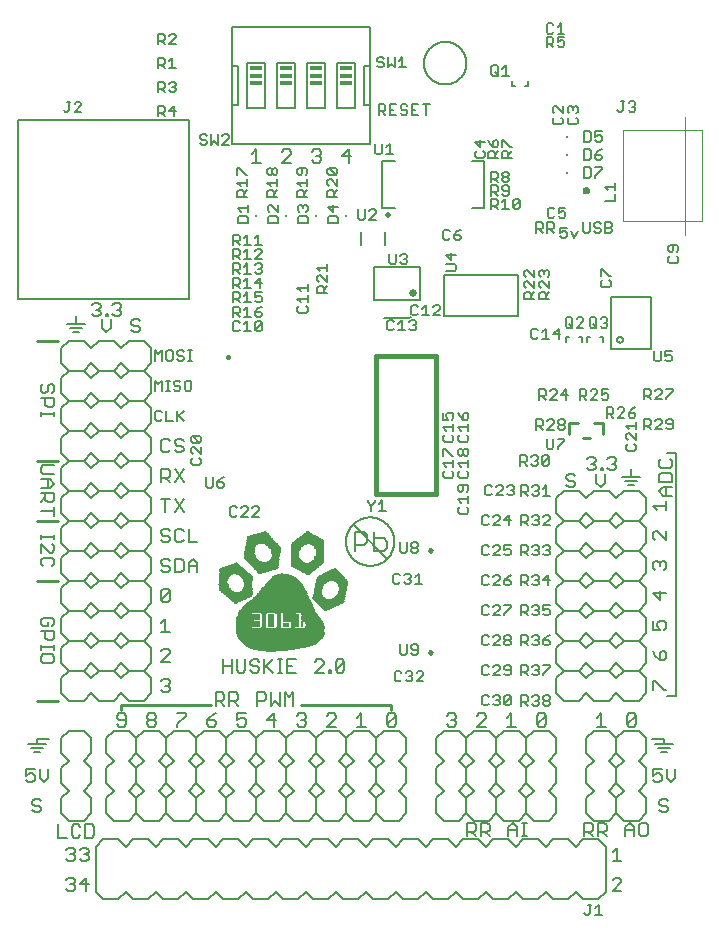
<source format=gto>
G75*
%MOIN*%
%OFA0B0*%
%FSLAX25Y25*%
%IPPOS*%
%LPD*%
%AMOC8*
5,1,8,0,0,1.08239X$1,22.5*
%
%ADD10C,0.00600*%
%ADD11C,0.01000*%
%ADD12C,0.00700*%
%ADD13C,0.00800*%
%ADD14C,0.00500*%
%ADD15R,0.03499X0.00083*%
%ADD16R,0.05414X0.00083*%
%ADD17R,0.07247X0.00083*%
%ADD18R,0.08830X0.00083*%
%ADD19R,0.09996X0.00083*%
%ADD20R,0.11162X0.00083*%
%ADD21R,0.12078X0.00083*%
%ADD22R,0.12995X0.00083*%
%ADD23R,0.13828X0.00083*%
%ADD24R,0.14661X0.00083*%
%ADD25R,0.15411X0.00083*%
%ADD26R,0.16077X0.00083*%
%ADD27R,0.16743X0.00083*%
%ADD28R,0.17410X0.00083*%
%ADD29R,0.18076X0.00083*%
%ADD30R,0.18659X0.00083*%
%ADD31R,0.19076X0.00083*%
%ADD32R,0.19659X0.00083*%
%ADD33R,0.20159X0.00083*%
%ADD34R,0.20658X0.00083*%
%ADD35R,0.21158X0.00083*%
%ADD36R,0.21575X0.00083*%
%ADD37R,0.22074X0.00083*%
%ADD38R,0.22574X0.00083*%
%ADD39R,0.22908X0.00083*%
%ADD40R,0.23157X0.00083*%
%ADD41R,0.23407X0.00083*%
%ADD42R,0.23741X0.00083*%
%ADD43R,0.23990X0.00083*%
%ADD44R,0.24240X0.00083*%
%ADD45R,0.24407X0.00083*%
%ADD46R,0.24657X0.00083*%
%ADD47R,0.24823X0.00083*%
%ADD48R,0.25073X0.00083*%
%ADD49R,0.25240X0.00083*%
%ADD50R,0.25406X0.00083*%
%ADD51R,0.25656X0.00083*%
%ADD52R,0.25823X0.00083*%
%ADD53R,0.25990X0.00083*%
%ADD54R,0.26156X0.00083*%
%ADD55R,0.26323X0.00083*%
%ADD56R,0.26406X0.00083*%
%ADD57R,0.26573X0.00083*%
%ADD58R,0.26739X0.00083*%
%ADD59R,0.26906X0.00083*%
%ADD60R,0.26989X0.00083*%
%ADD61R,0.27156X0.00083*%
%ADD62R,0.27322X0.00083*%
%ADD63R,0.27489X0.00083*%
%ADD64R,0.27656X0.00083*%
%ADD65R,0.27739X0.00083*%
%ADD66R,0.27822X0.00083*%
%ADD67R,0.27989X0.00083*%
%ADD68R,0.28072X0.00083*%
%ADD69R,0.28155X0.00083*%
%ADD70R,0.28239X0.00083*%
%ADD71R,0.28322X0.00083*%
%ADD72R,0.28405X0.00083*%
%ADD73R,0.28489X0.00083*%
%ADD74R,0.28572X0.00083*%
%ADD75R,0.28655X0.00083*%
%ADD76R,0.28739X0.00083*%
%ADD77R,0.28905X0.00083*%
%ADD78R,0.28988X0.00083*%
%ADD79R,0.29072X0.00083*%
%ADD80R,0.29155X0.00083*%
%ADD81R,0.29238X0.00083*%
%ADD82R,0.29322X0.00083*%
%ADD83R,0.29405X0.00083*%
%ADD84R,0.29488X0.00083*%
%ADD85R,0.29571X0.00083*%
%ADD86R,0.29655X0.00083*%
%ADD87R,0.05498X0.00083*%
%ADD88R,0.02083X0.00083*%
%ADD89R,0.01916X0.00083*%
%ADD90R,0.01666X0.00083*%
%ADD91R,0.06581X0.00083*%
%ADD92R,0.01749X0.00083*%
%ADD93R,0.01499X0.00083*%
%ADD94R,0.06497X0.00083*%
%ADD95R,0.01583X0.00083*%
%ADD96R,0.01416X0.00083*%
%ADD97R,0.06414X0.00083*%
%ADD98R,0.05331X0.00083*%
%ADD99R,0.01583X0.00083*%
%ADD100R,0.01499X0.00083*%
%ADD101R,0.01333X0.00083*%
%ADD102R,0.06331X0.00083*%
%ADD103R,0.07997X0.00083*%
%ADD104R,0.02749X0.00083*%
%ADD105R,0.00583X0.00083*%
%ADD106R,0.06247X0.00083*%
%ADD107R,0.06164X0.00083*%
%ADD108R,0.06081X0.00083*%
%ADD109R,0.05998X0.00083*%
%ADD110R,0.05914X0.00083*%
%ADD111R,0.07913X0.00083*%
%ADD112R,0.05831X0.00083*%
%ADD113R,0.07830X0.00083*%
%ADD114R,0.05831X0.00083*%
%ADD115R,0.02832X0.00083*%
%ADD116R,0.00666X0.00083*%
%ADD117R,0.06081X0.00083*%
%ADD118R,0.02916X0.00083*%
%ADD119R,0.00750X0.00083*%
%ADD120R,0.06997X0.00083*%
%ADD121R,0.06914X0.00083*%
%ADD122R,0.06831X0.00083*%
%ADD123R,0.06747X0.00083*%
%ADD124R,0.06664X0.00083*%
%ADD125R,0.07664X0.00083*%
%ADD126R,0.06581X0.00083*%
%ADD127R,0.07747X0.00083*%
%ADD128R,0.07664X0.00083*%
%ADD129R,0.07580X0.00083*%
%ADD130R,0.05748X0.00083*%
%ADD131R,0.07497X0.00083*%
%ADD132R,0.05664X0.00083*%
%ADD133R,0.05581X0.00083*%
%ADD134R,0.07414X0.00083*%
%ADD135R,0.07330X0.00083*%
%ADD136R,0.04831X0.00083*%
%ADD137R,0.04082X0.00083*%
%ADD138R,0.04665X0.00083*%
%ADD139R,0.03915X0.00083*%
%ADD140R,0.04581X0.00083*%
%ADD141R,0.03748X0.00083*%
%ADD142R,0.05248X0.00083*%
%ADD143R,0.04498X0.00083*%
%ADD144R,0.05165X0.00083*%
%ADD145R,0.05081X0.00083*%
%ADD146R,0.03832X0.00083*%
%ADD147R,0.03998X0.00083*%
%ADD148R,0.04998X0.00083*%
%ADD149R,0.12162X0.00083*%
%ADD150R,0.04998X0.00083*%
%ADD151R,0.25823X0.00083*%
%ADD152R,0.25573X0.00083*%
%ADD153R,0.25490X0.00083*%
%ADD154R,0.25240X0.00083*%
%ADD155R,0.25157X0.00083*%
%ADD156R,0.00167X0.00083*%
%ADD157R,0.00500X0.00083*%
%ADD158R,0.24990X0.00083*%
%ADD159R,0.01000X0.00083*%
%ADD160R,0.24740X0.00083*%
%ADD161R,0.01249X0.00083*%
%ADD162R,0.24573X0.00083*%
%ADD163R,0.24490X0.00083*%
%ADD164R,0.24324X0.00083*%
%ADD165R,0.02332X0.00083*%
%ADD166R,0.24157X0.00083*%
%ADD167R,0.02582X0.00083*%
%ADD168R,0.24074X0.00083*%
%ADD169R,0.02832X0.00083*%
%ADD170R,0.23990X0.00083*%
%ADD171R,0.03165X0.00083*%
%ADD172R,0.23824X0.00083*%
%ADD173R,0.23574X0.00083*%
%ADD174R,0.23491X0.00083*%
%ADD175R,0.04248X0.00083*%
%ADD176R,0.23241X0.00083*%
%ADD177R,0.23157X0.00083*%
%ADD178R,0.22991X0.00083*%
%ADD179R,0.22824X0.00083*%
%ADD180R,0.22741X0.00083*%
%ADD181R,0.22491X0.00083*%
%ADD182R,0.22324X0.00083*%
%ADD183R,0.22241X0.00083*%
%ADD184R,0.07164X0.00083*%
%ADD185R,0.21991X0.00083*%
%ADD186R,0.21741X0.00083*%
%ADD187R,0.08080X0.00083*%
%ADD188R,0.00083X0.00083*%
%ADD189R,0.21658X0.00083*%
%ADD190R,0.08330X0.00083*%
%ADD191R,0.00416X0.00083*%
%ADD192R,0.21491X0.00083*%
%ADD193R,0.08580X0.00083*%
%ADD194R,0.21408X0.00083*%
%ADD195R,0.08913X0.00083*%
%ADD196R,0.01000X0.00083*%
%ADD197R,0.21242X0.00083*%
%ADD198R,0.09163X0.00083*%
%ADD199R,0.21075X0.00083*%
%ADD200R,0.09246X0.00083*%
%ADD201R,0.20908X0.00083*%
%ADD202R,0.09330X0.00083*%
%ADD203R,0.20742X0.00083*%
%ADD204R,0.09413X0.00083*%
%ADD205R,0.02249X0.00083*%
%ADD206R,0.20575X0.00083*%
%ADD207R,0.09580X0.00083*%
%ADD208R,0.02499X0.00083*%
%ADD209R,0.20408X0.00083*%
%ADD210R,0.09663X0.00083*%
%ADD211R,0.20242X0.00083*%
%ADD212R,0.09746X0.00083*%
%ADD213R,0.03082X0.00083*%
%ADD214R,0.20075X0.00083*%
%ADD215R,0.09829X0.00083*%
%ADD216R,0.03332X0.00083*%
%ADD217R,0.19909X0.00083*%
%ADD218R,0.09913X0.00083*%
%ADD219R,0.19742X0.00083*%
%ADD220R,0.10079X0.00083*%
%ADD221R,0.19575X0.00083*%
%ADD222R,0.10246X0.00083*%
%ADD223R,0.04248X0.00083*%
%ADD224R,0.19492X0.00083*%
%ADD225R,0.10329X0.00083*%
%ADD226R,0.19326X0.00083*%
%ADD227R,0.10413X0.00083*%
%ADD228R,0.19159X0.00083*%
%ADD229R,0.04748X0.00083*%
%ADD230R,0.05248X0.00083*%
%ADD231R,0.18992X0.00083*%
%ADD232R,0.04415X0.00083*%
%ADD233R,0.18909X0.00083*%
%ADD234R,0.04498X0.00083*%
%ADD235R,0.18742X0.00083*%
%ADD236R,0.04332X0.00083*%
%ADD237R,0.04165X0.00083*%
%ADD238R,0.18493X0.00083*%
%ADD239R,0.18409X0.00083*%
%ADD240R,0.03915X0.00083*%
%ADD241R,0.03665X0.00083*%
%ADD242R,0.18243X0.00083*%
%ADD243R,0.03582X0.00083*%
%ADD244R,0.03415X0.00083*%
%ADD245R,0.17909X0.00083*%
%ADD246R,0.17826X0.00083*%
%ADD247R,0.17743X0.00083*%
%ADD248R,0.03249X0.00083*%
%ADD249R,0.08413X0.00083*%
%ADD250R,0.17576X0.00083*%
%ADD251R,0.17493X0.00083*%
%ADD252R,0.08663X0.00083*%
%ADD253R,0.02999X0.00083*%
%ADD254R,0.08746X0.00083*%
%ADD255R,0.17243X0.00083*%
%ADD256R,0.17160X0.00083*%
%ADD257R,0.08996X0.00083*%
%ADD258R,0.09080X0.00083*%
%ADD259R,0.16993X0.00083*%
%ADD260R,0.16910X0.00083*%
%ADD261R,0.16660X0.00083*%
%ADD262R,0.09496X0.00083*%
%ADD263R,0.16493X0.00083*%
%ADD264R,0.09579X0.00083*%
%ADD265R,0.16410X0.00083*%
%ADD266R,0.02666X0.00083*%
%ADD267R,0.16244X0.00083*%
%ADD268R,0.09829X0.00083*%
%ADD269R,0.16160X0.00083*%
%ADD270R,0.15994X0.00083*%
%ADD271R,0.15910X0.00083*%
%ADD272R,0.02582X0.00083*%
%ADD273R,0.15744X0.00083*%
%ADD274R,0.15577X0.00083*%
%ADD275R,0.15494X0.00083*%
%ADD276R,0.15327X0.00083*%
%ADD277R,0.03665X0.00083*%
%ADD278R,0.15244X0.00083*%
%ADD279R,0.15077X0.00083*%
%ADD280R,0.14911X0.00083*%
%ADD281R,0.02416X0.00083*%
%ADD282R,0.14827X0.00083*%
%ADD283R,0.14578X0.00083*%
%ADD284R,0.14494X0.00083*%
%ADD285R,0.03165X0.00083*%
%ADD286R,0.14411X0.00083*%
%ADD287R,0.14244X0.00083*%
%ADD288R,0.14161X0.00083*%
%ADD289R,0.13994X0.00083*%
%ADD290R,0.13661X0.00083*%
%ADD291R,0.13578X0.00083*%
%ADD292R,0.13411X0.00083*%
%ADD293R,0.13328X0.00083*%
%ADD294R,0.13161X0.00083*%
%ADD295R,0.13078X0.00083*%
%ADD296R,0.12828X0.00083*%
%ADD297R,0.12662X0.00083*%
%ADD298R,0.12578X0.00083*%
%ADD299R,0.12412X0.00083*%
%ADD300R,0.12328X0.00083*%
%ADD301R,0.12245X0.00083*%
%ADD302R,0.11912X0.00083*%
%ADD303R,0.11829X0.00083*%
%ADD304R,0.03082X0.00083*%
%ADD305R,0.11662X0.00083*%
%ADD306R,0.11495X0.00083*%
%ADD307R,0.11329X0.00083*%
%ADD308R,0.11245X0.00083*%
%ADD309R,0.11162X0.00083*%
%ADD310R,0.10996X0.00083*%
%ADD311R,0.10829X0.00083*%
%ADD312R,0.10662X0.00083*%
%ADD313R,0.10579X0.00083*%
%ADD314R,0.08747X0.00083*%
%ADD315R,0.08163X0.00083*%
%ADD316R,0.08497X0.00083*%
%ADD317R,0.03415X0.00083*%
%ADD318R,0.08247X0.00083*%
%ADD319R,0.06331X0.00083*%
%ADD320R,0.04915X0.00083*%
%ADD321R,0.07080X0.00083*%
%ADD322R,0.00250X0.00083*%
%ADD323R,0.02332X0.00083*%
%ADD324R,0.01083X0.00083*%
%ADD325R,0.10079X0.00083*%
%ADD326R,0.00833X0.00083*%
%ADD327R,0.02082X0.00083*%
%ADD328R,0.04165X0.00083*%
%ADD329R,0.04748X0.00083*%
%ADD330R,0.05748X0.00083*%
%ADD331R,0.08163X0.00083*%
%ADD332R,0.01166X0.00083*%
%ADD333R,0.00916X0.00083*%
%ADD334R,0.08247X0.00083*%
%ADD335R,0.08497X0.00083*%
%ADD336R,0.09246X0.00083*%
%ADD337R,0.08996X0.00083*%
%ADD338R,0.10163X0.00083*%
%ADD339R,0.10496X0.00083*%
%ADD340R,0.10579X0.00083*%
%ADD341R,0.02915X0.00083*%
%ADD342R,0.10912X0.00083*%
%ADD343R,0.10329X0.00083*%
%ADD344R,0.04415X0.00083*%
%ADD345R,0.01999X0.00083*%
%ADD346R,0.02166X0.00083*%
%ADD347R,0.01250X0.00083*%
%ADD348R,0.00750X0.00083*%
%ADD349R,0.00167X0.00083*%
%ADD350R,0.00984X0.00984*%
%ADD351C,0.00000*%
%ADD352R,0.04000X0.01500*%
%ADD353C,0.01600*%
%ADD354C,0.02559*%
%ADD355C,0.02000*%
D10*
X0099697Y0098134D02*
X0100431Y0097400D01*
X0101899Y0097400D01*
X0102633Y0098134D01*
X0102633Y0098868D01*
X0101899Y0099602D01*
X0101165Y0099602D01*
X0101899Y0099602D02*
X0102633Y0100336D01*
X0102633Y0101070D01*
X0101899Y0101804D01*
X0100431Y0101804D01*
X0099697Y0101070D01*
X0104301Y0099602D02*
X0107237Y0099602D01*
X0106503Y0101804D02*
X0104301Y0099602D01*
X0106503Y0097400D02*
X0106503Y0101804D01*
X0109605Y0097100D02*
X0112105Y0094600D01*
X0117105Y0094600D01*
X0119605Y0097100D01*
X0122105Y0094600D01*
X0127105Y0094600D01*
X0129605Y0097100D01*
X0132105Y0094600D01*
X0137105Y0094600D01*
X0139605Y0097100D01*
X0142105Y0094600D01*
X0147105Y0094600D01*
X0149605Y0097100D01*
X0152105Y0094600D01*
X0157105Y0094600D01*
X0159605Y0097100D01*
X0162105Y0094600D01*
X0167105Y0094600D01*
X0169605Y0097100D01*
X0172105Y0094600D01*
X0177105Y0094600D01*
X0179605Y0097100D01*
X0182105Y0094600D01*
X0187105Y0094600D01*
X0189605Y0097100D01*
X0192105Y0094600D01*
X0197105Y0094600D01*
X0199605Y0097100D01*
X0202105Y0094600D01*
X0207105Y0094600D01*
X0209605Y0097100D01*
X0212105Y0094600D01*
X0217105Y0094600D01*
X0219605Y0097100D01*
X0222105Y0094600D01*
X0227105Y0094600D01*
X0229605Y0097100D01*
X0232105Y0094600D01*
X0237105Y0094600D01*
X0239605Y0097100D01*
X0242105Y0094600D01*
X0247105Y0094600D01*
X0249605Y0097100D01*
X0252105Y0094600D01*
X0257105Y0094600D01*
X0259605Y0097100D01*
X0262105Y0094600D01*
X0267105Y0094600D01*
X0269605Y0097100D01*
X0272105Y0094600D01*
X0277105Y0094600D01*
X0279605Y0097100D01*
X0279605Y0112100D01*
X0277105Y0114600D01*
X0272105Y0114600D01*
X0269605Y0112100D01*
X0267105Y0114600D01*
X0262105Y0114600D01*
X0259605Y0112100D01*
X0257105Y0114600D01*
X0252105Y0114600D01*
X0249605Y0112100D01*
X0247105Y0114600D01*
X0242105Y0114600D01*
X0239605Y0112100D01*
X0237105Y0114600D01*
X0232105Y0114600D01*
X0229605Y0112100D01*
X0227105Y0114600D01*
X0222105Y0114600D01*
X0219605Y0112100D01*
X0217105Y0114600D01*
X0212105Y0114600D01*
X0209605Y0112100D01*
X0207105Y0114600D01*
X0202105Y0114600D01*
X0199605Y0112100D01*
X0197105Y0114600D01*
X0192105Y0114600D01*
X0189605Y0112100D01*
X0187105Y0114600D01*
X0182105Y0114600D01*
X0179605Y0112100D01*
X0177105Y0114600D01*
X0172105Y0114600D01*
X0169605Y0112100D01*
X0167105Y0114600D01*
X0162105Y0114600D01*
X0159605Y0112100D01*
X0157105Y0114600D01*
X0152105Y0114600D01*
X0149605Y0112100D01*
X0147105Y0114600D01*
X0142105Y0114600D01*
X0139605Y0112100D01*
X0137105Y0114600D01*
X0132105Y0114600D01*
X0129605Y0112100D01*
X0127105Y0114600D01*
X0122105Y0114600D01*
X0119605Y0112100D01*
X0117105Y0114600D01*
X0112105Y0114600D01*
X0109605Y0112100D01*
X0109605Y0097100D01*
X0106503Y0107400D02*
X0105035Y0107400D01*
X0104301Y0108134D01*
X0102633Y0108134D02*
X0101899Y0107400D01*
X0100431Y0107400D01*
X0099697Y0108134D01*
X0101165Y0109602D02*
X0101899Y0109602D01*
X0102633Y0108868D01*
X0102633Y0108134D01*
X0101899Y0109602D02*
X0102633Y0110336D01*
X0102633Y0111070D01*
X0101899Y0111804D01*
X0100431Y0111804D01*
X0099697Y0111070D01*
X0099935Y0115100D02*
X0096999Y0115100D01*
X0096999Y0119504D01*
X0100605Y0120800D02*
X0098105Y0123300D01*
X0098105Y0128300D01*
X0100605Y0130800D01*
X0098105Y0133300D01*
X0098105Y0138300D01*
X0100605Y0140800D01*
X0098105Y0143300D01*
X0098105Y0148300D01*
X0100605Y0150800D01*
X0105605Y0150800D01*
X0108105Y0148300D01*
X0108105Y0143300D01*
X0105605Y0140800D01*
X0108105Y0138300D01*
X0108105Y0133300D01*
X0105605Y0130800D01*
X0108105Y0128300D01*
X0108105Y0123300D01*
X0105605Y0120800D01*
X0100605Y0120800D01*
X0102337Y0119504D02*
X0101603Y0118770D01*
X0101603Y0115834D01*
X0102337Y0115100D01*
X0103805Y0115100D01*
X0104539Y0115834D01*
X0106207Y0115100D02*
X0106207Y0119504D01*
X0108409Y0119504D01*
X0109143Y0118770D01*
X0109143Y0115834D01*
X0108409Y0115100D01*
X0106207Y0115100D01*
X0106503Y0111804D02*
X0105035Y0111804D01*
X0104301Y0111070D01*
X0105769Y0109602D02*
X0106503Y0109602D01*
X0107237Y0108868D01*
X0107237Y0108134D01*
X0106503Y0107400D01*
X0106503Y0109602D02*
X0107237Y0110336D01*
X0107237Y0111070D01*
X0106503Y0111804D01*
X0104539Y0118770D02*
X0103805Y0119504D01*
X0102337Y0119504D01*
X0091441Y0124234D02*
X0090707Y0123500D01*
X0089239Y0123500D01*
X0088505Y0124234D01*
X0089239Y0125702D02*
X0090707Y0125702D01*
X0091441Y0124968D01*
X0091441Y0124234D01*
X0089239Y0125702D02*
X0088505Y0126436D01*
X0088505Y0127170D01*
X0089239Y0127904D01*
X0090707Y0127904D01*
X0091441Y0127170D01*
X0092377Y0133600D02*
X0093845Y0135068D01*
X0093845Y0138004D01*
X0090909Y0138004D02*
X0090909Y0135068D01*
X0092377Y0133600D01*
X0089241Y0134334D02*
X0089241Y0135802D01*
X0088507Y0136536D01*
X0087773Y0136536D01*
X0086305Y0135802D01*
X0086305Y0138004D01*
X0089241Y0138004D01*
X0089241Y0134334D02*
X0088507Y0133600D01*
X0087039Y0133600D01*
X0086305Y0134334D01*
X0100605Y0160800D02*
X0098105Y0163300D01*
X0098105Y0168300D01*
X0100605Y0170800D01*
X0105605Y0170800D01*
X0108105Y0168300D01*
X0110605Y0170800D01*
X0115605Y0170800D01*
X0118105Y0168300D01*
X0120605Y0170800D01*
X0125605Y0170800D01*
X0128105Y0168300D01*
X0128105Y0163300D01*
X0125605Y0160800D01*
X0120605Y0160800D01*
X0118105Y0163300D01*
X0115605Y0160800D01*
X0110605Y0160800D01*
X0108105Y0163300D01*
X0105605Y0160800D01*
X0100605Y0160800D01*
X0100605Y0170800D02*
X0098105Y0173300D01*
X0098105Y0178300D01*
X0100605Y0180800D01*
X0105605Y0180800D01*
X0108105Y0178300D01*
X0110605Y0180800D01*
X0115605Y0180800D01*
X0118105Y0178300D01*
X0120605Y0180800D01*
X0125605Y0180800D01*
X0128105Y0178300D01*
X0128105Y0173300D01*
X0125605Y0170800D01*
X0120605Y0170800D01*
X0118105Y0173300D01*
X0115605Y0170800D01*
X0110605Y0170800D01*
X0108105Y0173300D01*
X0105605Y0170800D01*
X0100605Y0170800D01*
X0095809Y0173962D02*
X0095075Y0173228D01*
X0092139Y0173228D01*
X0091405Y0173962D01*
X0091405Y0175429D01*
X0092139Y0176163D01*
X0095075Y0176163D01*
X0095809Y0175429D01*
X0095809Y0173962D01*
X0095809Y0177765D02*
X0095809Y0179233D01*
X0095809Y0178499D02*
X0091405Y0178499D01*
X0091405Y0179233D02*
X0091405Y0177765D01*
X0093607Y0180901D02*
X0092873Y0181635D01*
X0092873Y0183837D01*
X0091405Y0183837D02*
X0095809Y0183837D01*
X0095809Y0181635D01*
X0095075Y0180901D01*
X0093607Y0180901D01*
X0093607Y0185505D02*
X0092139Y0185505D01*
X0091405Y0186239D01*
X0091405Y0187707D01*
X0092139Y0188441D01*
X0095075Y0188441D01*
X0095809Y0187707D01*
X0095809Y0186239D01*
X0095075Y0185505D01*
X0093607Y0185505D02*
X0093607Y0186973D01*
X0098105Y0188300D02*
X0098105Y0183300D01*
X0100605Y0180800D01*
X0105605Y0180800D01*
X0108105Y0183300D01*
X0110605Y0180800D01*
X0115605Y0180800D01*
X0118105Y0183300D01*
X0120605Y0180800D01*
X0125605Y0180800D01*
X0128105Y0183300D01*
X0128105Y0188300D01*
X0125605Y0190800D01*
X0120605Y0190800D01*
X0118105Y0188300D01*
X0115605Y0190800D01*
X0110605Y0190800D01*
X0108105Y0188300D01*
X0105605Y0190800D01*
X0100605Y0190800D01*
X0098105Y0188300D01*
X0100605Y0190800D02*
X0098105Y0193300D01*
X0098105Y0198300D01*
X0100605Y0200800D01*
X0105605Y0200800D01*
X0108105Y0198300D01*
X0110605Y0200800D01*
X0115605Y0200800D01*
X0118105Y0198300D01*
X0120605Y0200800D01*
X0125605Y0200800D01*
X0128105Y0198300D01*
X0128105Y0193300D01*
X0125605Y0190800D01*
X0120605Y0190800D01*
X0118105Y0193300D01*
X0115605Y0190800D01*
X0110605Y0190800D01*
X0108105Y0193300D01*
X0105605Y0190800D01*
X0100605Y0190800D01*
X0100605Y0200800D02*
X0098105Y0203300D01*
X0098105Y0208300D01*
X0100605Y0210800D01*
X0105605Y0210800D01*
X0108105Y0208300D01*
X0110605Y0210800D01*
X0115605Y0210800D01*
X0118105Y0208300D01*
X0120605Y0210800D01*
X0125605Y0210800D01*
X0128105Y0208300D01*
X0128105Y0203300D01*
X0125605Y0200800D01*
X0120605Y0200800D01*
X0118105Y0203300D01*
X0115605Y0200800D01*
X0110605Y0200800D01*
X0108105Y0203300D01*
X0105605Y0200800D01*
X0100605Y0200800D01*
X0095809Y0206263D02*
X0095809Y0207731D01*
X0095075Y0208465D01*
X0092139Y0208465D01*
X0091405Y0207731D01*
X0091405Y0206263D01*
X0092139Y0205530D01*
X0095075Y0205530D02*
X0095809Y0206263D01*
X0095075Y0210133D02*
X0095809Y0210867D01*
X0095809Y0212335D01*
X0095075Y0213069D01*
X0095809Y0214671D02*
X0095809Y0216139D01*
X0095809Y0215405D02*
X0091405Y0215405D01*
X0091405Y0216139D02*
X0091405Y0214671D01*
X0091405Y0213069D02*
X0094341Y0210133D01*
X0095075Y0210133D01*
X0091405Y0210133D02*
X0091405Y0213069D01*
X0098105Y0213300D02*
X0098105Y0218300D01*
X0100605Y0220800D01*
X0098105Y0223300D01*
X0098105Y0228300D01*
X0100605Y0230800D01*
X0098105Y0233300D01*
X0098105Y0238300D01*
X0100605Y0240800D01*
X0098105Y0243300D01*
X0098105Y0248300D01*
X0100605Y0250800D01*
X0098105Y0253300D01*
X0098105Y0258300D01*
X0100605Y0260800D01*
X0105605Y0260800D01*
X0108105Y0258300D01*
X0110605Y0260800D01*
X0115605Y0260800D01*
X0118105Y0258300D01*
X0120605Y0260800D01*
X0125605Y0260800D01*
X0128105Y0258300D01*
X0128105Y0253300D01*
X0125605Y0250800D01*
X0120605Y0250800D01*
X0118105Y0253300D01*
X0115605Y0250800D01*
X0110605Y0250800D01*
X0108105Y0253300D01*
X0105605Y0250800D01*
X0100605Y0250800D01*
X0105605Y0250800D01*
X0108105Y0248300D01*
X0110605Y0250800D01*
X0115605Y0250800D01*
X0118105Y0248300D01*
X0120605Y0250800D01*
X0125605Y0250800D01*
X0128105Y0248300D01*
X0128105Y0243300D01*
X0125605Y0240800D01*
X0120605Y0240800D01*
X0118105Y0243300D01*
X0115605Y0240800D01*
X0110605Y0240800D01*
X0108105Y0243300D01*
X0105605Y0240800D01*
X0100605Y0240800D01*
X0105605Y0240800D01*
X0108105Y0238300D01*
X0110605Y0240800D01*
X0115605Y0240800D01*
X0118105Y0238300D01*
X0120605Y0240800D01*
X0125605Y0240800D01*
X0128105Y0238300D01*
X0128105Y0233300D01*
X0125605Y0230800D01*
X0120605Y0230800D01*
X0118105Y0233300D01*
X0115605Y0230800D01*
X0110605Y0230800D01*
X0108105Y0233300D01*
X0105605Y0230800D01*
X0100605Y0230800D01*
X0105605Y0230800D01*
X0108105Y0228300D01*
X0110605Y0230800D01*
X0115605Y0230800D01*
X0118105Y0228300D01*
X0120605Y0230800D01*
X0125605Y0230800D01*
X0128105Y0228300D01*
X0128105Y0223300D01*
X0125605Y0220800D01*
X0120605Y0220800D01*
X0118105Y0223300D01*
X0115605Y0220800D01*
X0110605Y0220800D01*
X0108105Y0223300D01*
X0105605Y0220800D01*
X0100605Y0220800D01*
X0105605Y0220800D01*
X0108105Y0218300D01*
X0110605Y0220800D01*
X0115605Y0220800D01*
X0118105Y0218300D01*
X0120605Y0220800D01*
X0125605Y0220800D01*
X0128105Y0218300D01*
X0128105Y0213300D01*
X0125605Y0210800D01*
X0120605Y0210800D01*
X0118105Y0213300D01*
X0115605Y0210800D01*
X0110605Y0210800D01*
X0108105Y0213300D01*
X0105605Y0210800D01*
X0100605Y0210800D01*
X0098105Y0213300D01*
X0095809Y0222460D02*
X0095809Y0225396D01*
X0095809Y0223928D02*
X0091405Y0223928D01*
X0091405Y0227064D02*
X0092873Y0228532D01*
X0092873Y0227798D02*
X0092873Y0230000D01*
X0091405Y0230000D02*
X0095809Y0230000D01*
X0095809Y0227798D01*
X0095075Y0227064D01*
X0093607Y0227064D01*
X0092873Y0227798D01*
X0093607Y0231668D02*
X0093607Y0234604D01*
X0094341Y0234604D02*
X0095809Y0233136D01*
X0094341Y0231668D01*
X0091405Y0231668D01*
X0091405Y0234604D02*
X0094341Y0234604D01*
X0095809Y0236272D02*
X0092139Y0236272D01*
X0091405Y0237006D01*
X0091405Y0238474D01*
X0092139Y0239208D01*
X0095809Y0239208D01*
X0095809Y0255601D02*
X0095809Y0257069D01*
X0095809Y0256335D02*
X0091405Y0256335D01*
X0091405Y0257069D02*
X0091405Y0255601D01*
X0093607Y0258737D02*
X0092873Y0259471D01*
X0092873Y0261673D01*
X0091405Y0261673D02*
X0095809Y0261673D01*
X0095809Y0259471D01*
X0095075Y0258737D01*
X0093607Y0258737D01*
X0092873Y0263341D02*
X0092139Y0263341D01*
X0091405Y0264075D01*
X0091405Y0265543D01*
X0092139Y0266277D01*
X0093607Y0265543D02*
X0093607Y0264075D01*
X0092873Y0263341D01*
X0095075Y0263341D02*
X0095809Y0264075D01*
X0095809Y0265543D01*
X0095075Y0266277D01*
X0094341Y0266277D01*
X0093607Y0265543D01*
X0098105Y0263300D02*
X0100605Y0260800D01*
X0105605Y0260800D01*
X0108105Y0263300D01*
X0110605Y0260800D01*
X0115605Y0260800D01*
X0118105Y0263300D01*
X0120605Y0260800D01*
X0125605Y0260800D01*
X0128105Y0263300D01*
X0128105Y0268300D01*
X0125605Y0270800D01*
X0120605Y0270800D01*
X0118105Y0273300D01*
X0115605Y0270800D01*
X0110605Y0270800D01*
X0108105Y0273300D01*
X0105605Y0270800D01*
X0100605Y0270800D01*
X0098105Y0273300D01*
X0098105Y0278300D01*
X0100605Y0280800D01*
X0105605Y0280800D01*
X0108105Y0278300D01*
X0110605Y0280800D01*
X0115605Y0280800D01*
X0118105Y0278300D01*
X0120605Y0280800D01*
X0125605Y0280800D01*
X0128105Y0278300D01*
X0128105Y0273300D01*
X0125605Y0270800D01*
X0120605Y0270800D01*
X0118105Y0268300D01*
X0115605Y0270800D01*
X0110605Y0270800D01*
X0108105Y0268300D01*
X0105605Y0270800D01*
X0100605Y0270800D01*
X0098105Y0268300D01*
X0098105Y0263300D01*
X0113173Y0283600D02*
X0114641Y0285068D01*
X0114641Y0288004D01*
X0113643Y0288900D02*
X0112909Y0288900D01*
X0112909Y0289634D01*
X0113643Y0289634D01*
X0113643Y0288900D01*
X0115211Y0289634D02*
X0115945Y0288900D01*
X0117413Y0288900D01*
X0118147Y0289634D01*
X0118147Y0290368D01*
X0117413Y0291102D01*
X0116679Y0291102D01*
X0117413Y0291102D02*
X0118147Y0291836D01*
X0118147Y0292570D01*
X0117413Y0293304D01*
X0115945Y0293304D01*
X0115211Y0292570D01*
X0111241Y0292570D02*
X0110507Y0293304D01*
X0109039Y0293304D01*
X0108305Y0292570D01*
X0109773Y0291102D02*
X0110507Y0291102D01*
X0111241Y0290368D01*
X0111241Y0289634D01*
X0110507Y0288900D01*
X0109039Y0288900D01*
X0108305Y0289634D01*
X0110507Y0291102D02*
X0111241Y0291836D01*
X0111241Y0292570D01*
X0111705Y0288004D02*
X0111705Y0285068D01*
X0113173Y0283600D01*
X0121505Y0284234D02*
X0122239Y0283500D01*
X0123707Y0283500D01*
X0124441Y0284234D01*
X0124441Y0284968D01*
X0123707Y0285702D01*
X0122239Y0285702D01*
X0121505Y0286436D01*
X0121505Y0287170D01*
X0122239Y0287904D01*
X0123707Y0287904D01*
X0124441Y0287170D01*
X0129405Y0277503D02*
X0130539Y0276369D01*
X0131674Y0277503D01*
X0131674Y0274100D01*
X0133088Y0274667D02*
X0133655Y0274100D01*
X0134790Y0274100D01*
X0135357Y0274667D01*
X0135357Y0276936D01*
X0134790Y0277503D01*
X0133655Y0277503D01*
X0133088Y0276936D01*
X0133088Y0274667D01*
X0136771Y0274667D02*
X0137338Y0274100D01*
X0138473Y0274100D01*
X0139040Y0274667D01*
X0139040Y0275234D01*
X0138473Y0275801D01*
X0137338Y0275801D01*
X0136771Y0276369D01*
X0136771Y0276936D01*
X0137338Y0277503D01*
X0138473Y0277503D01*
X0139040Y0276936D01*
X0140454Y0277503D02*
X0141589Y0277503D01*
X0141022Y0277503D02*
X0141022Y0274100D01*
X0141589Y0274100D02*
X0140454Y0274100D01*
X0129405Y0274100D02*
X0129405Y0277503D01*
X0140822Y0294526D02*
X0140822Y0354369D01*
X0083735Y0354369D01*
X0083735Y0294526D01*
X0140822Y0294526D01*
X0155305Y0294634D02*
X0157006Y0294634D01*
X0157574Y0295201D01*
X0157574Y0296336D01*
X0157006Y0296903D01*
X0155305Y0296903D01*
X0155305Y0293500D01*
X0155305Y0292103D02*
X0157006Y0292103D01*
X0157574Y0291536D01*
X0157574Y0290401D01*
X0157006Y0289834D01*
X0155305Y0289834D01*
X0155305Y0288700D02*
X0155305Y0292103D01*
X0156439Y0289834D02*
X0157574Y0288700D01*
X0158988Y0288700D02*
X0161257Y0288700D01*
X0160122Y0288700D02*
X0160122Y0292103D01*
X0158988Y0290969D01*
X0158988Y0293500D02*
X0161257Y0293500D01*
X0160122Y0293500D02*
X0160122Y0296903D01*
X0158988Y0295769D01*
X0158988Y0298300D02*
X0161257Y0298300D01*
X0160122Y0298300D02*
X0160122Y0301703D01*
X0158988Y0300569D01*
X0157574Y0301136D02*
X0157574Y0300001D01*
X0157006Y0299434D01*
X0155305Y0299434D01*
X0155305Y0298300D02*
X0155305Y0301703D01*
X0157006Y0301703D01*
X0157574Y0301136D01*
X0157574Y0303100D02*
X0156439Y0304234D01*
X0157006Y0304234D02*
X0155305Y0304234D01*
X0155305Y0303100D02*
X0155305Y0306503D01*
X0157006Y0306503D01*
X0157574Y0305936D01*
X0157574Y0304801D01*
X0157006Y0304234D01*
X0158988Y0303100D02*
X0161257Y0303100D01*
X0160122Y0303100D02*
X0160122Y0306503D01*
X0158988Y0305369D01*
X0158988Y0307900D02*
X0161257Y0307900D01*
X0160122Y0307900D02*
X0160122Y0311303D01*
X0158988Y0310169D01*
X0157574Y0310736D02*
X0157574Y0309601D01*
X0157006Y0309034D01*
X0155305Y0309034D01*
X0155305Y0307900D02*
X0155305Y0311303D01*
X0157006Y0311303D01*
X0157574Y0310736D01*
X0157574Y0312700D02*
X0156439Y0313834D01*
X0157006Y0313834D02*
X0155305Y0313834D01*
X0155305Y0312700D02*
X0155305Y0316103D01*
X0157006Y0316103D01*
X0157574Y0315536D01*
X0157574Y0314401D01*
X0157006Y0313834D01*
X0158988Y0312700D02*
X0161257Y0312700D01*
X0160122Y0312700D02*
X0160122Y0316103D01*
X0158988Y0314969D01*
X0162671Y0314969D02*
X0163806Y0316103D01*
X0163806Y0312700D01*
X0164940Y0312700D02*
X0162671Y0312700D01*
X0163238Y0311303D02*
X0162671Y0310736D01*
X0163238Y0311303D02*
X0164373Y0311303D01*
X0164940Y0310736D01*
X0164940Y0310169D01*
X0162671Y0307900D01*
X0164940Y0307900D01*
X0164373Y0306503D02*
X0164940Y0305936D01*
X0164940Y0305369D01*
X0164373Y0304801D01*
X0164940Y0304234D01*
X0164940Y0303667D01*
X0164373Y0303100D01*
X0163238Y0303100D01*
X0162671Y0303667D01*
X0163806Y0304801D02*
X0164373Y0304801D01*
X0164373Y0306503D02*
X0163238Y0306503D01*
X0162671Y0305936D01*
X0164373Y0301703D02*
X0162671Y0300001D01*
X0164940Y0300001D01*
X0164373Y0298300D02*
X0164373Y0301703D01*
X0164940Y0296903D02*
X0162671Y0296903D01*
X0162671Y0295201D01*
X0163806Y0295769D01*
X0164373Y0295769D01*
X0164940Y0295201D01*
X0164940Y0294067D01*
X0164373Y0293500D01*
X0163238Y0293500D01*
X0162671Y0294067D01*
X0163806Y0291536D02*
X0162671Y0290401D01*
X0164373Y0290401D01*
X0164940Y0289834D01*
X0164940Y0289267D01*
X0164373Y0288700D01*
X0163238Y0288700D01*
X0162671Y0289267D01*
X0162671Y0290401D01*
X0163806Y0291536D02*
X0164940Y0292103D01*
X0164373Y0287303D02*
X0163238Y0287303D01*
X0162671Y0286736D01*
X0162671Y0284467D01*
X0164940Y0286736D01*
X0164940Y0284467D01*
X0164373Y0283900D01*
X0163238Y0283900D01*
X0162671Y0284467D01*
X0161257Y0283900D02*
X0158988Y0283900D01*
X0160122Y0283900D02*
X0160122Y0287303D01*
X0158988Y0286169D01*
X0157574Y0286736D02*
X0157006Y0287303D01*
X0155872Y0287303D01*
X0155305Y0286736D01*
X0155305Y0284467D01*
X0155872Y0283900D01*
X0157006Y0283900D01*
X0157574Y0284467D01*
X0164373Y0287303D02*
X0164940Y0286736D01*
X0157574Y0293500D02*
X0156439Y0294634D01*
X0157574Y0298300D02*
X0156439Y0299434D01*
X0157574Y0307900D02*
X0156439Y0309034D01*
X0156902Y0320100D02*
X0156902Y0321801D01*
X0157469Y0322369D01*
X0159738Y0322369D01*
X0160305Y0321801D01*
X0160305Y0320100D01*
X0156902Y0320100D01*
X0158036Y0323783D02*
X0156902Y0324917D01*
X0160305Y0324917D01*
X0160305Y0323783D02*
X0160305Y0326052D01*
X0160205Y0328600D02*
X0156802Y0328600D01*
X0156802Y0330301D01*
X0157369Y0330869D01*
X0158504Y0330869D01*
X0159071Y0330301D01*
X0159071Y0328600D01*
X0159071Y0329734D02*
X0160205Y0330869D01*
X0160205Y0332283D02*
X0160205Y0334552D01*
X0160205Y0333417D02*
X0156802Y0333417D01*
X0157936Y0332283D01*
X0156802Y0335966D02*
X0156802Y0338235D01*
X0157369Y0338235D01*
X0159638Y0335966D01*
X0160205Y0335966D01*
X0161705Y0340100D02*
X0164641Y0340100D01*
X0163173Y0340100D02*
X0163173Y0344504D01*
X0161705Y0343036D01*
X0166802Y0337668D02*
X0167369Y0338235D01*
X0167936Y0338235D01*
X0168504Y0337668D01*
X0168504Y0336533D01*
X0167936Y0335966D01*
X0167369Y0335966D01*
X0166802Y0336533D01*
X0166802Y0337668D01*
X0168504Y0337668D02*
X0169071Y0338235D01*
X0169638Y0338235D01*
X0170205Y0337668D01*
X0170205Y0336533D01*
X0169638Y0335966D01*
X0169071Y0335966D01*
X0168504Y0336533D01*
X0170205Y0334552D02*
X0170205Y0332283D01*
X0170205Y0333417D02*
X0166802Y0333417D01*
X0167936Y0332283D01*
X0167369Y0330869D02*
X0168504Y0330869D01*
X0169071Y0330301D01*
X0169071Y0328600D01*
X0170205Y0328600D02*
X0166802Y0328600D01*
X0166802Y0330301D01*
X0167369Y0330869D01*
X0169071Y0329734D02*
X0170205Y0330869D01*
X0170305Y0326052D02*
X0170305Y0323783D01*
X0168036Y0326052D01*
X0167469Y0326052D01*
X0166902Y0325485D01*
X0166902Y0324350D01*
X0167469Y0323783D01*
X0167469Y0322369D02*
X0166902Y0321801D01*
X0166902Y0320100D01*
X0170305Y0320100D01*
X0170305Y0321801D01*
X0169738Y0322369D01*
X0167469Y0322369D01*
X0176902Y0321801D02*
X0176902Y0320100D01*
X0180305Y0320100D01*
X0180305Y0321801D01*
X0179738Y0322369D01*
X0177469Y0322369D01*
X0176902Y0321801D01*
X0177469Y0323783D02*
X0176902Y0324350D01*
X0176902Y0325485D01*
X0177469Y0326052D01*
X0178036Y0326052D01*
X0178604Y0325485D01*
X0179171Y0326052D01*
X0179738Y0326052D01*
X0180305Y0325485D01*
X0180305Y0324350D01*
X0179738Y0323783D01*
X0178604Y0324917D02*
X0178604Y0325485D01*
X0179071Y0328600D02*
X0179071Y0330301D01*
X0178504Y0330869D01*
X0177369Y0330869D01*
X0176802Y0330301D01*
X0176802Y0328600D01*
X0180205Y0328600D01*
X0179071Y0329734D02*
X0180205Y0330869D01*
X0180205Y0332283D02*
X0180205Y0334552D01*
X0180205Y0333417D02*
X0176802Y0333417D01*
X0177936Y0332283D01*
X0177936Y0335966D02*
X0178504Y0336533D01*
X0178504Y0338235D01*
X0179638Y0338235D02*
X0177369Y0338235D01*
X0176802Y0337668D01*
X0176802Y0336533D01*
X0177369Y0335966D01*
X0177936Y0335966D01*
X0179638Y0335966D02*
X0180205Y0336533D01*
X0180205Y0337668D01*
X0179638Y0338235D01*
X0181705Y0340834D02*
X0182439Y0340100D01*
X0183907Y0340100D01*
X0184641Y0340834D01*
X0184641Y0341568D01*
X0183907Y0342302D01*
X0183173Y0342302D01*
X0183907Y0342302D02*
X0184641Y0343036D01*
X0184641Y0343770D01*
X0183907Y0344504D01*
X0182439Y0344504D01*
X0181705Y0343770D01*
X0174641Y0343770D02*
X0173907Y0344504D01*
X0172439Y0344504D01*
X0171705Y0343770D01*
X0174641Y0343770D02*
X0174641Y0343036D01*
X0171705Y0340100D01*
X0174641Y0340100D01*
X0186802Y0337668D02*
X0187369Y0338235D01*
X0189638Y0335966D01*
X0190205Y0336533D01*
X0190205Y0337668D01*
X0189638Y0338235D01*
X0187369Y0338235D01*
X0186802Y0337668D02*
X0186802Y0336533D01*
X0187369Y0335966D01*
X0189638Y0335966D01*
X0190205Y0334552D02*
X0190205Y0332283D01*
X0187936Y0334552D01*
X0187369Y0334552D01*
X0186802Y0333985D01*
X0186802Y0332850D01*
X0187369Y0332283D01*
X0187369Y0330869D02*
X0188504Y0330869D01*
X0189071Y0330301D01*
X0189071Y0328600D01*
X0190205Y0328600D02*
X0186802Y0328600D01*
X0186802Y0330301D01*
X0187369Y0330869D01*
X0189071Y0329734D02*
X0190205Y0330869D01*
X0188604Y0326052D02*
X0188604Y0323783D01*
X0186902Y0325485D01*
X0190305Y0325485D01*
X0189738Y0322369D02*
X0187469Y0322369D01*
X0186902Y0321801D01*
X0186902Y0320100D01*
X0190305Y0320100D01*
X0190305Y0321801D01*
X0189738Y0322369D01*
X0197039Y0321667D02*
X0197606Y0321100D01*
X0198740Y0321100D01*
X0199307Y0321667D01*
X0199307Y0324503D01*
X0200722Y0323936D02*
X0201289Y0324503D01*
X0202423Y0324503D01*
X0202990Y0323936D01*
X0202990Y0323369D01*
X0200722Y0321100D01*
X0202990Y0321100D01*
X0197039Y0321667D02*
X0197039Y0324503D01*
X0207539Y0309705D02*
X0207539Y0306870D01*
X0208106Y0306302D01*
X0209240Y0306302D01*
X0209807Y0306870D01*
X0209807Y0309705D01*
X0211222Y0309138D02*
X0211789Y0309705D01*
X0212923Y0309705D01*
X0213490Y0309138D01*
X0213490Y0308571D01*
X0212923Y0308004D01*
X0213490Y0307437D01*
X0213490Y0306870D01*
X0212923Y0306302D01*
X0211789Y0306302D01*
X0211222Y0306870D01*
X0212356Y0308004D02*
X0212923Y0308004D01*
X0226402Y0309485D02*
X0228104Y0307783D01*
X0228104Y0310052D01*
X0229805Y0309485D02*
X0226402Y0309485D01*
X0226402Y0306369D02*
X0229238Y0306369D01*
X0229805Y0305801D01*
X0229805Y0304667D01*
X0229238Y0304100D01*
X0226402Y0304100D01*
X0225806Y0302615D02*
X0250404Y0302615D01*
X0250404Y0288993D01*
X0225806Y0288993D01*
X0225806Y0302615D01*
X0223923Y0292562D02*
X0222789Y0292562D01*
X0222222Y0291995D01*
X0223923Y0292562D02*
X0224490Y0291995D01*
X0224490Y0291428D01*
X0222222Y0289159D01*
X0224490Y0289159D01*
X0220807Y0289159D02*
X0218539Y0289159D01*
X0219673Y0289159D02*
X0219673Y0292562D01*
X0218539Y0291428D01*
X0217124Y0291995D02*
X0216557Y0292562D01*
X0215423Y0292562D01*
X0214855Y0291995D01*
X0214855Y0289726D01*
X0215423Y0289159D01*
X0216557Y0289159D01*
X0217124Y0289726D01*
X0215923Y0287562D02*
X0214789Y0287562D01*
X0214222Y0286995D01*
X0215356Y0285861D02*
X0215923Y0285861D01*
X0216490Y0285293D01*
X0216490Y0284726D01*
X0215923Y0284159D01*
X0214789Y0284159D01*
X0214222Y0284726D01*
X0212807Y0284159D02*
X0210539Y0284159D01*
X0211673Y0284159D02*
X0211673Y0287562D01*
X0210539Y0286428D01*
X0209124Y0286995D02*
X0208557Y0287562D01*
X0207423Y0287562D01*
X0206855Y0286995D01*
X0206855Y0284726D01*
X0207423Y0284159D01*
X0208557Y0284159D01*
X0209124Y0284726D01*
X0215923Y0285861D02*
X0216490Y0286428D01*
X0216490Y0286995D01*
X0215923Y0287562D01*
X0225906Y0314341D02*
X0227040Y0314341D01*
X0227607Y0314908D01*
X0229022Y0314908D02*
X0229589Y0314341D01*
X0230723Y0314341D01*
X0231290Y0314908D01*
X0231290Y0315475D01*
X0230723Y0316042D01*
X0229022Y0316042D01*
X0229022Y0314908D01*
X0229022Y0316042D02*
X0230156Y0317177D01*
X0231290Y0317744D01*
X0227607Y0317177D02*
X0227040Y0317744D01*
X0225906Y0317744D01*
X0225339Y0317177D01*
X0225339Y0314908D01*
X0225906Y0314341D01*
X0241405Y0324600D02*
X0241405Y0328003D01*
X0243106Y0328003D01*
X0243674Y0327436D01*
X0243674Y0326301D01*
X0243106Y0325734D01*
X0241405Y0325734D01*
X0242539Y0325734D02*
X0243674Y0324600D01*
X0245088Y0324600D02*
X0247357Y0324600D01*
X0246222Y0324600D02*
X0246222Y0328003D01*
X0245088Y0326869D01*
X0245655Y0329100D02*
X0246790Y0329100D01*
X0247357Y0329667D01*
X0247357Y0331936D01*
X0246790Y0332503D01*
X0245655Y0332503D01*
X0245088Y0331936D01*
X0245088Y0331369D01*
X0245655Y0330801D01*
X0247357Y0330801D01*
X0245655Y0329100D02*
X0245088Y0329667D01*
X0243674Y0329100D02*
X0242539Y0330234D01*
X0243106Y0330234D02*
X0241405Y0330234D01*
X0241405Y0329100D02*
X0241405Y0332503D01*
X0243106Y0332503D01*
X0243674Y0331936D01*
X0243674Y0330801D01*
X0243106Y0330234D01*
X0243674Y0333600D02*
X0242539Y0334734D01*
X0243106Y0334734D02*
X0241405Y0334734D01*
X0241405Y0333600D02*
X0241405Y0337003D01*
X0243106Y0337003D01*
X0243674Y0336436D01*
X0243674Y0335301D01*
X0243106Y0334734D01*
X0245088Y0334734D02*
X0245655Y0335301D01*
X0246790Y0335301D01*
X0247357Y0334734D01*
X0247357Y0334167D01*
X0246790Y0333600D01*
X0245655Y0333600D01*
X0245088Y0334167D01*
X0245088Y0334734D01*
X0245655Y0335301D02*
X0245088Y0335869D01*
X0245088Y0336436D01*
X0245655Y0337003D01*
X0246790Y0337003D01*
X0247357Y0336436D01*
X0247357Y0335869D01*
X0246790Y0335301D01*
X0247171Y0341600D02*
X0247171Y0343301D01*
X0246604Y0343869D01*
X0245469Y0343869D01*
X0244902Y0343301D01*
X0244902Y0341600D01*
X0248305Y0341600D01*
X0247171Y0342734D02*
X0248305Y0343869D01*
X0248305Y0345283D02*
X0247738Y0345283D01*
X0245469Y0347552D01*
X0244902Y0347552D01*
X0244902Y0345283D01*
X0243805Y0345850D02*
X0243805Y0346985D01*
X0243238Y0347552D01*
X0242671Y0347552D01*
X0242104Y0346985D01*
X0242104Y0345283D01*
X0243238Y0345283D01*
X0243805Y0345850D01*
X0242104Y0345283D02*
X0240969Y0346417D01*
X0240402Y0347552D01*
X0239405Y0347085D02*
X0236002Y0347085D01*
X0237704Y0345383D01*
X0237704Y0347652D01*
X0238838Y0343969D02*
X0239405Y0343401D01*
X0239405Y0342267D01*
X0238838Y0341700D01*
X0236569Y0341700D01*
X0236002Y0342267D01*
X0236002Y0343401D01*
X0236569Y0343969D01*
X0240402Y0343301D02*
X0240969Y0343869D01*
X0242104Y0343869D01*
X0242671Y0343301D01*
X0242671Y0341600D01*
X0243805Y0341600D02*
X0240402Y0341600D01*
X0240402Y0343301D01*
X0242671Y0342734D02*
X0243805Y0343869D01*
X0249338Y0328003D02*
X0250473Y0328003D01*
X0251040Y0327436D01*
X0248771Y0325167D01*
X0249338Y0324600D01*
X0250473Y0324600D01*
X0251040Y0325167D01*
X0251040Y0327436D01*
X0249338Y0328003D02*
X0248771Y0327436D01*
X0248771Y0325167D01*
X0256329Y0320170D02*
X0258031Y0320170D01*
X0258598Y0319603D01*
X0258598Y0318468D01*
X0258031Y0317901D01*
X0256329Y0317901D01*
X0256329Y0316767D02*
X0256329Y0320170D01*
X0257464Y0317901D02*
X0258598Y0316767D01*
X0260012Y0316767D02*
X0260012Y0320170D01*
X0261714Y0320170D01*
X0262281Y0319603D01*
X0262281Y0318468D01*
X0261714Y0317901D01*
X0260012Y0317901D01*
X0261147Y0317901D02*
X0262281Y0316767D01*
X0264405Y0316635D02*
X0265539Y0317202D01*
X0266106Y0317202D01*
X0266673Y0316635D01*
X0266673Y0315501D01*
X0266106Y0314934D01*
X0264972Y0314934D01*
X0264405Y0315501D01*
X0264405Y0316635D02*
X0264405Y0318337D01*
X0266673Y0318337D01*
X0268088Y0317202D02*
X0269222Y0314934D01*
X0270356Y0317202D01*
X0272145Y0317334D02*
X0272712Y0316767D01*
X0273846Y0316767D01*
X0274413Y0317334D01*
X0274413Y0320170D01*
X0275828Y0319603D02*
X0275828Y0319035D01*
X0276395Y0318468D01*
X0277529Y0318468D01*
X0278096Y0317901D01*
X0278096Y0317334D01*
X0277529Y0316767D01*
X0276395Y0316767D01*
X0275828Y0317334D01*
X0275828Y0319603D02*
X0276395Y0320170D01*
X0277529Y0320170D01*
X0278096Y0319603D01*
X0279511Y0320170D02*
X0281212Y0320170D01*
X0281780Y0319603D01*
X0281780Y0319035D01*
X0281212Y0318468D01*
X0279511Y0318468D01*
X0279511Y0316767D02*
X0281212Y0316767D01*
X0281780Y0317334D01*
X0281780Y0317901D01*
X0281212Y0318468D01*
X0279511Y0316767D02*
X0279511Y0320170D01*
X0279402Y0327234D02*
X0282805Y0327234D01*
X0282805Y0329502D01*
X0282805Y0330917D02*
X0282805Y0333185D01*
X0282805Y0332051D02*
X0279402Y0332051D01*
X0280536Y0330917D01*
X0276088Y0335100D02*
X0276088Y0335667D01*
X0278357Y0337936D01*
X0278357Y0338503D01*
X0276088Y0338503D01*
X0274674Y0337936D02*
X0274106Y0338503D01*
X0272405Y0338503D01*
X0272405Y0335100D01*
X0274106Y0335100D01*
X0274674Y0335667D01*
X0274674Y0337936D01*
X0274106Y0341100D02*
X0272405Y0341100D01*
X0272405Y0344503D01*
X0274106Y0344503D01*
X0274674Y0343936D01*
X0274674Y0341667D01*
X0274106Y0341100D01*
X0276088Y0341667D02*
X0276655Y0341100D01*
X0277790Y0341100D01*
X0278357Y0341667D01*
X0278357Y0342234D01*
X0277790Y0342801D01*
X0276088Y0342801D01*
X0276088Y0341667D01*
X0276088Y0342801D02*
X0277222Y0343936D01*
X0278357Y0344503D01*
X0277790Y0347100D02*
X0276655Y0347100D01*
X0276088Y0347667D01*
X0276088Y0348801D02*
X0277222Y0349369D01*
X0277790Y0349369D01*
X0278357Y0348801D01*
X0278357Y0347667D01*
X0277790Y0347100D01*
X0276088Y0348801D02*
X0276088Y0350503D01*
X0278357Y0350503D01*
X0274674Y0349936D02*
X0274674Y0347667D01*
X0274106Y0347100D01*
X0272405Y0347100D01*
X0272405Y0350503D01*
X0274106Y0350503D01*
X0274674Y0349936D01*
X0270364Y0353450D02*
X0270364Y0354585D01*
X0269797Y0355152D01*
X0269797Y0356566D02*
X0270364Y0357134D01*
X0270364Y0358268D01*
X0269797Y0358835D01*
X0269230Y0358835D01*
X0268663Y0358268D01*
X0268663Y0357701D01*
X0268663Y0358268D02*
X0268095Y0358835D01*
X0267528Y0358835D01*
X0266961Y0358268D01*
X0266961Y0357134D01*
X0267528Y0356566D01*
X0267528Y0355152D02*
X0266961Y0354585D01*
X0266961Y0353450D01*
X0267528Y0352883D01*
X0269797Y0352883D01*
X0270364Y0353450D01*
X0265364Y0353450D02*
X0265364Y0354585D01*
X0264797Y0355152D01*
X0265364Y0356566D02*
X0263095Y0358835D01*
X0262528Y0358835D01*
X0261961Y0358268D01*
X0261961Y0357134D01*
X0262528Y0356566D01*
X0262528Y0355152D02*
X0261961Y0354585D01*
X0261961Y0353450D01*
X0262528Y0352883D01*
X0264797Y0352883D01*
X0265364Y0353450D01*
X0265364Y0356566D02*
X0265364Y0358835D01*
X0265290Y0378600D02*
X0264155Y0378600D01*
X0263588Y0379167D01*
X0263588Y0380301D02*
X0264722Y0380869D01*
X0265290Y0380869D01*
X0265857Y0380301D01*
X0265857Y0379167D01*
X0265290Y0378600D01*
X0263588Y0380301D02*
X0263588Y0382003D01*
X0265857Y0382003D01*
X0265857Y0383100D02*
X0263588Y0383100D01*
X0264722Y0383100D02*
X0264722Y0386503D01*
X0263588Y0385369D01*
X0262174Y0385936D02*
X0261606Y0386503D01*
X0260472Y0386503D01*
X0259905Y0385936D01*
X0259905Y0383667D01*
X0260472Y0383100D01*
X0261606Y0383100D01*
X0262174Y0383667D01*
X0261606Y0382003D02*
X0262174Y0381436D01*
X0262174Y0380301D01*
X0261606Y0379734D01*
X0259905Y0379734D01*
X0259905Y0378600D02*
X0259905Y0382003D01*
X0261606Y0382003D01*
X0261039Y0379734D02*
X0262174Y0378600D01*
X0246356Y0372503D02*
X0246356Y0369100D01*
X0245222Y0369100D02*
X0247490Y0369100D01*
X0245222Y0371369D02*
X0246356Y0372503D01*
X0243807Y0371936D02*
X0243807Y0369667D01*
X0243240Y0369100D01*
X0242106Y0369100D01*
X0241539Y0369667D01*
X0241539Y0371936D01*
X0242106Y0372503D01*
X0243240Y0372503D01*
X0243807Y0371936D01*
X0242673Y0370234D02*
X0243807Y0369100D01*
X0220906Y0359503D02*
X0218638Y0359503D01*
X0219772Y0359503D02*
X0219772Y0356100D01*
X0217223Y0356100D02*
X0214954Y0356100D01*
X0214954Y0359503D01*
X0217223Y0359503D01*
X0216089Y0357801D02*
X0214954Y0357801D01*
X0213540Y0357234D02*
X0213540Y0356667D01*
X0212973Y0356100D01*
X0211838Y0356100D01*
X0211271Y0356667D01*
X0211838Y0357801D02*
X0212973Y0357801D01*
X0213540Y0357234D01*
X0213540Y0358936D02*
X0212973Y0359503D01*
X0211838Y0359503D01*
X0211271Y0358936D01*
X0211271Y0358369D01*
X0211838Y0357801D01*
X0209857Y0356100D02*
X0207588Y0356100D01*
X0207588Y0359503D01*
X0209857Y0359503D01*
X0208722Y0357801D02*
X0207588Y0357801D01*
X0206174Y0357801D02*
X0205606Y0357234D01*
X0203905Y0357234D01*
X0203905Y0356100D02*
X0203905Y0359503D01*
X0205606Y0359503D01*
X0206174Y0358936D01*
X0206174Y0357801D01*
X0205039Y0357234D02*
X0206174Y0356100D01*
X0201105Y0359300D02*
X0201105Y0346300D01*
X0155105Y0346300D01*
X0155105Y0359300D01*
X0155105Y0372300D01*
X0157105Y0372300D01*
X0157105Y0359300D01*
X0155105Y0359300D01*
X0160105Y0358300D02*
X0160105Y0373300D01*
X0166105Y0373300D01*
X0166105Y0358300D01*
X0160105Y0358300D01*
X0153473Y0349503D02*
X0152338Y0349503D01*
X0151771Y0348936D01*
X0150357Y0349503D02*
X0150357Y0346100D01*
X0149222Y0347234D01*
X0148088Y0346100D01*
X0148088Y0349503D01*
X0146674Y0348936D02*
X0146106Y0349503D01*
X0144972Y0349503D01*
X0144405Y0348936D01*
X0144405Y0348369D01*
X0144972Y0347801D01*
X0146106Y0347801D01*
X0146674Y0347234D01*
X0146674Y0346667D01*
X0146106Y0346100D01*
X0144972Y0346100D01*
X0144405Y0346667D01*
X0135790Y0355600D02*
X0135790Y0359003D01*
X0134088Y0357301D01*
X0136357Y0357301D01*
X0132674Y0357301D02*
X0132106Y0356734D01*
X0130405Y0356734D01*
X0130405Y0355600D02*
X0130405Y0359003D01*
X0132106Y0359003D01*
X0132674Y0358436D01*
X0132674Y0357301D01*
X0131539Y0356734D02*
X0132674Y0355600D01*
X0132674Y0363600D02*
X0131539Y0364734D01*
X0132106Y0364734D02*
X0130405Y0364734D01*
X0130405Y0363600D02*
X0130405Y0367003D01*
X0132106Y0367003D01*
X0132674Y0366436D01*
X0132674Y0365301D01*
X0132106Y0364734D01*
X0134088Y0364167D02*
X0134655Y0363600D01*
X0135790Y0363600D01*
X0136357Y0364167D01*
X0136357Y0364734D01*
X0135790Y0365301D01*
X0135222Y0365301D01*
X0135790Y0365301D02*
X0136357Y0365869D01*
X0136357Y0366436D01*
X0135790Y0367003D01*
X0134655Y0367003D01*
X0134088Y0366436D01*
X0134088Y0371600D02*
X0136357Y0371600D01*
X0135222Y0371600D02*
X0135222Y0375003D01*
X0134088Y0373869D01*
X0132674Y0374436D02*
X0132674Y0373301D01*
X0132106Y0372734D01*
X0130405Y0372734D01*
X0130405Y0371600D02*
X0130405Y0375003D01*
X0132106Y0375003D01*
X0132674Y0374436D01*
X0131539Y0372734D02*
X0132674Y0371600D01*
X0132674Y0379600D02*
X0131539Y0380734D01*
X0132106Y0380734D02*
X0130405Y0380734D01*
X0130405Y0379600D02*
X0130405Y0383003D01*
X0132106Y0383003D01*
X0132674Y0382436D01*
X0132674Y0381301D01*
X0132106Y0380734D01*
X0134088Y0379600D02*
X0136357Y0381869D01*
X0136357Y0382436D01*
X0135790Y0383003D01*
X0134655Y0383003D01*
X0134088Y0382436D01*
X0134088Y0379600D02*
X0136357Y0379600D01*
X0155105Y0385300D02*
X0155105Y0372300D01*
X0155105Y0385300D02*
X0201105Y0385300D01*
X0201105Y0372300D01*
X0201105Y0359300D01*
X0199105Y0359300D01*
X0199105Y0372300D01*
X0201105Y0372300D01*
X0203379Y0372419D02*
X0203946Y0371852D01*
X0205081Y0371852D01*
X0205648Y0372419D01*
X0205648Y0372986D01*
X0205081Y0373553D01*
X0203946Y0373553D01*
X0203379Y0374121D01*
X0203379Y0374688D01*
X0203946Y0375255D01*
X0205081Y0375255D01*
X0205648Y0374688D01*
X0207062Y0375255D02*
X0207062Y0371852D01*
X0208197Y0372986D01*
X0209331Y0371852D01*
X0209331Y0375255D01*
X0210745Y0374121D02*
X0211880Y0375255D01*
X0211880Y0371852D01*
X0213014Y0371852D02*
X0210745Y0371852D01*
X0196105Y0373300D02*
X0196105Y0358300D01*
X0190105Y0358300D01*
X0190105Y0373300D01*
X0196105Y0373300D01*
X0186105Y0373300D02*
X0180105Y0373300D01*
X0180105Y0358300D01*
X0186105Y0358300D01*
X0186105Y0373300D01*
X0176105Y0373300D02*
X0170105Y0373300D01*
X0170105Y0358300D01*
X0176105Y0358300D01*
X0176105Y0373300D01*
X0153473Y0349503D02*
X0154040Y0348936D01*
X0154040Y0348369D01*
X0151771Y0346100D01*
X0154040Y0346100D01*
X0183402Y0305101D02*
X0186805Y0305101D01*
X0186805Y0306235D02*
X0186805Y0303966D01*
X0186805Y0302552D02*
X0186805Y0300283D01*
X0184536Y0302552D01*
X0183969Y0302552D01*
X0183402Y0301985D01*
X0183402Y0300850D01*
X0183969Y0300283D01*
X0183969Y0298869D02*
X0185104Y0298869D01*
X0185671Y0298301D01*
X0185671Y0296600D01*
X0186805Y0296600D02*
X0183402Y0296600D01*
X0183402Y0298301D01*
X0183969Y0298869D01*
X0185671Y0297734D02*
X0186805Y0298869D01*
X0184536Y0303966D02*
X0183402Y0305101D01*
X0180246Y0299585D02*
X0180246Y0297317D01*
X0180246Y0298451D02*
X0176843Y0298451D01*
X0177977Y0297317D01*
X0180246Y0295902D02*
X0180246Y0293634D01*
X0180246Y0294768D02*
X0176843Y0294768D01*
X0177977Y0293634D01*
X0177410Y0292219D02*
X0176843Y0291652D01*
X0176843Y0290518D01*
X0177410Y0289950D01*
X0179679Y0289950D01*
X0180246Y0290518D01*
X0180246Y0291652D01*
X0179679Y0292219D01*
X0144179Y0249085D02*
X0144746Y0248518D01*
X0144746Y0247384D01*
X0144179Y0246817D01*
X0141910Y0249085D01*
X0144179Y0249085D01*
X0144179Y0246817D02*
X0141910Y0246817D01*
X0141343Y0247384D01*
X0141343Y0248518D01*
X0141910Y0249085D01*
X0138945Y0247270D02*
X0138211Y0248004D01*
X0136743Y0248004D01*
X0136009Y0247270D01*
X0136009Y0246536D01*
X0136743Y0245802D01*
X0138211Y0245802D01*
X0138945Y0245068D01*
X0138945Y0244334D01*
X0138211Y0243600D01*
X0136743Y0243600D01*
X0136009Y0244334D01*
X0134341Y0244334D02*
X0133607Y0243600D01*
X0132139Y0243600D01*
X0131405Y0244334D01*
X0131405Y0247270D01*
X0132139Y0248004D01*
X0133607Y0248004D01*
X0134341Y0247270D01*
X0141343Y0244835D02*
X0141343Y0243701D01*
X0141910Y0243134D01*
X0141910Y0241719D02*
X0141343Y0241152D01*
X0141343Y0240018D01*
X0141910Y0239450D01*
X0144179Y0239450D01*
X0144746Y0240018D01*
X0144746Y0241152D01*
X0144179Y0241719D01*
X0144746Y0243134D02*
X0142477Y0245402D01*
X0141910Y0245402D01*
X0141343Y0244835D01*
X0144746Y0245402D02*
X0144746Y0243134D01*
X0138945Y0238004D02*
X0136009Y0233600D01*
X0134341Y0233600D02*
X0132873Y0235068D01*
X0133607Y0235068D02*
X0131405Y0235068D01*
X0131405Y0233600D02*
X0131405Y0238004D01*
X0133607Y0238004D01*
X0134341Y0237270D01*
X0134341Y0235802D01*
X0133607Y0235068D01*
X0136009Y0238004D02*
X0138945Y0233600D01*
X0138945Y0228004D02*
X0136009Y0223600D01*
X0138945Y0223600D02*
X0136009Y0228004D01*
X0134341Y0228004D02*
X0131405Y0228004D01*
X0132873Y0228004D02*
X0132873Y0223600D01*
X0133607Y0218004D02*
X0132139Y0218004D01*
X0131405Y0217270D01*
X0131405Y0216536D01*
X0132139Y0215802D01*
X0133607Y0215802D01*
X0134341Y0215068D01*
X0134341Y0214334D01*
X0133607Y0213600D01*
X0132139Y0213600D01*
X0131405Y0214334D01*
X0134341Y0217270D02*
X0133607Y0218004D01*
X0136009Y0217270D02*
X0136009Y0214334D01*
X0136743Y0213600D01*
X0138211Y0213600D01*
X0138945Y0214334D01*
X0140613Y0213600D02*
X0143549Y0213600D01*
X0140613Y0213600D02*
X0140613Y0218004D01*
X0138945Y0217270D02*
X0138211Y0218004D01*
X0136743Y0218004D01*
X0136009Y0217270D01*
X0136009Y0208004D02*
X0138211Y0208004D01*
X0138945Y0207270D01*
X0138945Y0204334D01*
X0138211Y0203600D01*
X0136009Y0203600D01*
X0136009Y0208004D01*
X0134341Y0207270D02*
X0133607Y0208004D01*
X0132139Y0208004D01*
X0131405Y0207270D01*
X0131405Y0206536D01*
X0132139Y0205802D01*
X0133607Y0205802D01*
X0134341Y0205068D01*
X0134341Y0204334D01*
X0133607Y0203600D01*
X0132139Y0203600D01*
X0131405Y0204334D01*
X0132139Y0198004D02*
X0133607Y0198004D01*
X0134341Y0197270D01*
X0131405Y0194334D01*
X0132139Y0193600D01*
X0133607Y0193600D01*
X0134341Y0194334D01*
X0134341Y0197270D01*
X0132139Y0198004D02*
X0131405Y0197270D01*
X0131405Y0194334D01*
X0132873Y0188004D02*
X0131405Y0186536D01*
X0132873Y0188004D02*
X0132873Y0183600D01*
X0131405Y0183600D02*
X0134341Y0183600D01*
X0133607Y0178004D02*
X0132139Y0178004D01*
X0131405Y0177270D01*
X0133607Y0178004D02*
X0134341Y0177270D01*
X0134341Y0176536D01*
X0131405Y0173600D01*
X0134341Y0173600D01*
X0133607Y0168004D02*
X0134341Y0167270D01*
X0134341Y0166536D01*
X0133607Y0165802D01*
X0134341Y0165068D01*
X0134341Y0164334D01*
X0133607Y0163600D01*
X0132139Y0163600D01*
X0131405Y0164334D01*
X0132873Y0165802D02*
X0133607Y0165802D01*
X0133607Y0168004D02*
X0132139Y0168004D01*
X0131405Y0167270D01*
X0128907Y0156504D02*
X0127439Y0156504D01*
X0126705Y0155770D01*
X0126705Y0155036D01*
X0127439Y0154302D01*
X0128907Y0154302D01*
X0129641Y0153568D01*
X0129641Y0152834D01*
X0128907Y0152100D01*
X0127439Y0152100D01*
X0126705Y0152834D01*
X0126705Y0153568D01*
X0127439Y0154302D01*
X0128907Y0154302D02*
X0129641Y0155036D01*
X0129641Y0155770D01*
X0128907Y0156504D01*
X0130605Y0150800D02*
X0125605Y0150800D01*
X0123105Y0148300D01*
X0120605Y0150800D01*
X0115605Y0150800D01*
X0113105Y0148300D01*
X0113105Y0143300D01*
X0115605Y0140800D01*
X0113105Y0138300D01*
X0113105Y0133300D01*
X0115605Y0130800D01*
X0113105Y0128300D01*
X0113105Y0123300D01*
X0115605Y0120800D01*
X0120605Y0120800D01*
X0123105Y0123300D01*
X0123105Y0128300D01*
X0120605Y0130800D01*
X0123105Y0133300D01*
X0123105Y0138300D01*
X0120605Y0140800D01*
X0123105Y0143300D01*
X0123105Y0148300D01*
X0123105Y0143300D01*
X0125605Y0140800D01*
X0123105Y0138300D01*
X0123105Y0133300D01*
X0125605Y0130800D01*
X0123105Y0128300D01*
X0123105Y0123300D01*
X0125605Y0120800D01*
X0130605Y0120800D01*
X0133105Y0123300D01*
X0133105Y0128300D01*
X0130605Y0130800D01*
X0133105Y0133300D01*
X0133105Y0138300D01*
X0130605Y0140800D01*
X0133105Y0143300D01*
X0133105Y0148300D01*
X0130605Y0150800D01*
X0133105Y0148300D02*
X0135605Y0150800D01*
X0140605Y0150800D01*
X0143105Y0148300D01*
X0143105Y0143300D01*
X0140605Y0140800D01*
X0143105Y0138300D01*
X0143105Y0133300D01*
X0140605Y0130800D01*
X0143105Y0128300D01*
X0143105Y0123300D01*
X0140605Y0120800D01*
X0135605Y0120800D01*
X0133105Y0123300D01*
X0133105Y0128300D01*
X0135605Y0130800D01*
X0133105Y0133300D01*
X0133105Y0138300D01*
X0135605Y0140800D01*
X0133105Y0143300D01*
X0133105Y0148300D01*
X0136705Y0152100D02*
X0136705Y0152834D01*
X0139641Y0155770D01*
X0139641Y0156504D01*
X0136705Y0156504D01*
X0143105Y0148300D02*
X0145605Y0150800D01*
X0150605Y0150800D01*
X0153105Y0148300D01*
X0153105Y0143300D01*
X0150605Y0140800D01*
X0153105Y0138300D01*
X0153105Y0133300D01*
X0150605Y0130800D01*
X0153105Y0128300D01*
X0153105Y0123300D01*
X0150605Y0120800D01*
X0145605Y0120800D01*
X0143105Y0123300D01*
X0143105Y0128300D01*
X0145605Y0130800D01*
X0143105Y0133300D01*
X0143105Y0138300D01*
X0145605Y0140800D01*
X0143105Y0143300D01*
X0143105Y0148300D01*
X0147439Y0152100D02*
X0148907Y0152100D01*
X0149641Y0152834D01*
X0149641Y0153568D01*
X0148907Y0154302D01*
X0146705Y0154302D01*
X0146705Y0152834D01*
X0147439Y0152100D01*
X0146705Y0154302D02*
X0148173Y0155770D01*
X0149641Y0156504D01*
X0149593Y0159100D02*
X0149593Y0163504D01*
X0151795Y0163504D01*
X0152529Y0162770D01*
X0152529Y0161302D01*
X0151795Y0160568D01*
X0149593Y0160568D01*
X0151061Y0160568D02*
X0152529Y0159100D01*
X0154197Y0159100D02*
X0154197Y0163504D01*
X0156399Y0163504D01*
X0157133Y0162770D01*
X0157133Y0161302D01*
X0156399Y0160568D01*
X0154197Y0160568D01*
X0155665Y0160568D02*
X0157133Y0159100D01*
X0156705Y0156504D02*
X0156705Y0154302D01*
X0158173Y0155036D01*
X0158907Y0155036D01*
X0159641Y0154302D01*
X0159641Y0152834D01*
X0158907Y0152100D01*
X0157439Y0152100D01*
X0156705Y0152834D01*
X0155605Y0150800D02*
X0153105Y0148300D01*
X0153105Y0143300D01*
X0155605Y0140800D01*
X0153105Y0138300D01*
X0153105Y0133300D01*
X0155605Y0130800D01*
X0153105Y0128300D01*
X0153105Y0123300D01*
X0155605Y0120800D01*
X0160605Y0120800D01*
X0163105Y0123300D01*
X0163105Y0128300D01*
X0160605Y0130800D01*
X0163105Y0133300D01*
X0163105Y0138300D01*
X0160605Y0140800D01*
X0163105Y0143300D01*
X0163105Y0148300D01*
X0160605Y0150800D01*
X0155605Y0150800D01*
X0156705Y0156504D02*
X0159641Y0156504D01*
X0163405Y0159100D02*
X0163405Y0163504D01*
X0165607Y0163504D01*
X0166341Y0162770D01*
X0166341Y0161302D01*
X0165607Y0160568D01*
X0163405Y0160568D01*
X0168009Y0159100D02*
X0169477Y0160568D01*
X0170945Y0159100D01*
X0170945Y0163504D01*
X0172613Y0163504D02*
X0174081Y0162036D01*
X0175549Y0163504D01*
X0175549Y0159100D01*
X0172613Y0159100D02*
X0172613Y0163504D01*
X0168009Y0163504D02*
X0168009Y0159100D01*
X0168907Y0156504D02*
X0166705Y0154302D01*
X0169641Y0154302D01*
X0168907Y0152100D02*
X0168907Y0156504D01*
X0170605Y0150800D02*
X0165605Y0150800D01*
X0163105Y0148300D01*
X0163105Y0143300D01*
X0165605Y0140800D01*
X0163105Y0138300D01*
X0163105Y0133300D01*
X0165605Y0130800D01*
X0163105Y0128300D01*
X0163105Y0123300D01*
X0165605Y0120800D01*
X0170605Y0120800D01*
X0173105Y0123300D01*
X0173105Y0128300D01*
X0170605Y0130800D01*
X0173105Y0133300D01*
X0173105Y0138300D01*
X0170605Y0140800D01*
X0173105Y0143300D01*
X0173105Y0148300D01*
X0170605Y0150800D01*
X0173105Y0148300D02*
X0175605Y0150800D01*
X0180605Y0150800D01*
X0183105Y0148300D01*
X0183105Y0143300D01*
X0180605Y0140800D01*
X0183105Y0138300D01*
X0183105Y0133300D01*
X0180605Y0130800D01*
X0183105Y0128300D01*
X0183105Y0123300D01*
X0180605Y0120800D01*
X0175605Y0120800D01*
X0173105Y0123300D01*
X0173105Y0128300D01*
X0175605Y0130800D01*
X0173105Y0133300D01*
X0173105Y0138300D01*
X0175605Y0140800D01*
X0173105Y0143300D01*
X0173105Y0148300D01*
X0177439Y0152100D02*
X0176705Y0152834D01*
X0177439Y0152100D02*
X0178907Y0152100D01*
X0179641Y0152834D01*
X0179641Y0153568D01*
X0178907Y0154302D01*
X0178173Y0154302D01*
X0178907Y0154302D02*
X0179641Y0155036D01*
X0179641Y0155770D01*
X0178907Y0156504D01*
X0177439Y0156504D01*
X0176705Y0155770D01*
X0183105Y0148300D02*
X0185605Y0150800D01*
X0190605Y0150800D01*
X0193105Y0148300D01*
X0193105Y0143300D01*
X0190605Y0140800D01*
X0193105Y0138300D01*
X0193105Y0133300D01*
X0190605Y0130800D01*
X0193105Y0128300D01*
X0193105Y0123300D01*
X0190605Y0120800D01*
X0185605Y0120800D01*
X0183105Y0123300D01*
X0183105Y0128300D01*
X0185605Y0130800D01*
X0183105Y0133300D01*
X0183105Y0138300D01*
X0185605Y0140800D01*
X0183105Y0143300D01*
X0183105Y0148300D01*
X0186705Y0152100D02*
X0189641Y0155036D01*
X0189641Y0155770D01*
X0188907Y0156504D01*
X0187439Y0156504D01*
X0186705Y0155770D01*
X0186705Y0152100D02*
X0189641Y0152100D01*
X0193105Y0148300D02*
X0193105Y0143300D01*
X0195605Y0140800D01*
X0193105Y0138300D01*
X0193105Y0133300D01*
X0195605Y0130800D01*
X0193105Y0128300D01*
X0193105Y0123300D01*
X0195605Y0120800D01*
X0200605Y0120800D01*
X0203105Y0123300D01*
X0203105Y0128300D01*
X0200605Y0130800D01*
X0203105Y0133300D01*
X0203105Y0138300D01*
X0200605Y0140800D01*
X0203105Y0143300D01*
X0203105Y0148300D01*
X0200605Y0150800D01*
X0195605Y0150800D01*
X0193105Y0148300D01*
X0196705Y0152100D02*
X0199641Y0152100D01*
X0198173Y0152100D02*
X0198173Y0156504D01*
X0196705Y0155036D01*
X0203105Y0148300D02*
X0205605Y0150800D01*
X0210605Y0150800D01*
X0213105Y0148300D01*
X0213105Y0143300D01*
X0210605Y0140800D01*
X0213105Y0138300D01*
X0213105Y0133300D01*
X0210605Y0130800D01*
X0213105Y0128300D01*
X0213105Y0123300D01*
X0210605Y0120800D01*
X0205605Y0120800D01*
X0203105Y0123300D01*
X0203105Y0128300D01*
X0205605Y0130800D01*
X0203105Y0133300D01*
X0203105Y0138300D01*
X0205605Y0140800D01*
X0203105Y0143300D01*
X0203105Y0148300D01*
X0207439Y0152100D02*
X0206705Y0152834D01*
X0209641Y0155770D01*
X0209641Y0152834D01*
X0208907Y0152100D01*
X0207439Y0152100D01*
X0206705Y0152834D02*
X0206705Y0155770D01*
X0207439Y0156504D01*
X0208907Y0156504D01*
X0209641Y0155770D01*
X0209823Y0167159D02*
X0210957Y0167159D01*
X0211524Y0167726D01*
X0212939Y0167726D02*
X0213506Y0167159D01*
X0214640Y0167159D01*
X0215207Y0167726D01*
X0215207Y0168293D01*
X0214640Y0168861D01*
X0214073Y0168861D01*
X0214640Y0168861D02*
X0215207Y0169428D01*
X0215207Y0169995D01*
X0214640Y0170562D01*
X0213506Y0170562D01*
X0212939Y0169995D01*
X0211524Y0169995D02*
X0210957Y0170562D01*
X0209823Y0170562D01*
X0209255Y0169995D01*
X0209255Y0167726D01*
X0209823Y0167159D01*
X0216622Y0167159D02*
X0218890Y0169428D01*
X0218890Y0169995D01*
X0218323Y0170562D01*
X0217189Y0170562D01*
X0216622Y0169995D01*
X0216622Y0167159D02*
X0218890Y0167159D01*
X0216423Y0176100D02*
X0215289Y0176100D01*
X0214722Y0176667D01*
X0215289Y0177801D02*
X0216990Y0177801D01*
X0216990Y0176667D02*
X0216990Y0178936D01*
X0216423Y0179503D01*
X0215289Y0179503D01*
X0214722Y0178936D01*
X0214722Y0178369D01*
X0215289Y0177801D01*
X0216423Y0176100D02*
X0216990Y0176667D01*
X0213307Y0176667D02*
X0213307Y0179503D01*
X0211039Y0179503D02*
X0211039Y0176667D01*
X0211606Y0176100D01*
X0212740Y0176100D01*
X0213307Y0176667D01*
X0227439Y0156504D02*
X0228907Y0156504D01*
X0229641Y0155770D01*
X0229641Y0155036D01*
X0228907Y0154302D01*
X0229641Y0153568D01*
X0229641Y0152834D01*
X0228907Y0152100D01*
X0227439Y0152100D01*
X0226705Y0152834D01*
X0228173Y0154302D02*
X0228907Y0154302D01*
X0226705Y0155770D02*
X0227439Y0156504D01*
X0225605Y0150800D02*
X0223105Y0148300D01*
X0223105Y0143300D01*
X0225605Y0140800D01*
X0223105Y0138300D01*
X0223105Y0133300D01*
X0225605Y0130800D01*
X0223105Y0128300D01*
X0223105Y0123300D01*
X0225605Y0120800D01*
X0230605Y0120800D01*
X0233105Y0123300D01*
X0233105Y0128300D01*
X0230605Y0130800D01*
X0233105Y0133300D01*
X0233105Y0138300D01*
X0230605Y0140800D01*
X0233105Y0143300D01*
X0233105Y0148300D01*
X0230605Y0150800D01*
X0225605Y0150800D01*
X0233105Y0148300D02*
X0233105Y0143300D01*
X0235605Y0140800D01*
X0233105Y0138300D01*
X0233105Y0133300D01*
X0235605Y0130800D01*
X0233105Y0128300D01*
X0233105Y0123300D01*
X0235605Y0120800D01*
X0240605Y0120800D01*
X0243105Y0123300D01*
X0243105Y0128300D01*
X0240605Y0130800D01*
X0243105Y0133300D01*
X0243105Y0138300D01*
X0240605Y0140800D01*
X0243105Y0143300D01*
X0243105Y0148300D01*
X0240605Y0150800D01*
X0235605Y0150800D01*
X0233105Y0148300D01*
X0236705Y0152100D02*
X0239641Y0155036D01*
X0239641Y0155770D01*
X0238907Y0156504D01*
X0237439Y0156504D01*
X0236705Y0155770D01*
X0236705Y0152100D02*
X0239641Y0152100D01*
X0243105Y0148300D02*
X0245605Y0150800D01*
X0250605Y0150800D01*
X0253105Y0148300D01*
X0253105Y0143300D01*
X0250605Y0140800D01*
X0253105Y0138300D01*
X0253105Y0133300D01*
X0250605Y0130800D01*
X0253105Y0128300D01*
X0253105Y0123300D01*
X0250605Y0120800D01*
X0245605Y0120800D01*
X0243105Y0123300D01*
X0243105Y0128300D01*
X0245605Y0130800D01*
X0243105Y0133300D01*
X0243105Y0138300D01*
X0245605Y0140800D01*
X0243105Y0143300D01*
X0243105Y0148300D01*
X0246705Y0152100D02*
X0249641Y0152100D01*
X0248173Y0152100D02*
X0248173Y0156504D01*
X0246705Y0155036D01*
X0246338Y0159159D02*
X0245771Y0159726D01*
X0248040Y0161995D01*
X0248040Y0159726D01*
X0247473Y0159159D01*
X0246338Y0159159D01*
X0245771Y0159726D02*
X0245771Y0161995D01*
X0246338Y0162562D01*
X0247473Y0162562D01*
X0248040Y0161995D01*
X0251356Y0162503D02*
X0253057Y0162503D01*
X0253624Y0161936D01*
X0253624Y0160801D01*
X0253057Y0160234D01*
X0251356Y0160234D01*
X0252490Y0160234D02*
X0253624Y0159100D01*
X0255039Y0159667D02*
X0255606Y0159100D01*
X0256740Y0159100D01*
X0257307Y0159667D01*
X0257307Y0160234D01*
X0256740Y0160801D01*
X0256173Y0160801D01*
X0256740Y0160801D02*
X0257307Y0161369D01*
X0257307Y0161936D01*
X0256740Y0162503D01*
X0255606Y0162503D01*
X0255039Y0161936D01*
X0258722Y0161936D02*
X0259289Y0162503D01*
X0260423Y0162503D01*
X0260990Y0161936D01*
X0260990Y0161369D01*
X0260423Y0160801D01*
X0259289Y0160801D01*
X0258722Y0161369D01*
X0258722Y0161936D01*
X0259289Y0160801D02*
X0258722Y0160234D01*
X0258722Y0159667D01*
X0259289Y0159100D01*
X0260423Y0159100D01*
X0260990Y0159667D01*
X0260990Y0160234D01*
X0260423Y0160801D01*
X0263105Y0163300D02*
X0263105Y0168300D01*
X0265605Y0170800D01*
X0270605Y0170800D01*
X0273105Y0168300D01*
X0275605Y0170800D01*
X0280605Y0170800D01*
X0283105Y0168300D01*
X0285605Y0170800D01*
X0290605Y0170800D01*
X0293105Y0168300D01*
X0293105Y0163300D01*
X0290605Y0160800D01*
X0285605Y0160800D01*
X0283105Y0163300D01*
X0280605Y0160800D01*
X0275605Y0160800D01*
X0273105Y0163300D01*
X0270605Y0160800D01*
X0265605Y0160800D01*
X0263105Y0163300D01*
X0258722Y0169200D02*
X0258722Y0169767D01*
X0260990Y0172036D01*
X0260990Y0172603D01*
X0258722Y0172603D01*
X0257307Y0172036D02*
X0257307Y0171469D01*
X0256740Y0170901D01*
X0257307Y0170334D01*
X0257307Y0169767D01*
X0256740Y0169200D01*
X0255606Y0169200D01*
X0255039Y0169767D01*
X0253624Y0169200D02*
X0252490Y0170334D01*
X0253057Y0170334D02*
X0251356Y0170334D01*
X0251356Y0169200D02*
X0251356Y0172603D01*
X0253057Y0172603D01*
X0253624Y0172036D01*
X0253624Y0170901D01*
X0253057Y0170334D01*
X0255039Y0172036D02*
X0255606Y0172603D01*
X0256740Y0172603D01*
X0257307Y0172036D01*
X0256740Y0170901D02*
X0256173Y0170901D01*
X0263105Y0173300D02*
X0263105Y0178300D01*
X0265605Y0180800D01*
X0270605Y0180800D01*
X0273105Y0178300D01*
X0275605Y0180800D01*
X0280605Y0180800D01*
X0283105Y0178300D01*
X0285605Y0180800D01*
X0290605Y0180800D01*
X0293105Y0178300D01*
X0293105Y0173300D01*
X0290605Y0170800D01*
X0285605Y0170800D01*
X0283105Y0173300D01*
X0280605Y0170800D01*
X0275605Y0170800D01*
X0273105Y0173300D01*
X0270605Y0170800D01*
X0265605Y0170800D01*
X0263105Y0173300D01*
X0260423Y0179200D02*
X0260990Y0179767D01*
X0260990Y0180334D01*
X0260423Y0180901D01*
X0258722Y0180901D01*
X0258722Y0179767D01*
X0259289Y0179200D01*
X0260423Y0179200D01*
X0258722Y0180901D02*
X0259856Y0182036D01*
X0260990Y0182603D01*
X0263105Y0183300D02*
X0263105Y0188300D01*
X0265605Y0190800D01*
X0270605Y0190800D01*
X0273105Y0188300D01*
X0275605Y0190800D01*
X0280605Y0190800D01*
X0283105Y0188300D01*
X0285605Y0190800D01*
X0290605Y0190800D01*
X0293105Y0188300D01*
X0293105Y0183300D01*
X0290605Y0180800D01*
X0285605Y0180800D01*
X0283105Y0183300D01*
X0280605Y0180800D01*
X0275605Y0180800D01*
X0273105Y0183300D01*
X0270605Y0180800D01*
X0265605Y0180800D01*
X0263105Y0183300D01*
X0260423Y0189200D02*
X0259289Y0189200D01*
X0258722Y0189767D01*
X0258722Y0190901D02*
X0259856Y0191469D01*
X0260423Y0191469D01*
X0260990Y0190901D01*
X0260990Y0189767D01*
X0260423Y0189200D01*
X0258722Y0190901D02*
X0258722Y0192603D01*
X0260990Y0192603D01*
X0263105Y0193300D02*
X0263105Y0198300D01*
X0265605Y0200800D01*
X0270605Y0200800D01*
X0273105Y0198300D01*
X0275605Y0200800D01*
X0280605Y0200800D01*
X0283105Y0198300D01*
X0285605Y0200800D01*
X0290605Y0200800D01*
X0293105Y0198300D01*
X0293105Y0193300D01*
X0290605Y0190800D01*
X0285605Y0190800D01*
X0283105Y0193300D01*
X0280605Y0190800D01*
X0275605Y0190800D01*
X0273105Y0193300D01*
X0270605Y0190800D01*
X0265605Y0190800D01*
X0263105Y0193300D01*
X0257307Y0192036D02*
X0257307Y0191469D01*
X0256740Y0190901D01*
X0257307Y0190334D01*
X0257307Y0189767D01*
X0256740Y0189200D01*
X0255606Y0189200D01*
X0255039Y0189767D01*
X0253624Y0189200D02*
X0252490Y0190334D01*
X0253057Y0190334D02*
X0251356Y0190334D01*
X0251356Y0189200D02*
X0251356Y0192603D01*
X0253057Y0192603D01*
X0253624Y0192036D01*
X0253624Y0190901D01*
X0253057Y0190334D01*
X0255039Y0192036D02*
X0255606Y0192603D01*
X0256740Y0192603D01*
X0257307Y0192036D01*
X0256740Y0190901D02*
X0256173Y0190901D01*
X0248040Y0192036D02*
X0245771Y0189767D01*
X0245771Y0189200D01*
X0244357Y0189200D02*
X0242088Y0189200D01*
X0244357Y0191469D01*
X0244357Y0192036D01*
X0243790Y0192603D01*
X0242655Y0192603D01*
X0242088Y0192036D01*
X0240674Y0192036D02*
X0240106Y0192603D01*
X0238972Y0192603D01*
X0238405Y0192036D01*
X0238405Y0189767D01*
X0238972Y0189200D01*
X0240106Y0189200D01*
X0240674Y0189767D01*
X0240106Y0182603D02*
X0238972Y0182603D01*
X0238405Y0182036D01*
X0238405Y0179767D01*
X0238972Y0179200D01*
X0240106Y0179200D01*
X0240674Y0179767D01*
X0242088Y0179200D02*
X0244357Y0181469D01*
X0244357Y0182036D01*
X0243790Y0182603D01*
X0242655Y0182603D01*
X0242088Y0182036D01*
X0240674Y0182036D02*
X0240106Y0182603D01*
X0242088Y0179200D02*
X0244357Y0179200D01*
X0245771Y0179767D02*
X0245771Y0180334D01*
X0246338Y0180901D01*
X0247473Y0180901D01*
X0248040Y0180334D01*
X0248040Y0179767D01*
X0247473Y0179200D01*
X0246338Y0179200D01*
X0245771Y0179767D01*
X0246338Y0180901D02*
X0245771Y0181469D01*
X0245771Y0182036D01*
X0246338Y0182603D01*
X0247473Y0182603D01*
X0248040Y0182036D01*
X0248040Y0181469D01*
X0247473Y0180901D01*
X0251356Y0180334D02*
X0253057Y0180334D01*
X0253624Y0180901D01*
X0253624Y0182036D01*
X0253057Y0182603D01*
X0251356Y0182603D01*
X0251356Y0179200D01*
X0252490Y0180334D02*
X0253624Y0179200D01*
X0255039Y0179767D02*
X0255606Y0179200D01*
X0256740Y0179200D01*
X0257307Y0179767D01*
X0257307Y0180334D01*
X0256740Y0180901D01*
X0256173Y0180901D01*
X0256740Y0180901D02*
X0257307Y0181469D01*
X0257307Y0182036D01*
X0256740Y0182603D01*
X0255606Y0182603D01*
X0255039Y0182036D01*
X0247473Y0172603D02*
X0248040Y0172036D01*
X0248040Y0169767D01*
X0247473Y0169200D01*
X0246338Y0169200D01*
X0245771Y0169767D01*
X0246338Y0170901D02*
X0248040Y0170901D01*
X0246338Y0170901D02*
X0245771Y0171469D01*
X0245771Y0172036D01*
X0246338Y0172603D01*
X0247473Y0172603D01*
X0244357Y0172036D02*
X0243790Y0172603D01*
X0242655Y0172603D01*
X0242088Y0172036D01*
X0240674Y0172036D02*
X0240106Y0172603D01*
X0238972Y0172603D01*
X0238405Y0172036D01*
X0238405Y0169767D01*
X0238972Y0169200D01*
X0240106Y0169200D01*
X0240674Y0169767D01*
X0242088Y0169200D02*
X0244357Y0171469D01*
X0244357Y0172036D01*
X0244357Y0169200D02*
X0242088Y0169200D01*
X0242655Y0162562D02*
X0243790Y0162562D01*
X0244357Y0161995D01*
X0244357Y0161428D01*
X0243790Y0160861D01*
X0244357Y0160293D01*
X0244357Y0159726D01*
X0243790Y0159159D01*
X0242655Y0159159D01*
X0242088Y0159726D01*
X0240674Y0159726D02*
X0240106Y0159159D01*
X0238972Y0159159D01*
X0238405Y0159726D01*
X0238405Y0161995D01*
X0238972Y0162562D01*
X0240106Y0162562D01*
X0240674Y0161995D01*
X0242088Y0161995D02*
X0242655Y0162562D01*
X0243222Y0160861D02*
X0243790Y0160861D01*
X0251356Y0162503D02*
X0251356Y0159100D01*
X0256705Y0155770D02*
X0257439Y0156504D01*
X0258907Y0156504D01*
X0259641Y0155770D01*
X0256705Y0152834D01*
X0257439Y0152100D01*
X0258907Y0152100D01*
X0259641Y0152834D01*
X0259641Y0155770D01*
X0256705Y0155770D02*
X0256705Y0152834D01*
X0255605Y0150800D02*
X0253105Y0148300D01*
X0253105Y0143300D01*
X0255605Y0140800D01*
X0253105Y0138300D01*
X0253105Y0133300D01*
X0255605Y0130800D01*
X0253105Y0128300D01*
X0253105Y0123300D01*
X0255605Y0120800D01*
X0260605Y0120800D01*
X0263105Y0123300D01*
X0263105Y0128300D01*
X0260605Y0130800D01*
X0263105Y0133300D01*
X0263105Y0138300D01*
X0260605Y0140800D01*
X0263105Y0143300D01*
X0263105Y0148300D01*
X0260605Y0150800D01*
X0255605Y0150800D01*
X0273105Y0148300D02*
X0273105Y0143300D01*
X0275605Y0140800D01*
X0273105Y0138300D01*
X0273105Y0133300D01*
X0275605Y0130800D01*
X0273105Y0128300D01*
X0273105Y0123300D01*
X0275605Y0120800D01*
X0280605Y0120800D01*
X0283105Y0123300D01*
X0283105Y0128300D01*
X0280605Y0130800D01*
X0283105Y0133300D01*
X0283105Y0138300D01*
X0280605Y0140800D01*
X0283105Y0143300D01*
X0283105Y0148300D01*
X0280605Y0150800D01*
X0275605Y0150800D01*
X0273105Y0148300D01*
X0276705Y0152100D02*
X0279641Y0152100D01*
X0278173Y0152100D02*
X0278173Y0156504D01*
X0276705Y0155036D01*
X0283105Y0148300D02*
X0285605Y0150800D01*
X0290605Y0150800D01*
X0293105Y0148300D01*
X0293105Y0143300D01*
X0290605Y0140800D01*
X0293105Y0138300D01*
X0293105Y0133300D01*
X0290605Y0130800D01*
X0293105Y0128300D01*
X0293105Y0123300D01*
X0290605Y0120800D01*
X0285605Y0120800D01*
X0283105Y0123300D01*
X0283105Y0128300D01*
X0285605Y0130800D01*
X0283105Y0133300D01*
X0283105Y0138300D01*
X0285605Y0140800D01*
X0283105Y0143300D01*
X0283105Y0148300D01*
X0287439Y0152100D02*
X0286705Y0152834D01*
X0289641Y0155770D01*
X0289641Y0152834D01*
X0288907Y0152100D01*
X0287439Y0152100D01*
X0286705Y0152834D02*
X0286705Y0155770D01*
X0287439Y0156504D01*
X0288907Y0156504D01*
X0289641Y0155770D01*
X0295401Y0164298D02*
X0295401Y0167234D01*
X0296135Y0167234D01*
X0299071Y0164298D01*
X0299805Y0164298D01*
X0299071Y0174298D02*
X0299805Y0175032D01*
X0299805Y0176500D01*
X0299071Y0177234D01*
X0298337Y0177234D01*
X0297603Y0176500D01*
X0297603Y0174298D01*
X0299071Y0174298D01*
X0297603Y0174298D02*
X0296135Y0175766D01*
X0295401Y0177234D01*
X0295401Y0184298D02*
X0297603Y0184298D01*
X0296869Y0185766D01*
X0296869Y0186500D01*
X0297603Y0187234D01*
X0299071Y0187234D01*
X0299805Y0186500D01*
X0299805Y0185032D01*
X0299071Y0184298D01*
X0295401Y0184298D02*
X0295401Y0187234D01*
X0297603Y0194298D02*
X0295401Y0196500D01*
X0299805Y0196500D01*
X0297603Y0197234D02*
X0297603Y0194298D01*
X0290605Y0200800D02*
X0293105Y0203300D01*
X0293105Y0208300D01*
X0290605Y0210800D01*
X0285605Y0210800D01*
X0283105Y0208300D01*
X0280605Y0210800D01*
X0275605Y0210800D01*
X0273105Y0208300D01*
X0270605Y0210800D01*
X0265605Y0210800D01*
X0263105Y0208300D01*
X0263105Y0203300D01*
X0265605Y0200800D01*
X0270605Y0200800D01*
X0273105Y0203300D01*
X0275605Y0200800D01*
X0280605Y0200800D01*
X0283105Y0203300D01*
X0285605Y0200800D01*
X0290605Y0200800D01*
X0295401Y0205032D02*
X0295401Y0206500D01*
X0296135Y0207234D01*
X0296869Y0207234D01*
X0297603Y0206500D01*
X0298337Y0207234D01*
X0299071Y0207234D01*
X0299805Y0206500D01*
X0299805Y0205032D01*
X0299071Y0204298D01*
X0297603Y0205766D02*
X0297603Y0206500D01*
X0296135Y0204298D02*
X0295401Y0205032D01*
X0290605Y0210800D02*
X0293105Y0213300D01*
X0293105Y0218300D01*
X0290605Y0220800D01*
X0285605Y0220800D01*
X0283105Y0218300D01*
X0280605Y0220800D01*
X0275605Y0220800D01*
X0273105Y0218300D01*
X0270605Y0220800D01*
X0265605Y0220800D01*
X0263105Y0218300D01*
X0263105Y0213300D01*
X0265605Y0210800D01*
X0270605Y0210800D01*
X0273105Y0213300D01*
X0275605Y0210800D01*
X0280605Y0210800D01*
X0283105Y0213300D01*
X0285605Y0210800D01*
X0290605Y0210800D01*
X0295401Y0215032D02*
X0296135Y0214298D01*
X0295401Y0215032D02*
X0295401Y0216500D01*
X0296135Y0217234D01*
X0296869Y0217234D01*
X0299805Y0214298D01*
X0299805Y0217234D01*
X0299805Y0224298D02*
X0299805Y0227234D01*
X0299805Y0225766D02*
X0295401Y0225766D01*
X0296869Y0224298D01*
X0293105Y0223300D02*
X0293105Y0228300D01*
X0290605Y0230800D01*
X0285605Y0230800D01*
X0283105Y0228300D01*
X0280605Y0230800D01*
X0275605Y0230800D01*
X0273105Y0228300D01*
X0270605Y0230800D01*
X0265605Y0230800D01*
X0263105Y0228300D01*
X0263105Y0223300D01*
X0265605Y0220800D01*
X0270605Y0220800D01*
X0273105Y0223300D01*
X0275605Y0220800D01*
X0280605Y0220800D01*
X0283105Y0223300D01*
X0285605Y0220800D01*
X0290605Y0220800D01*
X0293105Y0223300D01*
X0298869Y0229100D02*
X0297401Y0230568D01*
X0298869Y0232036D01*
X0301805Y0232036D01*
X0301805Y0233704D02*
X0297401Y0233704D01*
X0297401Y0235906D01*
X0298135Y0236640D01*
X0301071Y0236640D01*
X0301805Y0235906D01*
X0301805Y0233704D01*
X0299603Y0232036D02*
X0299603Y0229100D01*
X0298869Y0229100D02*
X0301805Y0229100D01*
X0301071Y0238308D02*
X0298135Y0238308D01*
X0297401Y0239042D01*
X0297401Y0240510D01*
X0298135Y0241244D01*
X0301071Y0241244D02*
X0301805Y0240510D01*
X0301805Y0239042D01*
X0301071Y0238308D01*
X0301473Y0251200D02*
X0302040Y0251767D01*
X0302040Y0254036D01*
X0301473Y0254603D01*
X0300338Y0254603D01*
X0299771Y0254036D01*
X0299771Y0253469D01*
X0300338Y0252901D01*
X0302040Y0252901D01*
X0301473Y0251200D02*
X0300338Y0251200D01*
X0299771Y0251767D01*
X0298357Y0251200D02*
X0296088Y0251200D01*
X0298357Y0253469D01*
X0298357Y0254036D01*
X0297790Y0254603D01*
X0296655Y0254603D01*
X0296088Y0254036D01*
X0294674Y0254036D02*
X0294674Y0252901D01*
X0294106Y0252334D01*
X0292405Y0252334D01*
X0292405Y0251200D02*
X0292405Y0254603D01*
X0294106Y0254603D01*
X0294674Y0254036D01*
X0293539Y0252334D02*
X0294674Y0251200D01*
X0289746Y0251317D02*
X0289746Y0253585D01*
X0289746Y0252451D02*
X0286343Y0252451D01*
X0287477Y0251317D01*
X0287477Y0249902D02*
X0286910Y0249902D01*
X0286343Y0249335D01*
X0286343Y0248201D01*
X0286910Y0247634D01*
X0286910Y0246219D02*
X0286343Y0245652D01*
X0286343Y0244518D01*
X0286910Y0243950D01*
X0289179Y0243950D01*
X0289746Y0244518D01*
X0289746Y0245652D01*
X0289179Y0246219D01*
X0289746Y0247634D02*
X0287477Y0249902D01*
X0289746Y0249902D02*
X0289746Y0247634D01*
X0288973Y0255100D02*
X0289540Y0255667D01*
X0289540Y0256234D01*
X0288973Y0256801D01*
X0287271Y0256801D01*
X0287271Y0255667D01*
X0287838Y0255100D01*
X0288973Y0255100D01*
X0287271Y0256801D02*
X0288406Y0257936D01*
X0289540Y0258503D01*
X0292405Y0261200D02*
X0292405Y0264603D01*
X0294106Y0264603D01*
X0294674Y0264036D01*
X0294674Y0262901D01*
X0294106Y0262334D01*
X0292405Y0262334D01*
X0293539Y0262334D02*
X0294674Y0261200D01*
X0296088Y0261200D02*
X0298357Y0263469D01*
X0298357Y0264036D01*
X0297790Y0264603D01*
X0296655Y0264603D01*
X0296088Y0264036D01*
X0296088Y0261200D02*
X0298357Y0261200D01*
X0299771Y0261200D02*
X0299771Y0261767D01*
X0302040Y0264036D01*
X0302040Y0264603D01*
X0299771Y0264603D01*
X0299994Y0273824D02*
X0299427Y0274392D01*
X0299994Y0273824D02*
X0301128Y0273824D01*
X0301695Y0274392D01*
X0301695Y0275526D01*
X0301128Y0276093D01*
X0300561Y0276093D01*
X0299427Y0275526D01*
X0299427Y0277227D01*
X0301695Y0277227D01*
X0298012Y0277227D02*
X0298012Y0274392D01*
X0297445Y0273824D01*
X0296311Y0273824D01*
X0295744Y0274392D01*
X0295744Y0277227D01*
X0280207Y0285667D02*
X0279640Y0285100D01*
X0278506Y0285100D01*
X0277939Y0285667D01*
X0276524Y0285667D02*
X0275957Y0285100D01*
X0274823Y0285100D01*
X0274255Y0285667D01*
X0274255Y0287936D01*
X0274823Y0288503D01*
X0275957Y0288503D01*
X0276524Y0287936D01*
X0276524Y0285667D01*
X0276524Y0285100D02*
X0275390Y0286234D01*
X0277939Y0287936D02*
X0278506Y0288503D01*
X0279640Y0288503D01*
X0280207Y0287936D01*
X0280207Y0287369D01*
X0279640Y0286801D01*
X0280207Y0286234D01*
X0280207Y0285667D01*
X0279640Y0286801D02*
X0279073Y0286801D01*
X0272207Y0287369D02*
X0272207Y0287936D01*
X0271640Y0288503D01*
X0270506Y0288503D01*
X0269939Y0287936D01*
X0268524Y0287936D02*
X0268524Y0285667D01*
X0267957Y0285100D01*
X0266823Y0285100D01*
X0266255Y0285667D01*
X0266255Y0287936D01*
X0266823Y0288503D01*
X0267957Y0288503D01*
X0268524Y0287936D01*
X0267390Y0286234D02*
X0268524Y0285100D01*
X0269939Y0285100D02*
X0272207Y0287369D01*
X0272207Y0285100D02*
X0269939Y0285100D01*
X0264490Y0283061D02*
X0262222Y0283061D01*
X0263923Y0284762D01*
X0263923Y0281359D01*
X0260807Y0281359D02*
X0258539Y0281359D01*
X0259673Y0281359D02*
X0259673Y0284762D01*
X0258539Y0283628D01*
X0257124Y0284195D02*
X0256557Y0284762D01*
X0255423Y0284762D01*
X0254855Y0284195D01*
X0254855Y0281926D01*
X0255423Y0281359D01*
X0256557Y0281359D01*
X0257124Y0281926D01*
X0257402Y0294600D02*
X0257402Y0296301D01*
X0257969Y0296869D01*
X0259104Y0296869D01*
X0259671Y0296301D01*
X0259671Y0294600D01*
X0260805Y0294600D02*
X0257402Y0294600D01*
X0255805Y0294600D02*
X0252402Y0294600D01*
X0252402Y0296301D01*
X0252969Y0296869D01*
X0254104Y0296869D01*
X0254671Y0296301D01*
X0254671Y0294600D01*
X0254671Y0295734D02*
X0255805Y0296869D01*
X0255805Y0298283D02*
X0253536Y0300552D01*
X0252969Y0300552D01*
X0252402Y0299985D01*
X0252402Y0298850D01*
X0252969Y0298283D01*
X0255805Y0298283D02*
X0255805Y0300552D01*
X0255805Y0301966D02*
X0253536Y0304235D01*
X0252969Y0304235D01*
X0252402Y0303668D01*
X0252402Y0302533D01*
X0252969Y0301966D01*
X0255805Y0301966D02*
X0255805Y0304235D01*
X0257402Y0303668D02*
X0257969Y0304235D01*
X0258536Y0304235D01*
X0259104Y0303668D01*
X0259671Y0304235D01*
X0260238Y0304235D01*
X0260805Y0303668D01*
X0260805Y0302533D01*
X0260238Y0301966D01*
X0260805Y0300552D02*
X0260805Y0298283D01*
X0258536Y0300552D01*
X0257969Y0300552D01*
X0257402Y0299985D01*
X0257402Y0298850D01*
X0257969Y0298283D01*
X0259671Y0295734D02*
X0260805Y0296869D01*
X0257969Y0301966D02*
X0257402Y0302533D01*
X0257402Y0303668D01*
X0259104Y0303668D02*
X0259104Y0303101D01*
X0272145Y0317334D02*
X0272145Y0320170D01*
X0266207Y0322226D02*
X0265640Y0321659D01*
X0264506Y0321659D01*
X0263939Y0322226D01*
X0263939Y0323361D02*
X0265073Y0323928D01*
X0265640Y0323928D01*
X0266207Y0323361D01*
X0266207Y0322226D01*
X0263939Y0323361D02*
X0263939Y0325062D01*
X0266207Y0325062D01*
X0262524Y0324495D02*
X0261957Y0325062D01*
X0260823Y0325062D01*
X0260255Y0324495D01*
X0260255Y0322226D01*
X0260823Y0321659D01*
X0261957Y0321659D01*
X0262524Y0322226D01*
X0277961Y0304535D02*
X0278528Y0304535D01*
X0280797Y0302266D01*
X0281364Y0302266D01*
X0280797Y0300852D02*
X0281364Y0300285D01*
X0281364Y0299150D01*
X0280797Y0298583D01*
X0278528Y0298583D01*
X0277961Y0299150D01*
X0277961Y0300285D01*
X0278528Y0300852D01*
X0277961Y0302266D02*
X0277961Y0304535D01*
X0300461Y0307150D02*
X0301028Y0306583D01*
X0303297Y0306583D01*
X0303864Y0307150D01*
X0303864Y0308285D01*
X0303297Y0308852D01*
X0303297Y0310266D02*
X0303864Y0310834D01*
X0303864Y0311968D01*
X0303297Y0312535D01*
X0301028Y0312535D01*
X0300461Y0311968D01*
X0300461Y0310834D01*
X0301028Y0310266D01*
X0301595Y0310266D01*
X0302163Y0310834D01*
X0302163Y0312535D01*
X0301028Y0308852D02*
X0300461Y0308285D01*
X0300461Y0307150D01*
X0280540Y0264503D02*
X0278271Y0264503D01*
X0278271Y0262801D01*
X0279406Y0263369D01*
X0279973Y0263369D01*
X0280540Y0262801D01*
X0280540Y0261667D01*
X0279973Y0261100D01*
X0278838Y0261100D01*
X0278271Y0261667D01*
X0276857Y0261100D02*
X0274588Y0261100D01*
X0276857Y0263369D01*
X0276857Y0263936D01*
X0276290Y0264503D01*
X0275155Y0264503D01*
X0274588Y0263936D01*
X0273174Y0263936D02*
X0273174Y0262801D01*
X0272606Y0262234D01*
X0270905Y0262234D01*
X0270905Y0261100D02*
X0270905Y0264503D01*
X0272606Y0264503D01*
X0273174Y0263936D01*
X0272039Y0262234D02*
X0273174Y0261100D01*
X0267040Y0262801D02*
X0264771Y0262801D01*
X0266473Y0264503D01*
X0266473Y0261100D01*
X0263357Y0261100D02*
X0261088Y0261100D01*
X0263357Y0263369D01*
X0263357Y0263936D01*
X0262790Y0264503D01*
X0261655Y0264503D01*
X0261088Y0263936D01*
X0259674Y0263936D02*
X0259674Y0262801D01*
X0259106Y0262234D01*
X0257405Y0262234D01*
X0257405Y0261100D02*
X0257405Y0264503D01*
X0259106Y0264503D01*
X0259674Y0263936D01*
X0258539Y0262234D02*
X0259674Y0261100D01*
X0260655Y0254503D02*
X0260088Y0253936D01*
X0260655Y0254503D02*
X0261790Y0254503D01*
X0262357Y0253936D01*
X0262357Y0253369D01*
X0260088Y0251100D01*
X0262357Y0251100D01*
X0263771Y0251667D02*
X0263771Y0252234D01*
X0264338Y0252801D01*
X0265473Y0252801D01*
X0266040Y0252234D01*
X0266040Y0251667D01*
X0265473Y0251100D01*
X0264338Y0251100D01*
X0263771Y0251667D01*
X0264338Y0252801D02*
X0263771Y0253369D01*
X0263771Y0253936D01*
X0264338Y0254503D01*
X0265473Y0254503D01*
X0266040Y0253936D01*
X0266040Y0253369D01*
X0265473Y0252801D01*
X0265857Y0248003D02*
X0263588Y0248003D01*
X0262174Y0248003D02*
X0262174Y0245167D01*
X0261606Y0244600D01*
X0260472Y0244600D01*
X0259905Y0245167D01*
X0259905Y0248003D01*
X0258674Y0251100D02*
X0257539Y0252234D01*
X0258106Y0252234D02*
X0256405Y0252234D01*
X0256405Y0251100D02*
X0256405Y0254503D01*
X0258106Y0254503D01*
X0258674Y0253936D01*
X0258674Y0252801D01*
X0258106Y0252234D01*
X0265857Y0248003D02*
X0265857Y0247436D01*
X0263588Y0245167D01*
X0263588Y0244600D01*
X0260790Y0241936D02*
X0258522Y0239667D01*
X0259089Y0239100D01*
X0260223Y0239100D01*
X0260790Y0239667D01*
X0260790Y0241936D01*
X0260223Y0242503D01*
X0259089Y0242503D01*
X0258522Y0241936D01*
X0258522Y0239667D01*
X0257107Y0239667D02*
X0256540Y0239100D01*
X0255406Y0239100D01*
X0254839Y0239667D01*
X0253424Y0239100D02*
X0252290Y0240234D01*
X0252857Y0240234D02*
X0251156Y0240234D01*
X0251156Y0239100D02*
X0251156Y0242503D01*
X0252857Y0242503D01*
X0253424Y0241936D01*
X0253424Y0240801D01*
X0252857Y0240234D01*
X0254839Y0241936D02*
X0255406Y0242503D01*
X0256540Y0242503D01*
X0257107Y0241936D01*
X0257107Y0241369D01*
X0256540Y0240801D01*
X0257107Y0240234D01*
X0257107Y0239667D01*
X0256540Y0240801D02*
X0255973Y0240801D01*
X0255606Y0232503D02*
X0256740Y0232503D01*
X0257307Y0231936D01*
X0257307Y0231369D01*
X0256740Y0230801D01*
X0257307Y0230234D01*
X0257307Y0229667D01*
X0256740Y0229100D01*
X0255606Y0229100D01*
X0255039Y0229667D01*
X0253624Y0229100D02*
X0252490Y0230234D01*
X0253057Y0230234D02*
X0251356Y0230234D01*
X0251356Y0229100D02*
X0251356Y0232503D01*
X0253057Y0232503D01*
X0253624Y0231936D01*
X0253624Y0230801D01*
X0253057Y0230234D01*
X0255039Y0231936D02*
X0255606Y0232503D01*
X0256173Y0230801D02*
X0256740Y0230801D01*
X0258722Y0231369D02*
X0259856Y0232503D01*
X0259856Y0229100D01*
X0258722Y0229100D02*
X0260990Y0229100D01*
X0260423Y0222603D02*
X0259289Y0222603D01*
X0258722Y0222036D01*
X0257307Y0222036D02*
X0257307Y0221469D01*
X0256740Y0220901D01*
X0257307Y0220334D01*
X0257307Y0219767D01*
X0256740Y0219200D01*
X0255606Y0219200D01*
X0255039Y0219767D01*
X0253624Y0219200D02*
X0252490Y0220334D01*
X0253057Y0220334D02*
X0251356Y0220334D01*
X0251356Y0219200D02*
X0251356Y0222603D01*
X0253057Y0222603D01*
X0253624Y0222036D01*
X0253624Y0220901D01*
X0253057Y0220334D01*
X0255039Y0222036D02*
X0255606Y0222603D01*
X0256740Y0222603D01*
X0257307Y0222036D01*
X0256740Y0220901D02*
X0256173Y0220901D01*
X0258722Y0219200D02*
X0260990Y0221469D01*
X0260990Y0222036D01*
X0260423Y0222603D01*
X0260990Y0219200D02*
X0258722Y0219200D01*
X0259289Y0212603D02*
X0260423Y0212603D01*
X0260990Y0212036D01*
X0260990Y0211469D01*
X0260423Y0210901D01*
X0260990Y0210334D01*
X0260990Y0209767D01*
X0260423Y0209200D01*
X0259289Y0209200D01*
X0258722Y0209767D01*
X0257307Y0209767D02*
X0257307Y0210334D01*
X0256740Y0210901D01*
X0256173Y0210901D01*
X0256740Y0210901D02*
X0257307Y0211469D01*
X0257307Y0212036D01*
X0256740Y0212603D01*
X0255606Y0212603D01*
X0255039Y0212036D01*
X0253624Y0212036D02*
X0253624Y0210901D01*
X0253057Y0210334D01*
X0251356Y0210334D01*
X0252490Y0210334D02*
X0253624Y0209200D01*
X0255039Y0209767D02*
X0255606Y0209200D01*
X0256740Y0209200D01*
X0257307Y0209767D01*
X0258722Y0212036D02*
X0259289Y0212603D01*
X0259856Y0210901D02*
X0260423Y0210901D01*
X0253624Y0212036D02*
X0253057Y0212603D01*
X0251356Y0212603D01*
X0251356Y0209200D01*
X0248040Y0209726D02*
X0248040Y0210861D01*
X0247473Y0211428D01*
X0246906Y0211428D01*
X0245771Y0210861D01*
X0245771Y0212562D01*
X0248040Y0212562D01*
X0248040Y0209726D02*
X0247473Y0209159D01*
X0246338Y0209159D01*
X0245771Y0209726D01*
X0244357Y0209159D02*
X0242088Y0209159D01*
X0244357Y0211428D01*
X0244357Y0211995D01*
X0243790Y0212562D01*
X0242655Y0212562D01*
X0242088Y0211995D01*
X0240674Y0211995D02*
X0240106Y0212562D01*
X0238972Y0212562D01*
X0238405Y0211995D01*
X0238405Y0209726D01*
X0238972Y0209159D01*
X0240106Y0209159D01*
X0240674Y0209726D01*
X0240106Y0202562D02*
X0238972Y0202562D01*
X0238405Y0201995D01*
X0238405Y0199726D01*
X0238972Y0199159D01*
X0240106Y0199159D01*
X0240674Y0199726D01*
X0242088Y0199159D02*
X0244357Y0201428D01*
X0244357Y0201995D01*
X0243790Y0202562D01*
X0242655Y0202562D01*
X0242088Y0201995D01*
X0240674Y0201995D02*
X0240106Y0202562D01*
X0242088Y0199159D02*
X0244357Y0199159D01*
X0245771Y0199726D02*
X0246338Y0199159D01*
X0247473Y0199159D01*
X0248040Y0199726D01*
X0248040Y0200293D01*
X0247473Y0200861D01*
X0245771Y0200861D01*
X0245771Y0199726D01*
X0245771Y0200861D02*
X0246906Y0201995D01*
X0248040Y0202562D01*
X0251356Y0202603D02*
X0251356Y0199200D01*
X0251356Y0200334D02*
X0253057Y0200334D01*
X0253624Y0200901D01*
X0253624Y0202036D01*
X0253057Y0202603D01*
X0251356Y0202603D01*
X0252490Y0200334D02*
X0253624Y0199200D01*
X0255039Y0199767D02*
X0255606Y0199200D01*
X0256740Y0199200D01*
X0257307Y0199767D01*
X0257307Y0200334D01*
X0256740Y0200901D01*
X0256173Y0200901D01*
X0256740Y0200901D02*
X0257307Y0201469D01*
X0257307Y0202036D01*
X0256740Y0202603D01*
X0255606Y0202603D01*
X0255039Y0202036D01*
X0258722Y0200901D02*
X0260990Y0200901D01*
X0260423Y0199200D02*
X0260423Y0202603D01*
X0258722Y0200901D01*
X0248040Y0192603D02*
X0248040Y0192036D01*
X0248040Y0192603D02*
X0245771Y0192603D01*
X0244357Y0219159D02*
X0242088Y0219159D01*
X0244357Y0221428D01*
X0244357Y0221995D01*
X0243790Y0222562D01*
X0242655Y0222562D01*
X0242088Y0221995D01*
X0240674Y0221995D02*
X0240106Y0222562D01*
X0238972Y0222562D01*
X0238405Y0221995D01*
X0238405Y0219726D01*
X0238972Y0219159D01*
X0240106Y0219159D01*
X0240674Y0219726D01*
X0245771Y0220861D02*
X0248040Y0220861D01*
X0247473Y0222562D02*
X0245771Y0220861D01*
X0247473Y0219159D02*
X0247473Y0222562D01*
X0247338Y0229159D02*
X0246771Y0229726D01*
X0247338Y0229159D02*
X0248473Y0229159D01*
X0249040Y0229726D01*
X0249040Y0230293D01*
X0248473Y0230861D01*
X0247906Y0230861D01*
X0248473Y0230861D02*
X0249040Y0231428D01*
X0249040Y0231995D01*
X0248473Y0232562D01*
X0247338Y0232562D01*
X0246771Y0231995D01*
X0245357Y0231995D02*
X0244790Y0232562D01*
X0243655Y0232562D01*
X0243088Y0231995D01*
X0241674Y0231995D02*
X0241106Y0232562D01*
X0239972Y0232562D01*
X0239405Y0231995D01*
X0239405Y0229726D01*
X0239972Y0229159D01*
X0241106Y0229159D01*
X0241674Y0229726D01*
X0243088Y0229159D02*
X0245357Y0231428D01*
X0245357Y0231995D01*
X0245357Y0229159D02*
X0243088Y0229159D01*
X0233805Y0229052D02*
X0233805Y0226783D01*
X0233805Y0227917D02*
X0230402Y0227917D01*
X0231536Y0226783D01*
X0230969Y0225369D02*
X0230402Y0224801D01*
X0230402Y0223667D01*
X0230969Y0223100D01*
X0233238Y0223100D01*
X0233805Y0223667D01*
X0233805Y0224801D01*
X0233238Y0225369D01*
X0233238Y0230466D02*
X0233805Y0231033D01*
X0233805Y0232168D01*
X0233238Y0232735D01*
X0230969Y0232735D01*
X0230402Y0232168D01*
X0230402Y0231033D01*
X0230969Y0230466D01*
X0231536Y0230466D01*
X0232104Y0231033D01*
X0232104Y0232735D01*
X0233238Y0235100D02*
X0230969Y0235100D01*
X0230402Y0235667D01*
X0230402Y0236801D01*
X0230969Y0237369D01*
X0231536Y0238783D02*
X0230402Y0239917D01*
X0233805Y0239917D01*
X0233805Y0238783D02*
X0233805Y0241052D01*
X0233238Y0242466D02*
X0232671Y0242466D01*
X0232104Y0243033D01*
X0232104Y0244168D01*
X0232671Y0244735D01*
X0233238Y0244735D01*
X0233805Y0244168D01*
X0233805Y0243033D01*
X0233238Y0242466D01*
X0232104Y0243033D02*
X0231536Y0242466D01*
X0230969Y0242466D01*
X0230402Y0243033D01*
X0230402Y0244168D01*
X0230969Y0244735D01*
X0231536Y0244735D01*
X0232104Y0244168D01*
X0233238Y0247100D02*
X0230969Y0247100D01*
X0230402Y0247667D01*
X0230402Y0248801D01*
X0230969Y0249369D01*
X0231536Y0250783D02*
X0230402Y0251917D01*
X0233805Y0251917D01*
X0233805Y0250783D02*
X0233805Y0253052D01*
X0233238Y0254466D02*
X0233805Y0255033D01*
X0233805Y0256168D01*
X0233238Y0256735D01*
X0232671Y0256735D01*
X0232104Y0256168D01*
X0232104Y0254466D01*
X0233238Y0254466D01*
X0232104Y0254466D02*
X0230969Y0255601D01*
X0230402Y0256735D01*
X0228805Y0256168D02*
X0228805Y0255033D01*
X0228238Y0254466D01*
X0227104Y0254466D02*
X0226536Y0255601D01*
X0226536Y0256168D01*
X0227104Y0256735D01*
X0228238Y0256735D01*
X0228805Y0256168D01*
X0227104Y0254466D02*
X0225402Y0254466D01*
X0225402Y0256735D01*
X0225402Y0251917D02*
X0228805Y0251917D01*
X0228805Y0250783D02*
X0228805Y0253052D01*
X0226536Y0250783D02*
X0225402Y0251917D01*
X0225969Y0249369D02*
X0225402Y0248801D01*
X0225402Y0247667D01*
X0225969Y0247100D01*
X0228238Y0247100D01*
X0228805Y0247667D01*
X0228805Y0248801D01*
X0228238Y0249369D01*
X0233238Y0249369D02*
X0233805Y0248801D01*
X0233805Y0247667D01*
X0233238Y0247100D01*
X0228805Y0242466D02*
X0228238Y0242466D01*
X0225969Y0244735D01*
X0225402Y0244735D01*
X0225402Y0242466D01*
X0225402Y0239917D02*
X0228805Y0239917D01*
X0228805Y0238783D02*
X0228805Y0241052D01*
X0226536Y0238783D02*
X0225402Y0239917D01*
X0225969Y0237369D02*
X0225402Y0236801D01*
X0225402Y0235667D01*
X0225969Y0235100D01*
X0228238Y0235100D01*
X0228805Y0235667D01*
X0228805Y0236801D01*
X0228238Y0237369D01*
X0233238Y0237369D02*
X0233805Y0236801D01*
X0233805Y0235667D01*
X0233238Y0235100D01*
X0216423Y0213503D02*
X0215289Y0213503D01*
X0214722Y0212936D01*
X0214722Y0212369D01*
X0215289Y0211801D01*
X0216423Y0211801D01*
X0216990Y0211234D01*
X0216990Y0210667D01*
X0216423Y0210100D01*
X0215289Y0210100D01*
X0214722Y0210667D01*
X0214722Y0211234D01*
X0215289Y0211801D01*
X0216423Y0211801D02*
X0216990Y0212369D01*
X0216990Y0212936D01*
X0216423Y0213503D01*
X0213307Y0213503D02*
X0213307Y0210667D01*
X0212740Y0210100D01*
X0211606Y0210100D01*
X0211039Y0210667D01*
X0211039Y0213503D01*
X0210457Y0203062D02*
X0209323Y0203062D01*
X0208755Y0202495D01*
X0208755Y0200226D01*
X0209323Y0199659D01*
X0210457Y0199659D01*
X0211024Y0200226D01*
X0212439Y0200226D02*
X0213006Y0199659D01*
X0214140Y0199659D01*
X0214707Y0200226D01*
X0214707Y0200793D01*
X0214140Y0201361D01*
X0213573Y0201361D01*
X0214140Y0201361D02*
X0214707Y0201928D01*
X0214707Y0202495D01*
X0214140Y0203062D01*
X0213006Y0203062D01*
X0212439Y0202495D01*
X0211024Y0202495D02*
X0210457Y0203062D01*
X0216122Y0201928D02*
X0217256Y0203062D01*
X0217256Y0199659D01*
X0216122Y0199659D02*
X0218390Y0199659D01*
X0206357Y0224100D02*
X0204088Y0224100D01*
X0205222Y0224100D02*
X0205222Y0227503D01*
X0204088Y0226369D01*
X0202674Y0226936D02*
X0202674Y0227503D01*
X0202674Y0226936D02*
X0201539Y0225801D01*
X0201539Y0224100D01*
X0201539Y0225801D02*
X0200405Y0226936D01*
X0200405Y0227503D01*
X0164040Y0224936D02*
X0163473Y0225503D01*
X0162338Y0225503D01*
X0161771Y0224936D01*
X0160357Y0224936D02*
X0159790Y0225503D01*
X0158655Y0225503D01*
X0158088Y0224936D01*
X0156674Y0224936D02*
X0156106Y0225503D01*
X0154972Y0225503D01*
X0154405Y0224936D01*
X0154405Y0222667D01*
X0154972Y0222100D01*
X0156106Y0222100D01*
X0156674Y0222667D01*
X0158088Y0222100D02*
X0160357Y0224369D01*
X0160357Y0224936D01*
X0160357Y0222100D02*
X0158088Y0222100D01*
X0161771Y0222100D02*
X0164040Y0224369D01*
X0164040Y0224936D01*
X0164040Y0222100D02*
X0161771Y0222100D01*
X0151780Y0231811D02*
X0152347Y0232378D01*
X0152347Y0232945D01*
X0151780Y0233512D01*
X0150078Y0233512D01*
X0150078Y0232378D01*
X0150645Y0231811D01*
X0151780Y0231811D01*
X0150078Y0233512D02*
X0151213Y0234646D01*
X0152347Y0235214D01*
X0148664Y0235214D02*
X0148664Y0232378D01*
X0148097Y0231811D01*
X0146962Y0231811D01*
X0146395Y0232378D01*
X0146395Y0235214D01*
X0142081Y0208004D02*
X0140613Y0206536D01*
X0140613Y0203600D01*
X0140613Y0205802D02*
X0143549Y0205802D01*
X0143549Y0206536D02*
X0143549Y0203600D01*
X0143549Y0206536D02*
X0142081Y0208004D01*
X0151966Y0174499D02*
X0151966Y0170096D01*
X0151966Y0172297D02*
X0154902Y0172297D01*
X0154902Y0170096D02*
X0154902Y0174499D01*
X0156570Y0174499D02*
X0156570Y0170830D01*
X0157304Y0170096D01*
X0158772Y0170096D01*
X0159506Y0170830D01*
X0159506Y0174499D01*
X0161174Y0173765D02*
X0161174Y0173031D01*
X0161908Y0172297D01*
X0163376Y0172297D01*
X0164110Y0171564D01*
X0164110Y0170830D01*
X0163376Y0170096D01*
X0161908Y0170096D01*
X0161174Y0170830D01*
X0161174Y0173765D02*
X0161908Y0174499D01*
X0163376Y0174499D01*
X0164110Y0173765D01*
X0165778Y0174499D02*
X0165778Y0170096D01*
X0165778Y0171564D02*
X0168714Y0174499D01*
X0170382Y0174499D02*
X0171850Y0174499D01*
X0171116Y0174499D02*
X0171116Y0170096D01*
X0170382Y0170096D02*
X0171850Y0170096D01*
X0173451Y0170096D02*
X0176387Y0170096D01*
X0174919Y0172297D02*
X0173451Y0172297D01*
X0173451Y0170096D02*
X0173451Y0174499D01*
X0176387Y0174499D01*
X0182659Y0173765D02*
X0183393Y0174499D01*
X0184861Y0174499D01*
X0185595Y0173765D01*
X0185595Y0173031D01*
X0182659Y0170096D01*
X0185595Y0170096D01*
X0187263Y0170096D02*
X0187263Y0170830D01*
X0187997Y0170830D01*
X0187997Y0170096D01*
X0187263Y0170096D01*
X0189565Y0170830D02*
X0192501Y0173765D01*
X0192501Y0170830D01*
X0191767Y0170096D01*
X0190299Y0170096D01*
X0189565Y0170830D01*
X0189565Y0173765D01*
X0190299Y0174499D01*
X0191767Y0174499D01*
X0192501Y0173765D01*
X0168714Y0170096D02*
X0166512Y0172297D01*
X0119641Y0155770D02*
X0119641Y0152834D01*
X0118907Y0152100D01*
X0117439Y0152100D01*
X0116705Y0152834D01*
X0117439Y0154302D02*
X0119641Y0154302D01*
X0119641Y0155770D02*
X0118907Y0156504D01*
X0117439Y0156504D01*
X0116705Y0155770D01*
X0116705Y0155036D01*
X0117439Y0154302D01*
X0233405Y0120004D02*
X0233405Y0115600D01*
X0233405Y0117068D02*
X0235607Y0117068D01*
X0236341Y0117802D01*
X0236341Y0119270D01*
X0235607Y0120004D01*
X0233405Y0120004D01*
X0234873Y0117068D02*
X0236341Y0115600D01*
X0238009Y0115600D02*
X0238009Y0120004D01*
X0240211Y0120004D01*
X0240945Y0119270D01*
X0240945Y0117802D01*
X0240211Y0117068D01*
X0238009Y0117068D01*
X0239477Y0117068D02*
X0240945Y0115600D01*
X0247217Y0115600D02*
X0247217Y0118536D01*
X0248685Y0120004D01*
X0250153Y0118536D01*
X0250153Y0115600D01*
X0251821Y0115600D02*
X0253289Y0115600D01*
X0252555Y0115600D02*
X0252555Y0120004D01*
X0251821Y0120004D02*
X0253289Y0120004D01*
X0250153Y0117802D02*
X0247217Y0117802D01*
X0272405Y0117068D02*
X0274607Y0117068D01*
X0275341Y0117802D01*
X0275341Y0119270D01*
X0274607Y0120004D01*
X0272405Y0120004D01*
X0272405Y0115600D01*
X0273873Y0117068D02*
X0275341Y0115600D01*
X0277009Y0115600D02*
X0277009Y0120004D01*
X0279211Y0120004D01*
X0279945Y0119270D01*
X0279945Y0117802D01*
X0279211Y0117068D01*
X0277009Y0117068D01*
X0278477Y0117068D02*
X0279945Y0115600D01*
X0283373Y0111804D02*
X0283373Y0107400D01*
X0281905Y0107400D02*
X0284841Y0107400D01*
X0281905Y0110336D02*
X0283373Y0111804D01*
X0286217Y0115600D02*
X0286217Y0118536D01*
X0287685Y0120004D01*
X0289153Y0118536D01*
X0289153Y0115600D01*
X0290821Y0116334D02*
X0290821Y0119270D01*
X0291555Y0120004D01*
X0293023Y0120004D01*
X0293757Y0119270D01*
X0293757Y0116334D01*
X0293023Y0115600D01*
X0291555Y0115600D01*
X0290821Y0116334D01*
X0289153Y0117802D02*
X0286217Y0117802D01*
X0297505Y0124234D02*
X0298239Y0123500D01*
X0299707Y0123500D01*
X0300441Y0124234D01*
X0300441Y0124968D01*
X0299707Y0125702D01*
X0298239Y0125702D01*
X0297505Y0126436D01*
X0297505Y0127170D01*
X0298239Y0127904D01*
X0299707Y0127904D01*
X0300441Y0127170D01*
X0301377Y0133600D02*
X0302845Y0135068D01*
X0302845Y0138004D01*
X0299909Y0138004D02*
X0299909Y0135068D01*
X0301377Y0133600D01*
X0298241Y0134334D02*
X0298241Y0135802D01*
X0297507Y0136536D01*
X0296773Y0136536D01*
X0295305Y0135802D01*
X0295305Y0138004D01*
X0298241Y0138004D01*
X0298241Y0134334D02*
X0297507Y0133600D01*
X0296039Y0133600D01*
X0295305Y0134334D01*
X0284107Y0101804D02*
X0282639Y0101804D01*
X0281905Y0101070D01*
X0284107Y0101804D02*
X0284841Y0101070D01*
X0284841Y0100336D01*
X0281905Y0097400D01*
X0284841Y0097400D01*
X0277356Y0092803D02*
X0277356Y0089400D01*
X0276222Y0089400D02*
X0278490Y0089400D01*
X0276222Y0091669D02*
X0277356Y0092803D01*
X0274807Y0092803D02*
X0273673Y0092803D01*
X0274240Y0092803D02*
X0274240Y0089967D01*
X0273673Y0089400D01*
X0273106Y0089400D01*
X0272539Y0089967D01*
X0268707Y0231900D02*
X0267239Y0231900D01*
X0266505Y0232634D01*
X0267239Y0234102D02*
X0266505Y0234836D01*
X0266505Y0235570D01*
X0267239Y0236304D01*
X0268707Y0236304D01*
X0269441Y0235570D01*
X0268707Y0234102D02*
X0269441Y0233368D01*
X0269441Y0232634D01*
X0268707Y0231900D01*
X0268707Y0234102D02*
X0267239Y0234102D01*
X0273305Y0238334D02*
X0274039Y0237600D01*
X0275507Y0237600D01*
X0276241Y0238334D01*
X0276241Y0239068D01*
X0275507Y0239802D01*
X0274773Y0239802D01*
X0275507Y0239802D02*
X0276241Y0240536D01*
X0276241Y0241270D01*
X0275507Y0242004D01*
X0274039Y0242004D01*
X0273305Y0241270D01*
X0276505Y0236304D02*
X0276505Y0233368D01*
X0277973Y0231900D01*
X0279441Y0233368D01*
X0279441Y0236304D01*
X0278643Y0237600D02*
X0277909Y0237600D01*
X0277909Y0238334D01*
X0278643Y0238334D01*
X0278643Y0237600D01*
X0280211Y0238334D02*
X0280945Y0237600D01*
X0282413Y0237600D01*
X0283147Y0238334D01*
X0283147Y0239068D01*
X0282413Y0239802D01*
X0281679Y0239802D01*
X0282413Y0239802D02*
X0283147Y0240536D01*
X0283147Y0241270D01*
X0282413Y0242004D01*
X0280945Y0242004D01*
X0280211Y0241270D01*
X0279905Y0255100D02*
X0279905Y0258503D01*
X0281606Y0258503D01*
X0282174Y0257936D01*
X0282174Y0256801D01*
X0281606Y0256234D01*
X0279905Y0256234D01*
X0281039Y0256234D02*
X0282174Y0255100D01*
X0283588Y0255100D02*
X0285857Y0257369D01*
X0285857Y0257936D01*
X0285290Y0258503D01*
X0284155Y0258503D01*
X0283588Y0257936D01*
X0283588Y0255100D02*
X0285857Y0255100D01*
X0208757Y0342900D02*
X0206488Y0342900D01*
X0207622Y0342900D02*
X0207622Y0346303D01*
X0206488Y0345169D01*
X0205074Y0346303D02*
X0205074Y0343467D01*
X0204506Y0342900D01*
X0203372Y0342900D01*
X0202805Y0343467D01*
X0202805Y0346303D01*
X0193907Y0344504D02*
X0193907Y0340100D01*
X0194641Y0342302D02*
X0191705Y0342302D01*
X0193907Y0344504D01*
X0104858Y0356961D02*
X0102590Y0356961D01*
X0104858Y0359230D01*
X0104858Y0359797D01*
X0104291Y0360364D01*
X0103157Y0360364D01*
X0102590Y0359797D01*
X0101175Y0360364D02*
X0100041Y0360364D01*
X0100608Y0360364D02*
X0100608Y0357528D01*
X0100041Y0356961D01*
X0099474Y0356961D01*
X0098907Y0357528D01*
X0283559Y0357667D02*
X0284126Y0357100D01*
X0284693Y0357100D01*
X0285260Y0357667D01*
X0285260Y0360503D01*
X0284693Y0360503D02*
X0285827Y0360503D01*
X0287242Y0359936D02*
X0287809Y0360503D01*
X0288943Y0360503D01*
X0289510Y0359936D01*
X0289510Y0359369D01*
X0288943Y0358801D01*
X0289510Y0358234D01*
X0289510Y0357667D01*
X0288943Y0357100D01*
X0287809Y0357100D01*
X0287242Y0357667D01*
X0288376Y0358801D02*
X0288943Y0358801D01*
D11*
X0278705Y0253400D02*
X0275705Y0253400D01*
X0278705Y0253400D02*
X0278705Y0249800D01*
X0274305Y0248200D02*
X0271905Y0248200D01*
X0267505Y0249800D02*
X0267505Y0253400D01*
X0270505Y0253400D01*
X0220774Y0210847D02*
X0220776Y0210886D01*
X0220782Y0210925D01*
X0220792Y0210963D01*
X0220805Y0211000D01*
X0220822Y0211035D01*
X0220842Y0211069D01*
X0220866Y0211100D01*
X0220893Y0211129D01*
X0220922Y0211155D01*
X0220954Y0211178D01*
X0220988Y0211198D01*
X0221024Y0211214D01*
X0221061Y0211226D01*
X0221100Y0211235D01*
X0221139Y0211240D01*
X0221178Y0211241D01*
X0221217Y0211238D01*
X0221256Y0211231D01*
X0221293Y0211220D01*
X0221330Y0211206D01*
X0221365Y0211188D01*
X0221398Y0211167D01*
X0221429Y0211142D01*
X0221457Y0211115D01*
X0221482Y0211085D01*
X0221504Y0211052D01*
X0221523Y0211018D01*
X0221538Y0210982D01*
X0221550Y0210944D01*
X0221558Y0210906D01*
X0221562Y0210867D01*
X0221562Y0210827D01*
X0221558Y0210788D01*
X0221550Y0210750D01*
X0221538Y0210712D01*
X0221523Y0210676D01*
X0221504Y0210642D01*
X0221482Y0210609D01*
X0221457Y0210579D01*
X0221429Y0210552D01*
X0221398Y0210527D01*
X0221365Y0210506D01*
X0221330Y0210488D01*
X0221293Y0210474D01*
X0221256Y0210463D01*
X0221217Y0210456D01*
X0221178Y0210453D01*
X0221139Y0210454D01*
X0221100Y0210459D01*
X0221061Y0210468D01*
X0221024Y0210480D01*
X0220988Y0210496D01*
X0220954Y0210516D01*
X0220922Y0210539D01*
X0220893Y0210565D01*
X0220866Y0210594D01*
X0220842Y0210625D01*
X0220822Y0210659D01*
X0220805Y0210694D01*
X0220792Y0210731D01*
X0220782Y0210769D01*
X0220776Y0210808D01*
X0220774Y0210847D01*
X0220774Y0176847D02*
X0220776Y0176886D01*
X0220782Y0176925D01*
X0220792Y0176963D01*
X0220805Y0177000D01*
X0220822Y0177035D01*
X0220842Y0177069D01*
X0220866Y0177100D01*
X0220893Y0177129D01*
X0220922Y0177155D01*
X0220954Y0177178D01*
X0220988Y0177198D01*
X0221024Y0177214D01*
X0221061Y0177226D01*
X0221100Y0177235D01*
X0221139Y0177240D01*
X0221178Y0177241D01*
X0221217Y0177238D01*
X0221256Y0177231D01*
X0221293Y0177220D01*
X0221330Y0177206D01*
X0221365Y0177188D01*
X0221398Y0177167D01*
X0221429Y0177142D01*
X0221457Y0177115D01*
X0221482Y0177085D01*
X0221504Y0177052D01*
X0221523Y0177018D01*
X0221538Y0176982D01*
X0221550Y0176944D01*
X0221558Y0176906D01*
X0221562Y0176867D01*
X0221562Y0176827D01*
X0221558Y0176788D01*
X0221550Y0176750D01*
X0221538Y0176712D01*
X0221523Y0176676D01*
X0221504Y0176642D01*
X0221482Y0176609D01*
X0221457Y0176579D01*
X0221429Y0176552D01*
X0221398Y0176527D01*
X0221365Y0176506D01*
X0221330Y0176488D01*
X0221293Y0176474D01*
X0221256Y0176463D01*
X0221217Y0176456D01*
X0221178Y0176453D01*
X0221139Y0176454D01*
X0221100Y0176459D01*
X0221061Y0176468D01*
X0221024Y0176480D01*
X0220988Y0176496D01*
X0220954Y0176516D01*
X0220922Y0176539D01*
X0220893Y0176565D01*
X0220866Y0176594D01*
X0220842Y0176625D01*
X0220822Y0176659D01*
X0220805Y0176694D01*
X0220792Y0176731D01*
X0220782Y0176769D01*
X0220776Y0176808D01*
X0220774Y0176847D01*
X0208105Y0159300D02*
X0208105Y0157800D01*
X0208105Y0159300D02*
X0178105Y0159300D01*
X0148105Y0159300D02*
X0118105Y0159300D01*
X0118105Y0157800D01*
X0097105Y0160800D02*
X0090105Y0160800D01*
X0090105Y0200800D02*
X0097105Y0200800D01*
X0097105Y0220800D02*
X0090105Y0220800D01*
X0090105Y0240800D02*
X0097105Y0240800D01*
X0097105Y0280800D02*
X0090105Y0280800D01*
D12*
X0129455Y0267453D02*
X0129455Y0264150D01*
X0131657Y0264150D02*
X0131657Y0267453D01*
X0130556Y0266352D01*
X0129455Y0267453D01*
X0133138Y0267453D02*
X0134239Y0267453D01*
X0133689Y0267453D02*
X0133689Y0264150D01*
X0134239Y0264150D02*
X0133138Y0264150D01*
X0135594Y0264700D02*
X0136144Y0264150D01*
X0137245Y0264150D01*
X0137795Y0264700D01*
X0137795Y0265251D01*
X0137245Y0265801D01*
X0136144Y0265801D01*
X0135594Y0266352D01*
X0135594Y0266902D01*
X0136144Y0267453D01*
X0137245Y0267453D01*
X0137795Y0266902D01*
X0139277Y0266902D02*
X0139277Y0264700D01*
X0139827Y0264150D01*
X0140928Y0264150D01*
X0141479Y0264700D01*
X0141479Y0266902D01*
X0140928Y0267453D01*
X0139827Y0267453D01*
X0139277Y0266902D01*
X0139023Y0257453D02*
X0136821Y0255251D01*
X0137372Y0255801D02*
X0139023Y0254150D01*
X0136821Y0254150D02*
X0136821Y0257453D01*
X0135340Y0254150D02*
X0133138Y0254150D01*
X0133138Y0257453D01*
X0131657Y0256902D02*
X0131106Y0257453D01*
X0130005Y0257453D01*
X0129455Y0256902D01*
X0129455Y0254700D01*
X0130005Y0254150D01*
X0131106Y0254150D01*
X0131657Y0254700D01*
X0195405Y0219500D02*
X0206805Y0208100D01*
X0205608Y0210650D02*
X0206659Y0211701D01*
X0206659Y0213803D01*
X0205608Y0214854D01*
X0202455Y0214854D01*
X0193043Y0213800D02*
X0193045Y0213998D01*
X0193053Y0214196D01*
X0193065Y0214393D01*
X0193082Y0214590D01*
X0193104Y0214787D01*
X0193130Y0214983D01*
X0193162Y0215178D01*
X0193198Y0215373D01*
X0193239Y0215566D01*
X0193285Y0215759D01*
X0193335Y0215950D01*
X0193390Y0216140D01*
X0193450Y0216329D01*
X0193514Y0216516D01*
X0193583Y0216701D01*
X0193657Y0216885D01*
X0193735Y0217067D01*
X0193817Y0217247D01*
X0193904Y0217425D01*
X0193995Y0217600D01*
X0194090Y0217774D01*
X0194190Y0217945D01*
X0194294Y0218113D01*
X0194402Y0218279D01*
X0194514Y0218442D01*
X0194630Y0218603D01*
X0194749Y0218760D01*
X0194873Y0218914D01*
X0195000Y0219066D01*
X0195131Y0219214D01*
X0195266Y0219359D01*
X0195404Y0219501D01*
X0195546Y0219639D01*
X0195691Y0219774D01*
X0195839Y0219905D01*
X0195991Y0220032D01*
X0196145Y0220156D01*
X0196302Y0220275D01*
X0196463Y0220391D01*
X0196626Y0220503D01*
X0196792Y0220611D01*
X0196960Y0220715D01*
X0197131Y0220815D01*
X0197305Y0220910D01*
X0197480Y0221001D01*
X0197658Y0221088D01*
X0197838Y0221170D01*
X0198020Y0221248D01*
X0198204Y0221322D01*
X0198389Y0221391D01*
X0198576Y0221455D01*
X0198765Y0221515D01*
X0198955Y0221570D01*
X0199146Y0221620D01*
X0199339Y0221666D01*
X0199532Y0221707D01*
X0199727Y0221743D01*
X0199922Y0221775D01*
X0200118Y0221801D01*
X0200315Y0221823D01*
X0200512Y0221840D01*
X0200709Y0221852D01*
X0200907Y0221860D01*
X0201105Y0221862D01*
X0201303Y0221860D01*
X0201501Y0221852D01*
X0201698Y0221840D01*
X0201895Y0221823D01*
X0202092Y0221801D01*
X0202288Y0221775D01*
X0202483Y0221743D01*
X0202678Y0221707D01*
X0202871Y0221666D01*
X0203064Y0221620D01*
X0203255Y0221570D01*
X0203445Y0221515D01*
X0203634Y0221455D01*
X0203821Y0221391D01*
X0204006Y0221322D01*
X0204190Y0221248D01*
X0204372Y0221170D01*
X0204552Y0221088D01*
X0204730Y0221001D01*
X0204905Y0220910D01*
X0205079Y0220815D01*
X0205250Y0220715D01*
X0205418Y0220611D01*
X0205584Y0220503D01*
X0205747Y0220391D01*
X0205908Y0220275D01*
X0206065Y0220156D01*
X0206219Y0220032D01*
X0206371Y0219905D01*
X0206519Y0219774D01*
X0206664Y0219639D01*
X0206806Y0219501D01*
X0206944Y0219359D01*
X0207079Y0219214D01*
X0207210Y0219066D01*
X0207337Y0218914D01*
X0207461Y0218760D01*
X0207580Y0218603D01*
X0207696Y0218442D01*
X0207808Y0218279D01*
X0207916Y0218113D01*
X0208020Y0217945D01*
X0208120Y0217774D01*
X0208215Y0217600D01*
X0208306Y0217425D01*
X0208393Y0217247D01*
X0208475Y0217067D01*
X0208553Y0216885D01*
X0208627Y0216701D01*
X0208696Y0216516D01*
X0208760Y0216329D01*
X0208820Y0216140D01*
X0208875Y0215950D01*
X0208925Y0215759D01*
X0208971Y0215566D01*
X0209012Y0215373D01*
X0209048Y0215178D01*
X0209080Y0214983D01*
X0209106Y0214787D01*
X0209128Y0214590D01*
X0209145Y0214393D01*
X0209157Y0214196D01*
X0209165Y0213998D01*
X0209167Y0213800D01*
X0209165Y0213602D01*
X0209157Y0213404D01*
X0209145Y0213207D01*
X0209128Y0213010D01*
X0209106Y0212813D01*
X0209080Y0212617D01*
X0209048Y0212422D01*
X0209012Y0212227D01*
X0208971Y0212034D01*
X0208925Y0211841D01*
X0208875Y0211650D01*
X0208820Y0211460D01*
X0208760Y0211271D01*
X0208696Y0211084D01*
X0208627Y0210899D01*
X0208553Y0210715D01*
X0208475Y0210533D01*
X0208393Y0210353D01*
X0208306Y0210175D01*
X0208215Y0210000D01*
X0208120Y0209826D01*
X0208020Y0209655D01*
X0207916Y0209487D01*
X0207808Y0209321D01*
X0207696Y0209158D01*
X0207580Y0208997D01*
X0207461Y0208840D01*
X0207337Y0208686D01*
X0207210Y0208534D01*
X0207079Y0208386D01*
X0206944Y0208241D01*
X0206806Y0208099D01*
X0206664Y0207961D01*
X0206519Y0207826D01*
X0206371Y0207695D01*
X0206219Y0207568D01*
X0206065Y0207444D01*
X0205908Y0207325D01*
X0205747Y0207209D01*
X0205584Y0207097D01*
X0205418Y0206989D01*
X0205250Y0206885D01*
X0205079Y0206785D01*
X0204905Y0206690D01*
X0204730Y0206599D01*
X0204552Y0206512D01*
X0204372Y0206430D01*
X0204190Y0206352D01*
X0204006Y0206278D01*
X0203821Y0206209D01*
X0203634Y0206145D01*
X0203445Y0206085D01*
X0203255Y0206030D01*
X0203064Y0205980D01*
X0202871Y0205934D01*
X0202678Y0205893D01*
X0202483Y0205857D01*
X0202288Y0205825D01*
X0202092Y0205799D01*
X0201895Y0205777D01*
X0201698Y0205760D01*
X0201501Y0205748D01*
X0201303Y0205740D01*
X0201105Y0205738D01*
X0200907Y0205740D01*
X0200709Y0205748D01*
X0200512Y0205760D01*
X0200315Y0205777D01*
X0200118Y0205799D01*
X0199922Y0205825D01*
X0199727Y0205857D01*
X0199532Y0205893D01*
X0199339Y0205934D01*
X0199146Y0205980D01*
X0198955Y0206030D01*
X0198765Y0206085D01*
X0198576Y0206145D01*
X0198389Y0206209D01*
X0198204Y0206278D01*
X0198020Y0206352D01*
X0197838Y0206430D01*
X0197658Y0206512D01*
X0197480Y0206599D01*
X0197305Y0206690D01*
X0197131Y0206785D01*
X0196960Y0206885D01*
X0196792Y0206989D01*
X0196626Y0207097D01*
X0196463Y0207209D01*
X0196302Y0207325D01*
X0196145Y0207444D01*
X0195991Y0207568D01*
X0195839Y0207695D01*
X0195691Y0207826D01*
X0195546Y0207961D01*
X0195404Y0208099D01*
X0195266Y0208241D01*
X0195131Y0208386D01*
X0195000Y0208534D01*
X0194873Y0208686D01*
X0194749Y0208840D01*
X0194630Y0208997D01*
X0194514Y0209158D01*
X0194402Y0209321D01*
X0194294Y0209487D01*
X0194190Y0209655D01*
X0194090Y0209826D01*
X0193995Y0210000D01*
X0193904Y0210175D01*
X0193817Y0210353D01*
X0193735Y0210533D01*
X0193657Y0210715D01*
X0193583Y0210899D01*
X0193514Y0211084D01*
X0193450Y0211271D01*
X0193390Y0211460D01*
X0193335Y0211650D01*
X0193285Y0211841D01*
X0193239Y0212034D01*
X0193198Y0212227D01*
X0193162Y0212422D01*
X0193130Y0212617D01*
X0193104Y0212813D01*
X0193082Y0213010D01*
X0193065Y0213207D01*
X0193053Y0213404D01*
X0193045Y0213602D01*
X0193043Y0213800D01*
X0196009Y0212752D02*
X0199162Y0212752D01*
X0200213Y0213803D01*
X0200213Y0215904D01*
X0199162Y0216955D01*
X0196009Y0216955D01*
X0196009Y0210650D01*
X0202455Y0210650D02*
X0205608Y0210650D01*
X0202455Y0210650D02*
X0202455Y0216955D01*
D13*
X0202428Y0294288D02*
X0217782Y0294288D01*
X0217782Y0305312D01*
X0202428Y0305312D01*
X0202428Y0294288D01*
X0205055Y0325100D02*
X0209305Y0325100D01*
X0205055Y0325100D02*
X0205055Y0340500D01*
X0209305Y0340500D01*
X0234905Y0340500D02*
X0239155Y0340500D01*
X0239155Y0325100D01*
X0234905Y0325100D01*
X0248349Y0365619D02*
X0248349Y0367391D01*
X0248349Y0365619D02*
X0249333Y0365619D01*
X0252877Y0365619D02*
X0253861Y0365619D01*
X0253861Y0367391D01*
X0266349Y0281981D02*
X0266349Y0280209D01*
X0266349Y0281981D02*
X0267333Y0281981D01*
X0270877Y0281981D02*
X0271861Y0281981D01*
X0271861Y0280209D01*
X0273349Y0280209D02*
X0273349Y0281981D01*
X0274333Y0281981D01*
X0277877Y0281981D02*
X0278861Y0281981D01*
X0278861Y0280209D01*
X0300105Y0243200D02*
X0303105Y0243200D01*
X0303105Y0242900D02*
X0303105Y0162200D01*
X0300105Y0162200D01*
X0299105Y0148000D02*
X0295105Y0148000D01*
X0296105Y0146200D02*
X0299105Y0146200D01*
X0299105Y0147900D01*
X0299105Y0146200D02*
X0302105Y0146200D01*
X0301005Y0144900D02*
X0297005Y0144900D01*
X0298105Y0143600D02*
X0300105Y0143600D01*
X0289105Y0232600D02*
X0287105Y0232600D01*
X0286005Y0233900D02*
X0290005Y0233900D01*
X0291105Y0235200D02*
X0288105Y0235200D01*
X0288105Y0237900D01*
X0288105Y0235200D02*
X0285105Y0235200D01*
X0106105Y0286200D02*
X0103105Y0286200D01*
X0103105Y0288900D01*
X0103105Y0286200D02*
X0100105Y0286200D01*
X0101005Y0284900D02*
X0105005Y0284900D01*
X0104105Y0283600D02*
X0102105Y0283600D01*
X0094105Y0148000D02*
X0090105Y0148000D01*
X0090105Y0147900D02*
X0090105Y0146200D01*
X0087105Y0146200D01*
X0088005Y0144900D02*
X0092005Y0144900D01*
X0091105Y0143600D02*
X0089105Y0143600D01*
X0090105Y0146200D02*
X0093105Y0146200D01*
D14*
X0205605Y0288300D02*
X0214105Y0288300D01*
X0214605Y0288800D01*
X0206042Y0312635D02*
X0206042Y0316965D01*
X0198168Y0316965D02*
X0198168Y0312635D01*
X0219034Y0373300D02*
X0219036Y0373474D01*
X0219043Y0373647D01*
X0219053Y0373820D01*
X0219068Y0373993D01*
X0219087Y0374166D01*
X0219111Y0374338D01*
X0219138Y0374509D01*
X0219170Y0374679D01*
X0219206Y0374849D01*
X0219246Y0375018D01*
X0219290Y0375186D01*
X0219338Y0375353D01*
X0219391Y0375518D01*
X0219447Y0375682D01*
X0219508Y0375845D01*
X0219572Y0376006D01*
X0219641Y0376165D01*
X0219713Y0376323D01*
X0219789Y0376479D01*
X0219869Y0376633D01*
X0219953Y0376785D01*
X0220040Y0376935D01*
X0220131Y0377083D01*
X0220226Y0377228D01*
X0220324Y0377372D01*
X0220426Y0377512D01*
X0220531Y0377650D01*
X0220639Y0377786D01*
X0220751Y0377919D01*
X0220866Y0378049D01*
X0220984Y0378176D01*
X0221105Y0378300D01*
X0221229Y0378421D01*
X0221356Y0378539D01*
X0221486Y0378654D01*
X0221619Y0378766D01*
X0221755Y0378874D01*
X0221893Y0378979D01*
X0222033Y0379081D01*
X0222177Y0379179D01*
X0222322Y0379274D01*
X0222470Y0379365D01*
X0222620Y0379452D01*
X0222772Y0379536D01*
X0222926Y0379616D01*
X0223082Y0379692D01*
X0223240Y0379764D01*
X0223399Y0379833D01*
X0223560Y0379897D01*
X0223723Y0379958D01*
X0223887Y0380014D01*
X0224052Y0380067D01*
X0224219Y0380115D01*
X0224387Y0380159D01*
X0224556Y0380199D01*
X0224726Y0380235D01*
X0224896Y0380267D01*
X0225067Y0380294D01*
X0225239Y0380318D01*
X0225412Y0380337D01*
X0225585Y0380352D01*
X0225758Y0380362D01*
X0225931Y0380369D01*
X0226105Y0380371D01*
X0226279Y0380369D01*
X0226452Y0380362D01*
X0226625Y0380352D01*
X0226798Y0380337D01*
X0226971Y0380318D01*
X0227143Y0380294D01*
X0227314Y0380267D01*
X0227484Y0380235D01*
X0227654Y0380199D01*
X0227823Y0380159D01*
X0227991Y0380115D01*
X0228158Y0380067D01*
X0228323Y0380014D01*
X0228487Y0379958D01*
X0228650Y0379897D01*
X0228811Y0379833D01*
X0228970Y0379764D01*
X0229128Y0379692D01*
X0229284Y0379616D01*
X0229438Y0379536D01*
X0229590Y0379452D01*
X0229740Y0379365D01*
X0229888Y0379274D01*
X0230033Y0379179D01*
X0230177Y0379081D01*
X0230317Y0378979D01*
X0230455Y0378874D01*
X0230591Y0378766D01*
X0230724Y0378654D01*
X0230854Y0378539D01*
X0230981Y0378421D01*
X0231105Y0378300D01*
X0231226Y0378176D01*
X0231344Y0378049D01*
X0231459Y0377919D01*
X0231571Y0377786D01*
X0231679Y0377650D01*
X0231784Y0377512D01*
X0231886Y0377372D01*
X0231984Y0377228D01*
X0232079Y0377083D01*
X0232170Y0376935D01*
X0232257Y0376785D01*
X0232341Y0376633D01*
X0232421Y0376479D01*
X0232497Y0376323D01*
X0232569Y0376165D01*
X0232638Y0376006D01*
X0232702Y0375845D01*
X0232763Y0375682D01*
X0232819Y0375518D01*
X0232872Y0375353D01*
X0232920Y0375186D01*
X0232964Y0375018D01*
X0233004Y0374849D01*
X0233040Y0374679D01*
X0233072Y0374509D01*
X0233099Y0374338D01*
X0233123Y0374166D01*
X0233142Y0373993D01*
X0233157Y0373820D01*
X0233167Y0373647D01*
X0233174Y0373474D01*
X0233176Y0373300D01*
X0233174Y0373126D01*
X0233167Y0372953D01*
X0233157Y0372780D01*
X0233142Y0372607D01*
X0233123Y0372434D01*
X0233099Y0372262D01*
X0233072Y0372091D01*
X0233040Y0371921D01*
X0233004Y0371751D01*
X0232964Y0371582D01*
X0232920Y0371414D01*
X0232872Y0371247D01*
X0232819Y0371082D01*
X0232763Y0370918D01*
X0232702Y0370755D01*
X0232638Y0370594D01*
X0232569Y0370435D01*
X0232497Y0370277D01*
X0232421Y0370121D01*
X0232341Y0369967D01*
X0232257Y0369815D01*
X0232170Y0369665D01*
X0232079Y0369517D01*
X0231984Y0369372D01*
X0231886Y0369228D01*
X0231784Y0369088D01*
X0231679Y0368950D01*
X0231571Y0368814D01*
X0231459Y0368681D01*
X0231344Y0368551D01*
X0231226Y0368424D01*
X0231105Y0368300D01*
X0230981Y0368179D01*
X0230854Y0368061D01*
X0230724Y0367946D01*
X0230591Y0367834D01*
X0230455Y0367726D01*
X0230317Y0367621D01*
X0230177Y0367519D01*
X0230033Y0367421D01*
X0229888Y0367326D01*
X0229740Y0367235D01*
X0229590Y0367148D01*
X0229438Y0367064D01*
X0229284Y0366984D01*
X0229128Y0366908D01*
X0228970Y0366836D01*
X0228811Y0366767D01*
X0228650Y0366703D01*
X0228487Y0366642D01*
X0228323Y0366586D01*
X0228158Y0366533D01*
X0227991Y0366485D01*
X0227823Y0366441D01*
X0227654Y0366401D01*
X0227484Y0366365D01*
X0227314Y0366333D01*
X0227143Y0366306D01*
X0226971Y0366282D01*
X0226798Y0366263D01*
X0226625Y0366248D01*
X0226452Y0366238D01*
X0226279Y0366231D01*
X0226105Y0366229D01*
X0225931Y0366231D01*
X0225758Y0366238D01*
X0225585Y0366248D01*
X0225412Y0366263D01*
X0225239Y0366282D01*
X0225067Y0366306D01*
X0224896Y0366333D01*
X0224726Y0366365D01*
X0224556Y0366401D01*
X0224387Y0366441D01*
X0224219Y0366485D01*
X0224052Y0366533D01*
X0223887Y0366586D01*
X0223723Y0366642D01*
X0223560Y0366703D01*
X0223399Y0366767D01*
X0223240Y0366836D01*
X0223082Y0366908D01*
X0222926Y0366984D01*
X0222772Y0367064D01*
X0222620Y0367148D01*
X0222470Y0367235D01*
X0222322Y0367326D01*
X0222177Y0367421D01*
X0222033Y0367519D01*
X0221893Y0367621D01*
X0221755Y0367726D01*
X0221619Y0367834D01*
X0221486Y0367946D01*
X0221356Y0368061D01*
X0221229Y0368179D01*
X0221105Y0368300D01*
X0220984Y0368424D01*
X0220866Y0368551D01*
X0220751Y0368681D01*
X0220639Y0368814D01*
X0220531Y0368950D01*
X0220426Y0369088D01*
X0220324Y0369228D01*
X0220226Y0369372D01*
X0220131Y0369517D01*
X0220040Y0369665D01*
X0219953Y0369815D01*
X0219869Y0369967D01*
X0219789Y0370121D01*
X0219713Y0370277D01*
X0219641Y0370435D01*
X0219572Y0370594D01*
X0219508Y0370755D01*
X0219447Y0370918D01*
X0219391Y0371082D01*
X0219338Y0371247D01*
X0219290Y0371414D01*
X0219246Y0371582D01*
X0219206Y0371751D01*
X0219170Y0371921D01*
X0219138Y0372091D01*
X0219111Y0372262D01*
X0219087Y0372434D01*
X0219068Y0372607D01*
X0219053Y0372780D01*
X0219043Y0372953D01*
X0219036Y0373126D01*
X0219034Y0373300D01*
X0272245Y0330800D02*
X0272247Y0330858D01*
X0272253Y0330916D01*
X0272263Y0330973D01*
X0272276Y0331030D01*
X0272294Y0331085D01*
X0272315Y0331139D01*
X0272339Y0331192D01*
X0272368Y0331243D01*
X0272399Y0331291D01*
X0272434Y0331338D01*
X0272472Y0331382D01*
X0272512Y0331423D01*
X0272556Y0331462D01*
X0272602Y0331497D01*
X0272650Y0331530D01*
X0272700Y0331559D01*
X0272753Y0331584D01*
X0272806Y0331606D01*
X0272861Y0331625D01*
X0272918Y0331639D01*
X0272975Y0331650D01*
X0273032Y0331657D01*
X0273090Y0331660D01*
X0273149Y0331659D01*
X0273206Y0331654D01*
X0273264Y0331645D01*
X0273321Y0331633D01*
X0273376Y0331616D01*
X0273431Y0331596D01*
X0273484Y0331572D01*
X0273535Y0331545D01*
X0273584Y0331514D01*
X0273631Y0331480D01*
X0273676Y0331443D01*
X0273718Y0331403D01*
X0273758Y0331360D01*
X0273794Y0331315D01*
X0273827Y0331267D01*
X0273857Y0331217D01*
X0273883Y0331166D01*
X0273906Y0331112D01*
X0273926Y0331057D01*
X0273941Y0331001D01*
X0273953Y0330945D01*
X0273961Y0330887D01*
X0273965Y0330829D01*
X0273965Y0330771D01*
X0273961Y0330713D01*
X0273953Y0330655D01*
X0273941Y0330599D01*
X0273926Y0330543D01*
X0273906Y0330488D01*
X0273883Y0330434D01*
X0273857Y0330383D01*
X0273827Y0330333D01*
X0273794Y0330285D01*
X0273758Y0330240D01*
X0273718Y0330197D01*
X0273676Y0330157D01*
X0273631Y0330120D01*
X0273584Y0330086D01*
X0273535Y0330055D01*
X0273484Y0330028D01*
X0273431Y0330004D01*
X0273376Y0329984D01*
X0273321Y0329967D01*
X0273264Y0329955D01*
X0273206Y0329946D01*
X0273149Y0329941D01*
X0273090Y0329940D01*
X0273032Y0329943D01*
X0272975Y0329950D01*
X0272918Y0329961D01*
X0272861Y0329975D01*
X0272806Y0329994D01*
X0272753Y0330016D01*
X0272700Y0330041D01*
X0272650Y0330070D01*
X0272602Y0330103D01*
X0272556Y0330138D01*
X0272512Y0330177D01*
X0272472Y0330218D01*
X0272434Y0330262D01*
X0272399Y0330309D01*
X0272368Y0330357D01*
X0272339Y0330408D01*
X0272315Y0330461D01*
X0272294Y0330515D01*
X0272276Y0330570D01*
X0272263Y0330627D01*
X0272253Y0330684D01*
X0272247Y0330742D01*
X0272245Y0330800D01*
X0273005Y0330800D02*
X0273007Y0330820D01*
X0273013Y0330838D01*
X0273022Y0330856D01*
X0273034Y0330871D01*
X0273049Y0330883D01*
X0273067Y0330892D01*
X0273085Y0330898D01*
X0273105Y0330900D01*
X0273125Y0330898D01*
X0273143Y0330892D01*
X0273161Y0330883D01*
X0273176Y0330871D01*
X0273188Y0330856D01*
X0273197Y0330838D01*
X0273203Y0330820D01*
X0273205Y0330800D01*
X0273203Y0330780D01*
X0273197Y0330762D01*
X0273188Y0330744D01*
X0273176Y0330729D01*
X0273161Y0330717D01*
X0273143Y0330708D01*
X0273125Y0330702D01*
X0273105Y0330700D01*
X0273085Y0330702D01*
X0273067Y0330708D01*
X0273049Y0330717D01*
X0273034Y0330729D01*
X0273022Y0330744D01*
X0273013Y0330762D01*
X0273007Y0330780D01*
X0273005Y0330800D01*
X0272605Y0330800D02*
X0272607Y0330844D01*
X0272613Y0330888D01*
X0272623Y0330931D01*
X0272636Y0330973D01*
X0272653Y0331014D01*
X0272674Y0331053D01*
X0272698Y0331090D01*
X0272725Y0331125D01*
X0272755Y0331157D01*
X0272788Y0331187D01*
X0272824Y0331213D01*
X0272861Y0331237D01*
X0272901Y0331256D01*
X0272942Y0331273D01*
X0272985Y0331285D01*
X0273028Y0331294D01*
X0273072Y0331299D01*
X0273116Y0331300D01*
X0273160Y0331297D01*
X0273204Y0331290D01*
X0273247Y0331279D01*
X0273289Y0331265D01*
X0273329Y0331247D01*
X0273368Y0331225D01*
X0273404Y0331201D01*
X0273438Y0331173D01*
X0273470Y0331142D01*
X0273499Y0331108D01*
X0273525Y0331072D01*
X0273547Y0331034D01*
X0273566Y0330994D01*
X0273581Y0330952D01*
X0273593Y0330910D01*
X0273601Y0330866D01*
X0273605Y0330822D01*
X0273605Y0330778D01*
X0273601Y0330734D01*
X0273593Y0330690D01*
X0273581Y0330648D01*
X0273566Y0330606D01*
X0273547Y0330566D01*
X0273525Y0330528D01*
X0273499Y0330492D01*
X0273470Y0330458D01*
X0273438Y0330427D01*
X0273404Y0330399D01*
X0273368Y0330375D01*
X0273329Y0330353D01*
X0273289Y0330335D01*
X0273247Y0330321D01*
X0273204Y0330310D01*
X0273160Y0330303D01*
X0273116Y0330300D01*
X0273072Y0330301D01*
X0273028Y0330306D01*
X0272985Y0330315D01*
X0272942Y0330327D01*
X0272901Y0330344D01*
X0272861Y0330363D01*
X0272824Y0330387D01*
X0272788Y0330413D01*
X0272755Y0330443D01*
X0272725Y0330475D01*
X0272698Y0330510D01*
X0272674Y0330547D01*
X0272653Y0330586D01*
X0272636Y0330627D01*
X0272623Y0330669D01*
X0272613Y0330712D01*
X0272607Y0330756D01*
X0272605Y0330800D01*
X0281412Y0295461D02*
X0294798Y0295461D01*
X0294798Y0278139D01*
X0281412Y0278139D01*
X0281412Y0295461D01*
X0283381Y0281139D02*
X0283383Y0281202D01*
X0283389Y0281264D01*
X0283399Y0281326D01*
X0283412Y0281388D01*
X0283430Y0281448D01*
X0283451Y0281507D01*
X0283476Y0281565D01*
X0283505Y0281621D01*
X0283537Y0281675D01*
X0283572Y0281727D01*
X0283610Y0281776D01*
X0283652Y0281824D01*
X0283696Y0281868D01*
X0283744Y0281910D01*
X0283793Y0281948D01*
X0283845Y0281983D01*
X0283899Y0282015D01*
X0283955Y0282044D01*
X0284013Y0282069D01*
X0284072Y0282090D01*
X0284132Y0282108D01*
X0284194Y0282121D01*
X0284256Y0282131D01*
X0284318Y0282137D01*
X0284381Y0282139D01*
X0284444Y0282137D01*
X0284506Y0282131D01*
X0284568Y0282121D01*
X0284630Y0282108D01*
X0284690Y0282090D01*
X0284749Y0282069D01*
X0284807Y0282044D01*
X0284863Y0282015D01*
X0284917Y0281983D01*
X0284969Y0281948D01*
X0285018Y0281910D01*
X0285066Y0281868D01*
X0285110Y0281824D01*
X0285152Y0281776D01*
X0285190Y0281727D01*
X0285225Y0281675D01*
X0285257Y0281621D01*
X0285286Y0281565D01*
X0285311Y0281507D01*
X0285332Y0281448D01*
X0285350Y0281388D01*
X0285363Y0281326D01*
X0285373Y0281264D01*
X0285379Y0281202D01*
X0285381Y0281139D01*
X0285379Y0281076D01*
X0285373Y0281014D01*
X0285363Y0280952D01*
X0285350Y0280890D01*
X0285332Y0280830D01*
X0285311Y0280771D01*
X0285286Y0280713D01*
X0285257Y0280657D01*
X0285225Y0280603D01*
X0285190Y0280551D01*
X0285152Y0280502D01*
X0285110Y0280454D01*
X0285066Y0280410D01*
X0285018Y0280368D01*
X0284969Y0280330D01*
X0284917Y0280295D01*
X0284863Y0280263D01*
X0284807Y0280234D01*
X0284749Y0280209D01*
X0284690Y0280188D01*
X0284630Y0280170D01*
X0284568Y0280157D01*
X0284506Y0280147D01*
X0284444Y0280141D01*
X0284381Y0280139D01*
X0284318Y0280141D01*
X0284256Y0280147D01*
X0284194Y0280157D01*
X0284132Y0280170D01*
X0284072Y0280188D01*
X0284013Y0280209D01*
X0283955Y0280234D01*
X0283899Y0280263D01*
X0283845Y0280295D01*
X0283793Y0280330D01*
X0283744Y0280368D01*
X0283696Y0280410D01*
X0283652Y0280454D01*
X0283610Y0280502D01*
X0283572Y0280551D01*
X0283537Y0280603D01*
X0283505Y0280657D01*
X0283476Y0280713D01*
X0283451Y0280771D01*
X0283430Y0280830D01*
X0283412Y0280890D01*
X0283399Y0280952D01*
X0283389Y0281014D01*
X0283383Y0281076D01*
X0283381Y0281139D01*
D15*
X0191936Y0199588D03*
X0184856Y0200004D03*
X0183773Y0195173D03*
X0186772Y0191508D03*
X0183940Y0207585D03*
X0183940Y0207668D03*
X0183940Y0212000D03*
X0176526Y0211750D03*
X0176526Y0211666D03*
X0176609Y0207085D03*
X0169029Y0207085D03*
X0169612Y0210833D03*
X0169612Y0210917D03*
X0161365Y0212166D03*
X0161365Y0212249D03*
X0160866Y0209334D03*
X0160866Y0209251D03*
X0155868Y0205669D03*
X0152619Y0202087D03*
X0152452Y0198172D03*
X0160116Y0197422D03*
X0160116Y0197339D03*
X0160199Y0201337D03*
X0160199Y0201420D03*
X0168196Y0177097D03*
D16*
X0168321Y0177180D03*
X0174735Y0187093D03*
X0174735Y0187176D03*
X0174735Y0187259D03*
X0174735Y0187343D03*
X0174735Y0187426D03*
X0174735Y0187509D03*
X0174735Y0187593D03*
X0174735Y0187676D03*
X0174735Y0187759D03*
X0174735Y0187843D03*
X0174735Y0187926D03*
X0174735Y0188009D03*
X0174735Y0188092D03*
X0174735Y0188176D03*
X0174735Y0188259D03*
X0174735Y0188342D03*
X0174735Y0188426D03*
X0174735Y0188509D03*
X0174735Y0188592D03*
X0174735Y0188676D03*
X0174735Y0188759D03*
X0174735Y0188842D03*
X0174735Y0188925D03*
X0174735Y0189009D03*
X0174735Y0189092D03*
X0174735Y0189175D03*
X0180899Y0189175D03*
X0180899Y0189259D03*
X0158991Y0185177D03*
X0158991Y0184844D03*
X0158991Y0184760D03*
X0155493Y0205169D03*
D17*
X0157325Y0195006D03*
X0172153Y0201837D03*
X0168404Y0177263D03*
D18*
X0168529Y0177347D03*
X0157367Y0195673D03*
X0155368Y0203836D03*
X0166113Y0205419D03*
X0164364Y0214332D03*
D19*
X0164781Y0213249D03*
X0165697Y0206502D03*
X0155868Y0202920D03*
X0179858Y0205919D03*
X0180691Y0213582D03*
X0188271Y0200754D03*
X0168612Y0177430D03*
D20*
X0168696Y0177513D03*
D21*
X0168821Y0177597D03*
X0172319Y0199421D03*
D22*
X0172278Y0198838D03*
X0168946Y0177680D03*
D23*
X0169029Y0177763D03*
X0172194Y0198172D03*
X0172194Y0198255D03*
D24*
X0172111Y0197589D03*
X0169112Y0177847D03*
D25*
X0169237Y0177930D03*
D26*
X0169320Y0178013D03*
D27*
X0169404Y0178096D03*
X0171819Y0196006D03*
D28*
X0171736Y0195506D03*
X0169570Y0178180D03*
D29*
X0169654Y0178263D03*
X0171570Y0195006D03*
D30*
X0171445Y0194673D03*
X0169779Y0178346D03*
D31*
X0169904Y0178430D03*
D32*
X0170029Y0178513D03*
D33*
X0170112Y0178596D03*
D34*
X0170278Y0178680D03*
D35*
X0170362Y0178763D03*
D36*
X0170487Y0178846D03*
D37*
X0170653Y0178929D03*
X0170653Y0192757D03*
D38*
X0170570Y0192424D03*
X0170737Y0179013D03*
D39*
X0170820Y0179096D03*
D40*
X0170862Y0179179D03*
D41*
X0170903Y0179263D03*
X0170487Y0191841D03*
D42*
X0170403Y0191591D03*
X0170903Y0179346D03*
D43*
X0170945Y0179429D03*
D44*
X0170986Y0179513D03*
X0170320Y0191175D03*
D45*
X0170986Y0179596D03*
D46*
X0171028Y0179679D03*
D47*
X0171028Y0179762D03*
X0170195Y0190758D03*
D48*
X0170153Y0190591D03*
X0171070Y0179846D03*
D49*
X0171070Y0179929D03*
D50*
X0171070Y0180012D03*
X0170153Y0190342D03*
D51*
X0170195Y0190092D03*
X0171111Y0180096D03*
D52*
X0171111Y0180179D03*
D53*
X0171111Y0180262D03*
D54*
X0171111Y0180346D03*
D55*
X0171111Y0180429D03*
D56*
X0171153Y0180512D03*
D57*
X0171153Y0180595D03*
D58*
X0171153Y0180679D03*
D59*
X0171153Y0180762D03*
D60*
X0171195Y0180845D03*
D61*
X0171195Y0180929D03*
D62*
X0171195Y0181012D03*
D63*
X0171195Y0181095D03*
X0171195Y0181179D03*
D64*
X0171195Y0181262D03*
D65*
X0171236Y0181345D03*
D66*
X0171195Y0181428D03*
D67*
X0171195Y0181512D03*
D68*
X0171236Y0181595D03*
D69*
X0171195Y0181678D03*
D70*
X0171236Y0181762D03*
D71*
X0171195Y0181845D03*
D72*
X0171236Y0181928D03*
D73*
X0171195Y0182012D03*
D74*
X0171236Y0182095D03*
D75*
X0171195Y0182178D03*
D76*
X0171236Y0182261D03*
X0171236Y0182345D03*
D77*
X0171236Y0182428D03*
X0171236Y0182511D03*
D78*
X0171195Y0182595D03*
D79*
X0171236Y0182678D03*
X0171236Y0182761D03*
D80*
X0171195Y0182845D03*
D81*
X0171236Y0182928D03*
X0171236Y0183011D03*
D82*
X0171195Y0183094D03*
X0171195Y0183178D03*
X0171195Y0183261D03*
D83*
X0171236Y0183344D03*
D84*
X0171195Y0183428D03*
X0171195Y0183511D03*
X0171195Y0183594D03*
X0171195Y0183678D03*
D85*
X0171153Y0183761D03*
X0171153Y0183844D03*
X0171153Y0183927D03*
X0171153Y0184011D03*
X0171153Y0184094D03*
X0171153Y0184177D03*
D86*
X0171111Y0184261D03*
X0171111Y0184344D03*
X0171111Y0184427D03*
X0171111Y0184511D03*
X0171111Y0184594D03*
D87*
X0180941Y0189092D03*
X0159033Y0185260D03*
X0159033Y0184677D03*
X0157034Y0194507D03*
X0180608Y0215248D03*
D88*
X0180316Y0203086D03*
X0188979Y0204086D03*
X0186564Y0191091D03*
X0165739Y0189842D03*
X0165739Y0184677D03*
X0156159Y0206002D03*
D89*
X0156492Y0193507D03*
X0165739Y0189758D03*
X0168154Y0189175D03*
X0168154Y0189092D03*
X0168154Y0189009D03*
X0168154Y0188925D03*
X0168154Y0188842D03*
X0168154Y0188759D03*
X0168154Y0188676D03*
X0168154Y0188592D03*
X0168154Y0188509D03*
X0168154Y0188426D03*
X0168154Y0188342D03*
X0168154Y0188259D03*
X0168154Y0188176D03*
X0168154Y0188092D03*
X0168154Y0188009D03*
X0168154Y0187926D03*
X0168154Y0187843D03*
X0168154Y0187759D03*
X0168154Y0187676D03*
X0168154Y0187593D03*
X0168154Y0187509D03*
X0168154Y0187426D03*
X0168154Y0187343D03*
X0168154Y0187259D03*
X0168154Y0187176D03*
X0168154Y0187093D03*
X0168154Y0187010D03*
X0168154Y0186926D03*
X0168154Y0186843D03*
X0168154Y0186760D03*
X0168154Y0186676D03*
X0168154Y0186593D03*
X0168154Y0186510D03*
X0168154Y0186426D03*
X0168154Y0186343D03*
X0168154Y0186260D03*
X0168154Y0186177D03*
X0168154Y0186093D03*
X0168154Y0186010D03*
X0168154Y0185927D03*
X0168154Y0185843D03*
X0168154Y0185760D03*
X0168154Y0185677D03*
X0168154Y0185593D03*
X0168154Y0185510D03*
X0168154Y0185427D03*
X0168154Y0185344D03*
X0170487Y0184677D03*
X0172986Y0185344D03*
X0172986Y0185427D03*
X0172986Y0185510D03*
X0172986Y0185593D03*
X0172986Y0185677D03*
X0172986Y0185760D03*
X0172986Y0185843D03*
X0172986Y0185927D03*
X0172986Y0186010D03*
X0172986Y0186093D03*
X0172986Y0186177D03*
X0172986Y0186260D03*
X0170487Y0189842D03*
X0165739Y0184760D03*
X0189063Y0204169D03*
D90*
X0189104Y0204253D03*
X0175360Y0184677D03*
X0165780Y0184844D03*
D91*
X0157242Y0194840D03*
X0179816Y0204503D03*
X0182648Y0184677D03*
D92*
X0186480Y0191008D03*
X0180316Y0203003D03*
X0180316Y0216414D03*
X0165822Y0216581D03*
X0164656Y0203170D03*
X0156242Y0206085D03*
X0165739Y0189675D03*
X0170487Y0189758D03*
X0170487Y0184760D03*
D93*
X0175360Y0184760D03*
X0186439Y0190925D03*
D94*
X0181441Y0187843D03*
X0181441Y0187759D03*
X0182690Y0184760D03*
X0188271Y0202587D03*
X0180691Y0214915D03*
X0164364Y0215581D03*
D95*
X0170487Y0189675D03*
X0170487Y0184844D03*
D96*
X0170570Y0185094D03*
X0170570Y0185177D03*
X0170570Y0185260D03*
X0170570Y0185344D03*
X0170570Y0185427D03*
X0170570Y0185510D03*
X0170570Y0185593D03*
X0170570Y0185677D03*
X0170570Y0185760D03*
X0170570Y0185843D03*
X0170570Y0185927D03*
X0170570Y0186010D03*
X0170570Y0186093D03*
X0170570Y0186177D03*
X0170570Y0186260D03*
X0170570Y0186343D03*
X0170570Y0186426D03*
X0170570Y0186510D03*
X0170570Y0186593D03*
X0170570Y0186676D03*
X0170570Y0186760D03*
X0170570Y0186843D03*
X0170570Y0186926D03*
X0170570Y0187010D03*
X0170570Y0187093D03*
X0170570Y0187176D03*
X0170570Y0187259D03*
X0170570Y0187343D03*
X0170570Y0187426D03*
X0170570Y0187509D03*
X0170570Y0187593D03*
X0170570Y0187676D03*
X0170570Y0187759D03*
X0170570Y0187843D03*
X0170570Y0187926D03*
X0170570Y0188009D03*
X0170570Y0188092D03*
X0170570Y0188176D03*
X0170570Y0188259D03*
X0170570Y0188342D03*
X0170570Y0188426D03*
X0170570Y0188509D03*
X0170570Y0188592D03*
X0170570Y0188676D03*
X0170570Y0188759D03*
X0170570Y0188842D03*
X0170570Y0188925D03*
X0170570Y0189009D03*
X0170570Y0189092D03*
X0170570Y0189175D03*
X0170570Y0189259D03*
X0170570Y0189342D03*
X0170570Y0189425D03*
X0170570Y0189509D03*
X0175401Y0185177D03*
X0175401Y0185094D03*
X0175401Y0184844D03*
X0165739Y0185094D03*
X0165739Y0186760D03*
X0165739Y0186843D03*
X0165739Y0186926D03*
X0165739Y0187593D03*
X0165739Y0187676D03*
X0165739Y0187759D03*
X0165739Y0187843D03*
X0165739Y0189342D03*
X0165739Y0189425D03*
X0156242Y0206169D03*
X0165905Y0216664D03*
X0189146Y0204336D03*
D97*
X0187313Y0192424D03*
X0181399Y0187926D03*
X0182732Y0185177D03*
X0182732Y0185094D03*
X0182732Y0185010D03*
X0182732Y0184927D03*
X0182732Y0184844D03*
X0155243Y0204919D03*
D98*
X0164697Y0215831D03*
X0172028Y0202337D03*
X0180858Y0189342D03*
X0187105Y0192091D03*
X0188438Y0203003D03*
X0158950Y0185094D03*
X0158950Y0185010D03*
X0158950Y0184927D03*
D99*
X0165739Y0184927D03*
X0165655Y0187176D03*
X0165655Y0187259D03*
X0165655Y0187343D03*
X0165739Y0189592D03*
X0156409Y0193424D03*
X0180316Y0202920D03*
X0180316Y0216498D03*
D100*
X0170528Y0189592D03*
X0170528Y0185010D03*
X0170528Y0184927D03*
X0175443Y0185260D03*
X0165780Y0185010D03*
X0165697Y0187010D03*
X0165697Y0187093D03*
X0165697Y0187426D03*
X0165697Y0187509D03*
X0165780Y0189509D03*
D101*
X0165780Y0189259D03*
X0165780Y0189175D03*
X0165780Y0189092D03*
X0165780Y0189009D03*
X0165780Y0188925D03*
X0165780Y0188842D03*
X0165780Y0188759D03*
X0165780Y0188676D03*
X0165780Y0188592D03*
X0165780Y0188509D03*
X0165780Y0188426D03*
X0165780Y0188342D03*
X0165780Y0188259D03*
X0165780Y0188176D03*
X0165780Y0188092D03*
X0165780Y0188009D03*
X0165780Y0187926D03*
X0165780Y0186676D03*
X0165780Y0186593D03*
X0165780Y0186510D03*
X0165780Y0186426D03*
X0165780Y0186343D03*
X0165780Y0186260D03*
X0165780Y0186177D03*
X0165780Y0186093D03*
X0165780Y0186010D03*
X0165780Y0185927D03*
X0165780Y0185843D03*
X0165780Y0185760D03*
X0165780Y0185677D03*
X0165780Y0185593D03*
X0165780Y0185510D03*
X0165780Y0185427D03*
X0165780Y0185344D03*
X0165780Y0185260D03*
X0165780Y0185177D03*
X0175360Y0185010D03*
X0175360Y0184927D03*
X0180358Y0202837D03*
X0164531Y0203086D03*
X0156367Y0193340D03*
D102*
X0157200Y0194756D03*
X0181357Y0188009D03*
X0182690Y0185510D03*
X0182690Y0185427D03*
X0182690Y0185344D03*
X0182690Y0185260D03*
X0180691Y0214998D03*
D103*
X0188021Y0202087D03*
X0166363Y0204669D03*
X0164114Y0214998D03*
X0164114Y0215082D03*
X0154951Y0204503D03*
X0160282Y0186593D03*
X0160282Y0186510D03*
X0160282Y0186426D03*
X0160282Y0186343D03*
X0160282Y0186260D03*
X0160282Y0186177D03*
X0160282Y0186093D03*
X0160282Y0186010D03*
X0160282Y0185927D03*
X0160282Y0185843D03*
X0160282Y0185760D03*
X0160282Y0185677D03*
X0160282Y0185593D03*
X0160282Y0185510D03*
X0160282Y0185427D03*
X0160282Y0185344D03*
D104*
X0160491Y0199255D03*
X0160491Y0199338D03*
X0160491Y0199421D03*
X0164906Y0203420D03*
X0169570Y0208501D03*
X0169570Y0208584D03*
X0169654Y0208917D03*
X0169654Y0209001D03*
X0169654Y0209084D03*
X0169654Y0209167D03*
X0176151Y0208751D03*
X0176151Y0208668D03*
X0176151Y0208584D03*
X0176151Y0208501D03*
X0176151Y0208418D03*
X0176151Y0209917D03*
X0176151Y0210000D03*
X0176151Y0210084D03*
X0176151Y0210167D03*
X0176151Y0210250D03*
X0184314Y0210250D03*
X0184314Y0210167D03*
X0184314Y0210084D03*
X0184314Y0210000D03*
X0184314Y0209917D03*
X0184314Y0209834D03*
X0184314Y0209750D03*
X0184314Y0209667D03*
X0184314Y0209584D03*
X0184314Y0209501D03*
X0184314Y0209417D03*
X0184314Y0209334D03*
X0184314Y0210334D03*
X0184314Y0210417D03*
X0184314Y0210500D03*
X0184231Y0199088D03*
X0184231Y0199005D03*
X0183648Y0196339D03*
X0183648Y0196256D03*
X0191562Y0196173D03*
X0191562Y0196089D03*
X0191978Y0198172D03*
X0191978Y0198255D03*
X0176068Y0186843D03*
X0176068Y0186760D03*
X0176068Y0186676D03*
X0176068Y0186593D03*
X0176068Y0186510D03*
X0176068Y0186426D03*
X0176068Y0186343D03*
X0176068Y0186260D03*
X0176068Y0186177D03*
X0176068Y0186093D03*
X0176068Y0186010D03*
X0176068Y0185927D03*
X0176068Y0185843D03*
X0176068Y0185760D03*
X0176068Y0185677D03*
X0176068Y0185593D03*
X0176068Y0185510D03*
X0176068Y0185427D03*
X0176068Y0185344D03*
X0155992Y0205835D03*
D105*
X0164322Y0202920D03*
X0166155Y0216831D03*
X0178483Y0186843D03*
X0178483Y0186760D03*
X0178483Y0186676D03*
X0178483Y0186593D03*
X0178483Y0186510D03*
X0178483Y0186426D03*
X0178483Y0186343D03*
X0178483Y0186260D03*
X0178483Y0186177D03*
X0178483Y0186093D03*
X0178483Y0186010D03*
X0178483Y0185927D03*
X0178483Y0185843D03*
X0178483Y0185760D03*
X0178483Y0185677D03*
X0178483Y0185593D03*
X0178483Y0185510D03*
X0178483Y0185427D03*
X0178483Y0185344D03*
D106*
X0181316Y0188092D03*
X0181316Y0188176D03*
X0182648Y0185843D03*
X0182648Y0185760D03*
X0182648Y0185677D03*
X0182648Y0185593D03*
X0188313Y0202670D03*
X0179816Y0204419D03*
D107*
X0187272Y0192341D03*
X0181274Y0188259D03*
X0182607Y0186093D03*
X0182607Y0186010D03*
X0182607Y0185927D03*
X0159449Y0186926D03*
D108*
X0155326Y0205002D03*
X0181232Y0188342D03*
X0182565Y0186260D03*
X0182565Y0186177D03*
X0188313Y0202753D03*
D109*
X0179858Y0204336D03*
X0180691Y0215082D03*
X0165864Y0204169D03*
X0159533Y0187593D03*
X0159366Y0187093D03*
X0181191Y0188426D03*
X0181191Y0188509D03*
X0182524Y0186426D03*
X0182524Y0186343D03*
D110*
X0182482Y0186510D03*
X0182482Y0186593D03*
X0182232Y0187010D03*
X0181149Y0188592D03*
X0159408Y0187509D03*
X0159408Y0187426D03*
X0159324Y0187176D03*
D111*
X0160324Y0186760D03*
X0160324Y0186676D03*
X0172236Y0201587D03*
X0179650Y0204919D03*
X0164073Y0215165D03*
D112*
X0159366Y0187343D03*
X0159366Y0187259D03*
X0181107Y0188676D03*
X0182440Y0186760D03*
X0182440Y0186676D03*
D113*
X0187522Y0192841D03*
X0180774Y0214499D03*
X0166363Y0204586D03*
X0164031Y0215248D03*
X0157450Y0195173D03*
X0160449Y0187926D03*
X0160282Y0186843D03*
D114*
X0182357Y0186843D03*
X0182357Y0186926D03*
X0187188Y0192257D03*
X0188355Y0202837D03*
D115*
X0188854Y0203836D03*
X0191520Y0196006D03*
X0176026Y0186926D03*
X0169612Y0208668D03*
X0169612Y0208751D03*
X0169612Y0208834D03*
X0180441Y0216081D03*
D116*
X0189271Y0204586D03*
X0178525Y0186926D03*
D117*
X0172069Y0202170D03*
X0164489Y0215665D03*
X0157159Y0194673D03*
X0159408Y0187010D03*
D118*
X0160407Y0198338D03*
X0160407Y0198422D03*
X0160407Y0198505D03*
X0160407Y0200171D03*
X0160407Y0200254D03*
X0160407Y0200338D03*
X0152244Y0200671D03*
X0152244Y0200754D03*
X0152244Y0200837D03*
X0152244Y0200921D03*
X0152244Y0201004D03*
X0152244Y0199671D03*
X0152244Y0199588D03*
X0152244Y0199505D03*
X0152244Y0199421D03*
X0169404Y0207835D03*
X0169404Y0207918D03*
X0169487Y0208084D03*
X0169654Y0209584D03*
X0169654Y0209667D03*
X0184398Y0199338D03*
X0183648Y0196006D03*
X0183648Y0195923D03*
X0191395Y0195756D03*
X0175984Y0187010D03*
D119*
X0178567Y0187010D03*
X0186314Y0190675D03*
X0180399Y0202670D03*
X0156409Y0206335D03*
X0156242Y0193174D03*
D120*
X0157284Y0194923D03*
X0181691Y0187093D03*
D121*
X0181649Y0187176D03*
X0187397Y0192591D03*
X0172153Y0201920D03*
X0164239Y0215498D03*
D122*
X0179775Y0204586D03*
X0181607Y0187343D03*
X0181607Y0187259D03*
D123*
X0181566Y0187426D03*
X0188230Y0202503D03*
X0180733Y0214832D03*
X0166072Y0204336D03*
X0155159Y0204836D03*
D124*
X0172111Y0202004D03*
X0181524Y0187593D03*
X0181524Y0187509D03*
X0187355Y0192507D03*
D125*
X0160366Y0187676D03*
D126*
X0181482Y0187676D03*
D127*
X0172236Y0201670D03*
X0163989Y0215332D03*
X0154993Y0204586D03*
X0160491Y0188176D03*
X0160491Y0188092D03*
X0160491Y0188009D03*
X0160407Y0187843D03*
X0160407Y0187759D03*
X0188063Y0202170D03*
D128*
X0160532Y0188509D03*
X0160532Y0188426D03*
X0160532Y0188342D03*
X0160532Y0188259D03*
D129*
X0160574Y0188592D03*
X0160574Y0188676D03*
X0160574Y0188759D03*
X0179650Y0204836D03*
X0180816Y0214582D03*
D130*
X0180649Y0215165D03*
X0181066Y0188759D03*
X0157075Y0194590D03*
X0155409Y0205086D03*
D131*
X0157367Y0195090D03*
X0160616Y0189009D03*
X0160616Y0188925D03*
X0160616Y0188842D03*
X0166280Y0204503D03*
X0172194Y0201754D03*
X0188105Y0202253D03*
X0187522Y0192757D03*
D132*
X0181024Y0188925D03*
X0181024Y0188842D03*
X0172028Y0202253D03*
X0165780Y0204086D03*
X0164614Y0215748D03*
D133*
X0179900Y0204169D03*
X0188396Y0202920D03*
X0187147Y0192174D03*
X0180982Y0189009D03*
D134*
X0160657Y0189092D03*
X0155076Y0204669D03*
D135*
X0164114Y0215415D03*
X0179691Y0204752D03*
X0188105Y0202337D03*
X0180774Y0214665D03*
X0160616Y0189175D03*
D136*
X0159366Y0189259D03*
X0156950Y0194340D03*
X0154118Y0196672D03*
X0184439Y0194340D03*
X0187022Y0191924D03*
X0188521Y0203170D03*
D137*
X0188646Y0203420D03*
X0191728Y0200088D03*
X0183898Y0194756D03*
X0174235Y0189259D03*
X0176901Y0206668D03*
X0176817Y0212249D03*
X0168321Y0212583D03*
X0162073Y0207168D03*
X0161990Y0207251D03*
X0161157Y0208168D03*
X0161074Y0208251D03*
X0160990Y0208334D03*
X0159408Y0202420D03*
X0155743Y0205502D03*
X0152660Y0197589D03*
X0152744Y0197505D03*
X0153244Y0197089D03*
X0153410Y0197006D03*
X0183648Y0207002D03*
X0183648Y0212499D03*
D138*
X0183357Y0212749D03*
X0183357Y0206668D03*
X0167779Y0212916D03*
X0159616Y0189925D03*
X0159366Y0189342D03*
D139*
X0174235Y0189342D03*
X0185064Y0200254D03*
X0180066Y0203670D03*
X0183731Y0207168D03*
X0183731Y0212416D03*
X0180483Y0215748D03*
X0176734Y0212166D03*
X0168987Y0212000D03*
X0168904Y0212083D03*
X0168737Y0212249D03*
X0168654Y0212333D03*
X0161823Y0207418D03*
X0161657Y0207585D03*
X0161574Y0207668D03*
X0160990Y0208501D03*
X0160990Y0208584D03*
D140*
X0161990Y0212916D03*
X0165489Y0203836D03*
X0158741Y0202753D03*
X0153160Y0202753D03*
X0156909Y0194257D03*
X0159491Y0189842D03*
X0159324Y0189425D03*
X0177067Y0212583D03*
X0188563Y0203253D03*
X0184231Y0194423D03*
X0186980Y0191841D03*
D141*
X0186813Y0191591D03*
X0183815Y0194923D03*
X0184981Y0200171D03*
X0191811Y0199838D03*
X0183815Y0207335D03*
X0183815Y0212249D03*
X0176651Y0212000D03*
X0176734Y0206835D03*
X0168821Y0206835D03*
X0169487Y0211333D03*
X0165239Y0216165D03*
X0161574Y0212499D03*
X0160907Y0208834D03*
X0155826Y0205585D03*
X0152744Y0202337D03*
X0152577Y0197839D03*
X0156742Y0194007D03*
X0159908Y0197089D03*
X0160074Y0201670D03*
X0160074Y0201754D03*
X0174235Y0189675D03*
X0174235Y0189592D03*
X0174235Y0189509D03*
X0174235Y0189425D03*
D142*
X0180816Y0189425D03*
X0180816Y0189509D03*
X0179900Y0204086D03*
D143*
X0180025Y0203836D03*
X0177109Y0206502D03*
X0164947Y0215998D03*
X0162698Y0206752D03*
X0159449Y0189758D03*
X0159366Y0189675D03*
X0159366Y0189592D03*
X0159366Y0189509D03*
X0191353Y0200421D03*
D144*
X0180774Y0189592D03*
X0180608Y0215332D03*
X0155534Y0205252D03*
D145*
X0177317Y0212749D03*
X0188479Y0203086D03*
X0187063Y0192008D03*
X0180733Y0189758D03*
X0180733Y0189675D03*
D146*
X0174194Y0189758D03*
X0171944Y0202587D03*
X0165280Y0203670D03*
X0160949Y0208668D03*
X0160949Y0208751D03*
X0161615Y0212583D03*
X0169029Y0211916D03*
X0169112Y0211833D03*
X0169196Y0211750D03*
X0169279Y0211666D03*
X0169362Y0211583D03*
X0169445Y0211500D03*
X0176693Y0212083D03*
X0183773Y0212333D03*
X0183773Y0207251D03*
X0188688Y0203503D03*
X0191770Y0199921D03*
X0190770Y0194756D03*
X0190687Y0194673D03*
X0159866Y0197006D03*
X0160033Y0201837D03*
X0152785Y0202420D03*
X0152619Y0197755D03*
D147*
X0152619Y0197672D03*
X0152869Y0197422D03*
X0152952Y0197339D03*
X0153035Y0197255D03*
X0153119Y0197172D03*
X0156784Y0194090D03*
X0159783Y0196922D03*
X0159949Y0202004D03*
X0159783Y0202087D03*
X0159699Y0202170D03*
X0159616Y0202253D03*
X0159533Y0202337D03*
X0161948Y0207335D03*
X0161449Y0207835D03*
X0161365Y0207918D03*
X0161282Y0208001D03*
X0161199Y0208084D03*
X0161032Y0208418D03*
X0161699Y0212666D03*
X0168446Y0212499D03*
X0168529Y0212416D03*
X0168696Y0206752D03*
X0183690Y0207085D03*
X0185189Y0200338D03*
X0191770Y0200004D03*
X0190604Y0194590D03*
X0186855Y0191674D03*
X0174194Y0189842D03*
X0152869Y0202503D03*
D148*
X0180691Y0189842D03*
D149*
X0170362Y0189925D03*
D150*
X0159283Y0196672D03*
X0179941Y0204003D03*
X0180608Y0189925D03*
D151*
X0170195Y0190008D03*
D152*
X0170153Y0190175D03*
D153*
X0170195Y0190258D03*
D154*
X0170153Y0190425D03*
D155*
X0170195Y0190508D03*
D156*
X0186189Y0190508D03*
X0189354Y0204752D03*
X0180191Y0216914D03*
D157*
X0180441Y0202587D03*
X0186272Y0190591D03*
D158*
X0170195Y0190675D03*
D159*
X0164447Y0203003D03*
X0186355Y0190758D03*
D160*
X0170237Y0190841D03*
D161*
X0186397Y0190841D03*
D162*
X0170237Y0190925D03*
D163*
X0170278Y0191008D03*
D164*
X0170278Y0191091D03*
D165*
X0186605Y0191175D03*
X0188938Y0204003D03*
X0180358Y0216248D03*
D166*
X0170278Y0191258D03*
D167*
X0180233Y0203253D03*
X0184065Y0198672D03*
X0184065Y0198588D03*
X0183981Y0198422D03*
X0188896Y0203919D03*
X0191978Y0197922D03*
X0191978Y0197839D03*
X0191978Y0197755D03*
X0191811Y0197089D03*
X0191811Y0197006D03*
X0191811Y0196922D03*
X0191728Y0196672D03*
X0186647Y0191258D03*
X0180399Y0216165D03*
X0165572Y0216414D03*
D168*
X0170320Y0191341D03*
D169*
X0160449Y0198588D03*
X0160449Y0198672D03*
X0160449Y0198755D03*
X0160449Y0198838D03*
X0160449Y0198921D03*
X0160449Y0199005D03*
X0160449Y0199088D03*
X0160449Y0199171D03*
X0160449Y0199505D03*
X0160449Y0199588D03*
X0160449Y0199671D03*
X0160449Y0199754D03*
X0160449Y0199838D03*
X0160449Y0199921D03*
X0160449Y0200004D03*
X0160449Y0200088D03*
X0156617Y0193757D03*
X0152202Y0199754D03*
X0152202Y0199838D03*
X0152202Y0199921D03*
X0152202Y0200004D03*
X0152202Y0200088D03*
X0152202Y0200171D03*
X0152202Y0200254D03*
X0152202Y0200338D03*
X0152202Y0200421D03*
X0152202Y0200504D03*
X0152202Y0200587D03*
X0169445Y0208001D03*
X0169529Y0208168D03*
X0169529Y0208251D03*
X0169529Y0208334D03*
X0169529Y0208418D03*
X0169695Y0209251D03*
X0169695Y0209334D03*
X0169695Y0209417D03*
X0169695Y0209501D03*
X0176193Y0210334D03*
X0176193Y0210417D03*
X0176193Y0210500D03*
X0176193Y0208334D03*
X0176193Y0208251D03*
X0176193Y0208168D03*
X0180191Y0203336D03*
X0184273Y0199171D03*
X0184356Y0199255D03*
X0183606Y0196173D03*
X0183606Y0196089D03*
X0186689Y0191341D03*
X0191437Y0195839D03*
X0191437Y0195923D03*
X0192020Y0198338D03*
X0192020Y0198422D03*
X0192020Y0198505D03*
X0192020Y0198588D03*
X0192020Y0198672D03*
X0184273Y0209001D03*
X0184273Y0209084D03*
X0184273Y0209167D03*
X0184273Y0209251D03*
X0184273Y0210583D03*
X0184273Y0210667D03*
X0184273Y0210750D03*
X0184273Y0210833D03*
D170*
X0170362Y0191424D03*
D171*
X0176359Y0207501D03*
X0176359Y0207585D03*
X0176359Y0211167D03*
X0176359Y0211250D03*
X0169695Y0210334D03*
X0160866Y0210334D03*
X0160866Y0210250D03*
X0160866Y0210167D03*
X0160866Y0210084D03*
X0160866Y0210000D03*
X0152452Y0201670D03*
X0183690Y0195589D03*
X0183690Y0195506D03*
X0186772Y0191424D03*
X0191187Y0195340D03*
X0184106Y0208168D03*
X0184106Y0208251D03*
X0184106Y0211500D03*
X0184106Y0211583D03*
D172*
X0170362Y0191508D03*
D173*
X0170403Y0191674D03*
D174*
X0170445Y0191758D03*
D175*
X0185314Y0200421D03*
X0183565Y0206918D03*
X0176901Y0212416D03*
X0168071Y0212749D03*
X0153660Y0196839D03*
X0186897Y0191758D03*
D176*
X0170487Y0191924D03*
D177*
X0170528Y0192008D03*
D178*
X0170528Y0192091D03*
X0170528Y0192174D03*
D179*
X0170528Y0192257D03*
D180*
X0170570Y0192341D03*
D181*
X0170612Y0192507D03*
D182*
X0170612Y0192591D03*
D183*
X0170653Y0192674D03*
D184*
X0187438Y0192674D03*
D185*
X0170695Y0192841D03*
D186*
X0170737Y0192924D03*
D187*
X0157492Y0195256D03*
X0154993Y0204419D03*
X0180816Y0214415D03*
X0187563Y0192924D03*
D188*
X0156159Y0193007D03*
X0156576Y0206502D03*
D189*
X0170778Y0193007D03*
D190*
X0172278Y0201420D03*
X0166280Y0205002D03*
X0164198Y0214748D03*
X0155118Y0204253D03*
X0180858Y0214332D03*
X0187605Y0193007D03*
D191*
X0189312Y0204669D03*
X0180233Y0216831D03*
X0156492Y0206418D03*
X0156242Y0193090D03*
D192*
X0170778Y0193090D03*
D193*
X0172319Y0201337D03*
X0166155Y0205252D03*
X0164322Y0214499D03*
X0155243Y0204003D03*
X0157492Y0195423D03*
X0187646Y0193090D03*
D194*
X0170820Y0193174D03*
D195*
X0172319Y0201171D03*
X0166072Y0205502D03*
X0164406Y0214249D03*
X0180899Y0214165D03*
X0187896Y0201754D03*
X0187730Y0193174D03*
D196*
X0180274Y0216664D03*
X0166030Y0216748D03*
X0156284Y0193257D03*
D197*
X0170820Y0193257D03*
D198*
X0165947Y0205752D03*
X0164531Y0213999D03*
X0155451Y0203586D03*
X0157200Y0195923D03*
X0180941Y0214082D03*
X0188021Y0201420D03*
X0187771Y0193257D03*
D199*
X0170903Y0193340D03*
D200*
X0172403Y0201004D03*
X0165905Y0205835D03*
X0164489Y0213915D03*
X0155493Y0203503D03*
X0157159Y0196006D03*
X0187730Y0193340D03*
D201*
X0170903Y0193424D03*
D202*
X0179525Y0205419D03*
X0188021Y0201337D03*
X0187688Y0193424D03*
X0164531Y0213832D03*
X0157117Y0196089D03*
D203*
X0170986Y0193507D03*
D204*
X0172403Y0200921D03*
X0165905Y0205919D03*
X0164572Y0213749D03*
X0155576Y0203420D03*
X0179566Y0205502D03*
X0180899Y0213999D03*
X0188063Y0201254D03*
X0187646Y0193507D03*
D205*
X0156492Y0193590D03*
D206*
X0170986Y0193590D03*
D207*
X0172403Y0200837D03*
X0179650Y0205585D03*
X0188146Y0201087D03*
X0187646Y0193590D03*
X0164656Y0213582D03*
D208*
X0156534Y0193674D03*
X0183690Y0197006D03*
X0183690Y0197089D03*
X0183690Y0197172D03*
X0183690Y0197255D03*
X0183690Y0197339D03*
X0183773Y0197505D03*
X0183773Y0197589D03*
X0183773Y0197672D03*
X0183856Y0197922D03*
X0183856Y0198005D03*
X0183940Y0198172D03*
X0183940Y0198255D03*
X0183940Y0198338D03*
X0184023Y0198505D03*
D209*
X0171070Y0193674D03*
D210*
X0179691Y0205669D03*
X0180858Y0213832D03*
X0164697Y0213499D03*
X0165780Y0206252D03*
X0155701Y0203170D03*
X0156950Y0196339D03*
X0187605Y0193674D03*
D211*
X0171070Y0193757D03*
D212*
X0172403Y0200754D03*
X0165739Y0206335D03*
X0155743Y0203086D03*
X0156909Y0196422D03*
X0179733Y0205752D03*
X0188146Y0201004D03*
X0187563Y0193757D03*
D213*
X0191228Y0195423D03*
X0191978Y0199005D03*
X0191978Y0199088D03*
X0188813Y0203753D03*
X0184481Y0199505D03*
X0183648Y0195756D03*
X0183648Y0195673D03*
X0184148Y0208334D03*
X0184148Y0208418D03*
X0184148Y0211333D03*
X0184148Y0211416D03*
X0176318Y0211083D03*
X0176318Y0211000D03*
X0176318Y0207751D03*
X0176318Y0207668D03*
X0169320Y0207585D03*
X0169237Y0207501D03*
X0169654Y0210084D03*
X0169654Y0210167D03*
X0169654Y0210250D03*
X0165072Y0203503D03*
X0160324Y0198088D03*
X0160324Y0198005D03*
X0160324Y0197922D03*
X0155909Y0205752D03*
X0152327Y0201420D03*
X0152327Y0201337D03*
X0152327Y0201254D03*
X0152244Y0199171D03*
X0152244Y0199088D03*
X0152244Y0199005D03*
X0156659Y0193840D03*
X0160907Y0210417D03*
X0160907Y0210500D03*
X0160907Y0210583D03*
X0160907Y0210667D03*
X0160990Y0210917D03*
X0160990Y0211000D03*
X0160990Y0211083D03*
D214*
X0171153Y0193840D03*
D215*
X0179775Y0205835D03*
X0188188Y0200921D03*
X0187522Y0193840D03*
X0164697Y0213416D03*
D216*
X0165364Y0216248D03*
X0161282Y0212000D03*
X0161199Y0211833D03*
X0160866Y0209834D03*
X0160866Y0209750D03*
X0160866Y0209667D03*
X0160866Y0209584D03*
X0160866Y0209501D03*
X0160282Y0201171D03*
X0160282Y0201087D03*
X0160199Y0197589D03*
X0156701Y0193923D03*
X0152369Y0198422D03*
X0152369Y0198505D03*
X0152536Y0201920D03*
X0169112Y0207168D03*
X0169612Y0210667D03*
X0169612Y0210750D03*
X0176443Y0211500D03*
X0176526Y0207251D03*
X0180441Y0215915D03*
X0184023Y0211833D03*
X0184023Y0207918D03*
X0184023Y0207835D03*
X0188771Y0203670D03*
X0191936Y0199421D03*
X0191103Y0195173D03*
X0191020Y0195090D03*
X0183690Y0195340D03*
X0183690Y0195423D03*
X0184689Y0199838D03*
X0184773Y0199921D03*
D217*
X0171153Y0193923D03*
D218*
X0172403Y0200671D03*
X0165739Y0206418D03*
X0164739Y0213332D03*
X0156825Y0196589D03*
X0180733Y0213666D03*
X0188230Y0200837D03*
X0187480Y0193923D03*
D219*
X0171236Y0194007D03*
D220*
X0172403Y0200587D03*
X0179900Y0206002D03*
X0188313Y0200671D03*
X0187480Y0194007D03*
X0164822Y0213166D03*
D221*
X0171236Y0194090D03*
D222*
X0172403Y0200504D03*
X0179983Y0206169D03*
X0180566Y0213416D03*
X0188313Y0200587D03*
X0187397Y0194090D03*
X0164906Y0212999D03*
D223*
X0162323Y0207002D03*
X0162407Y0206918D03*
X0168571Y0206668D03*
X0176984Y0206585D03*
X0190479Y0194507D03*
X0156825Y0194173D03*
D224*
X0171278Y0194173D03*
D225*
X0180025Y0206252D03*
X0187355Y0194173D03*
D226*
X0171278Y0194257D03*
D227*
X0172403Y0200421D03*
X0187313Y0194257D03*
D228*
X0171361Y0194340D03*
D229*
X0162906Y0206668D03*
X0155576Y0205336D03*
X0180566Y0215498D03*
X0183232Y0206585D03*
X0191145Y0200504D03*
X0190145Y0194340D03*
D230*
X0165655Y0204003D03*
X0156992Y0194423D03*
D231*
X0171361Y0194423D03*
D232*
X0162573Y0206835D03*
X0155659Y0205419D03*
X0153827Y0196756D03*
X0159574Y0196756D03*
X0167904Y0212833D03*
X0176984Y0212499D03*
X0183481Y0212666D03*
X0191478Y0200338D03*
X0190395Y0194423D03*
D233*
X0171403Y0194507D03*
D234*
X0184106Y0194507D03*
X0185439Y0200504D03*
X0183440Y0206752D03*
D235*
X0171403Y0194590D03*
D236*
X0171944Y0202503D03*
X0161865Y0212833D03*
X0158950Y0202670D03*
X0153035Y0202670D03*
X0183523Y0206835D03*
X0188604Y0203336D03*
X0191603Y0200254D03*
X0184023Y0194590D03*
D237*
X0183940Y0194673D03*
X0191687Y0200171D03*
X0183606Y0212583D03*
X0180524Y0215665D03*
X0176859Y0212333D03*
X0168196Y0212666D03*
X0165114Y0216081D03*
X0161782Y0212749D03*
X0162198Y0207085D03*
X0165364Y0203753D03*
X0159283Y0202503D03*
X0159116Y0202587D03*
X0159699Y0196839D03*
X0153535Y0196922D03*
X0152952Y0202587D03*
D238*
X0171445Y0194756D03*
D239*
X0171486Y0194840D03*
D240*
X0176817Y0206752D03*
X0169487Y0211416D03*
X0168821Y0212166D03*
X0161740Y0207501D03*
X0161490Y0207751D03*
X0159991Y0201920D03*
X0183898Y0194840D03*
D241*
X0183773Y0195006D03*
X0183773Y0195090D03*
X0190854Y0194840D03*
X0176693Y0206918D03*
X0160949Y0208917D03*
X0160116Y0201587D03*
X0152536Y0197922D03*
D242*
X0171486Y0194923D03*
D243*
X0168987Y0207002D03*
X0169570Y0211000D03*
X0169570Y0211083D03*
X0176568Y0211833D03*
X0176651Y0207002D03*
X0180483Y0215831D03*
X0183898Y0212166D03*
X0183898Y0212083D03*
X0183898Y0207501D03*
X0188729Y0203586D03*
X0191895Y0199671D03*
X0190895Y0194923D03*
X0184898Y0200088D03*
X0160907Y0209001D03*
X0160907Y0209084D03*
X0160907Y0209167D03*
X0161407Y0212333D03*
X0160157Y0201504D03*
X0159991Y0197255D03*
X0152494Y0198005D03*
X0152494Y0198088D03*
X0152660Y0202170D03*
D244*
X0152411Y0198338D03*
X0152411Y0198255D03*
X0160157Y0197505D03*
X0160241Y0201254D03*
X0160907Y0209417D03*
X0161324Y0212083D03*
X0176568Y0207168D03*
X0180149Y0203503D03*
X0183731Y0195256D03*
X0190978Y0195006D03*
X0191895Y0199505D03*
D245*
X0171570Y0195090D03*
D246*
X0171611Y0195173D03*
D247*
X0171653Y0195256D03*
D248*
X0169154Y0207251D03*
X0169154Y0207335D03*
X0169654Y0210417D03*
X0169654Y0210500D03*
X0169654Y0210583D03*
X0176401Y0211333D03*
X0176401Y0211416D03*
X0176401Y0207418D03*
X0176484Y0207335D03*
X0184065Y0208001D03*
X0184065Y0208084D03*
X0184065Y0211666D03*
X0184065Y0211750D03*
X0184648Y0199754D03*
X0191978Y0199338D03*
X0191978Y0199255D03*
X0191145Y0195256D03*
X0160907Y0209917D03*
X0161157Y0211666D03*
X0161157Y0211750D03*
X0161240Y0211916D03*
X0160324Y0201004D03*
X0160324Y0200921D03*
X0160241Y0197755D03*
X0160241Y0197672D03*
X0152327Y0198588D03*
X0152327Y0198672D03*
X0152494Y0201754D03*
X0152494Y0201837D03*
D249*
X0155159Y0204169D03*
X0157492Y0195340D03*
X0166238Y0205086D03*
X0164239Y0214665D03*
X0179566Y0205086D03*
D250*
X0171653Y0195340D03*
D251*
X0171695Y0195423D03*
D252*
X0179525Y0205169D03*
X0180858Y0214249D03*
X0155284Y0203919D03*
X0157450Y0195506D03*
D253*
X0160366Y0198172D03*
X0160366Y0198255D03*
X0160449Y0200421D03*
X0152286Y0201087D03*
X0152286Y0201171D03*
X0152202Y0199338D03*
X0152202Y0199255D03*
X0165447Y0216331D03*
X0169695Y0210000D03*
X0169695Y0209917D03*
X0169695Y0209834D03*
X0169695Y0209750D03*
X0169362Y0207751D03*
X0169362Y0207668D03*
X0176276Y0207835D03*
X0176276Y0207918D03*
X0176276Y0210833D03*
X0176276Y0210917D03*
X0184190Y0211167D03*
X0184190Y0211250D03*
X0184190Y0208584D03*
X0184190Y0208501D03*
X0184439Y0199421D03*
X0183606Y0195839D03*
X0191270Y0195506D03*
X0191353Y0195589D03*
X0191353Y0195673D03*
X0192020Y0198755D03*
X0192020Y0198838D03*
X0192020Y0198921D03*
D254*
X0164322Y0214415D03*
X0157409Y0195589D03*
D255*
X0171736Y0195589D03*
D256*
X0171778Y0195673D03*
X0171778Y0195756D03*
D257*
X0179525Y0205252D03*
X0187938Y0201670D03*
X0164447Y0214165D03*
X0155368Y0203753D03*
X0157284Y0195756D03*
D258*
X0157242Y0195839D03*
X0155409Y0203670D03*
X0165988Y0205669D03*
X0172319Y0201087D03*
X0164489Y0214082D03*
X0187980Y0201587D03*
X0187980Y0201504D03*
D259*
X0171778Y0195839D03*
D260*
X0171819Y0195923D03*
D261*
X0171861Y0196089D03*
D262*
X0165864Y0206002D03*
X0165864Y0206085D03*
X0164614Y0213666D03*
X0155618Y0203336D03*
X0157034Y0196173D03*
X0188105Y0201171D03*
D263*
X0171861Y0196173D03*
D264*
X0165822Y0206169D03*
X0155659Y0203253D03*
X0156992Y0196256D03*
X0180899Y0213915D03*
D265*
X0171903Y0196339D03*
X0171903Y0196256D03*
D266*
X0176109Y0208834D03*
X0176109Y0208917D03*
X0176109Y0209001D03*
X0176109Y0209084D03*
X0176109Y0209167D03*
X0176109Y0209251D03*
X0176109Y0209334D03*
X0176109Y0209417D03*
X0176109Y0209501D03*
X0176109Y0209584D03*
X0176109Y0209667D03*
X0176109Y0209750D03*
X0176109Y0209834D03*
X0184190Y0198921D03*
X0184190Y0198838D03*
X0184106Y0198755D03*
X0183606Y0196589D03*
X0183606Y0196506D03*
X0183606Y0196422D03*
X0191603Y0196339D03*
X0191603Y0196256D03*
X0191687Y0196422D03*
X0191687Y0196506D03*
X0191687Y0196589D03*
X0191770Y0196756D03*
X0191770Y0196839D03*
X0191936Y0197589D03*
X0191936Y0197672D03*
X0192020Y0198005D03*
X0192020Y0198088D03*
D267*
X0171903Y0196422D03*
D268*
X0156867Y0196506D03*
X0155784Y0203003D03*
X0180774Y0213749D03*
D269*
X0171944Y0196506D03*
D270*
X0171944Y0196589D03*
D271*
X0171986Y0196672D03*
D272*
X0183648Y0196672D03*
X0183648Y0196756D03*
X0183648Y0196839D03*
X0183648Y0196922D03*
X0191895Y0197172D03*
X0191895Y0197255D03*
X0191895Y0197339D03*
X0191895Y0197422D03*
X0191895Y0197505D03*
D273*
X0171986Y0196839D03*
X0171986Y0196756D03*
D274*
X0171986Y0196922D03*
D275*
X0172028Y0197006D03*
D276*
X0172028Y0197089D03*
D277*
X0180108Y0203586D03*
X0183856Y0207418D03*
X0191853Y0199754D03*
X0176609Y0211916D03*
X0169529Y0211250D03*
X0169529Y0211167D03*
X0168862Y0206918D03*
X0161532Y0212416D03*
X0152702Y0202253D03*
X0159949Y0197172D03*
D278*
X0172069Y0197172D03*
D279*
X0172069Y0197255D03*
X0172069Y0197339D03*
D280*
X0172069Y0197422D03*
D281*
X0164822Y0203336D03*
X0156076Y0205919D03*
X0183815Y0197839D03*
X0183815Y0197755D03*
X0183731Y0197422D03*
X0183898Y0198088D03*
D282*
X0172111Y0197505D03*
D283*
X0172153Y0197672D03*
D284*
X0172111Y0197755D03*
D285*
X0171861Y0202670D03*
X0169196Y0207418D03*
X0160949Y0210750D03*
X0160949Y0210833D03*
X0161032Y0211167D03*
X0161032Y0211250D03*
X0161032Y0211333D03*
X0161032Y0211416D03*
X0161115Y0211500D03*
X0161115Y0211583D03*
X0160366Y0200837D03*
X0160366Y0200754D03*
X0160366Y0200671D03*
X0160282Y0197839D03*
X0152286Y0198755D03*
X0152286Y0198838D03*
X0152286Y0198921D03*
X0152369Y0201504D03*
X0152369Y0201587D03*
X0180191Y0203420D03*
X0184606Y0199671D03*
X0192020Y0199171D03*
X0180441Y0215998D03*
D286*
X0172153Y0197839D03*
D287*
X0172153Y0197922D03*
D288*
X0172194Y0198005D03*
D289*
X0172194Y0198088D03*
D290*
X0172194Y0198338D03*
D291*
X0172236Y0198422D03*
D292*
X0172236Y0198505D03*
D293*
X0172278Y0198588D03*
D294*
X0172278Y0198672D03*
D295*
X0172236Y0198755D03*
D296*
X0172278Y0198921D03*
D297*
X0172278Y0199005D03*
D298*
X0172319Y0199088D03*
D299*
X0172319Y0199171D03*
D300*
X0172361Y0199255D03*
D301*
X0172319Y0199338D03*
D302*
X0172319Y0199505D03*
D303*
X0172361Y0199588D03*
D304*
X0160407Y0200504D03*
X0160407Y0200587D03*
X0184564Y0199588D03*
D305*
X0172361Y0199671D03*
D306*
X0172361Y0199754D03*
D307*
X0172361Y0199838D03*
D308*
X0172403Y0199921D03*
D309*
X0172361Y0200004D03*
D310*
X0172361Y0200088D03*
D311*
X0172361Y0200171D03*
X0180274Y0212999D03*
D312*
X0180358Y0213082D03*
X0172361Y0200254D03*
D313*
X0172403Y0200338D03*
X0180399Y0213166D03*
D314*
X0187896Y0201837D03*
X0172319Y0201254D03*
X0166155Y0205336D03*
D315*
X0172278Y0201504D03*
D316*
X0164281Y0214582D03*
X0155201Y0204086D03*
X0187938Y0201920D03*
D317*
X0183981Y0207751D03*
X0183981Y0211916D03*
X0176484Y0211583D03*
X0165155Y0203586D03*
X0152577Y0202004D03*
D318*
X0187980Y0202004D03*
D319*
X0172111Y0202087D03*
X0165947Y0204253D03*
D320*
X0165572Y0203919D03*
X0171986Y0202420D03*
X0183065Y0206502D03*
X0180566Y0215415D03*
X0164822Y0215915D03*
D321*
X0166155Y0204419D03*
X0155159Y0204752D03*
X0179733Y0204669D03*
X0188146Y0202420D03*
X0180733Y0214748D03*
D322*
X0180483Y0202503D03*
X0164239Y0202837D03*
D323*
X0171861Y0202753D03*
X0180274Y0203170D03*
D324*
X0180399Y0202753D03*
X0156326Y0206252D03*
D325*
X0155909Y0202837D03*
X0165655Y0206585D03*
D326*
X0171861Y0202837D03*
D327*
X0164739Y0203253D03*
D328*
X0180025Y0203753D03*
D329*
X0179983Y0203919D03*
X0177151Y0212666D03*
D330*
X0179900Y0204253D03*
D331*
X0179608Y0205002D03*
X0166363Y0204836D03*
X0166363Y0204752D03*
X0164114Y0214915D03*
X0155035Y0204336D03*
D332*
X0189188Y0204419D03*
D333*
X0189229Y0204503D03*
D334*
X0166322Y0204919D03*
X0164156Y0214832D03*
D335*
X0166197Y0205169D03*
D336*
X0179483Y0205336D03*
D337*
X0166030Y0205585D03*
D338*
X0164864Y0213082D03*
X0179941Y0206085D03*
X0180608Y0213499D03*
D339*
X0180441Y0213249D03*
X0180108Y0206335D03*
D340*
X0180149Y0206418D03*
D341*
X0184231Y0208668D03*
X0184231Y0208751D03*
X0184231Y0208834D03*
X0184231Y0208917D03*
X0184231Y0210917D03*
X0184231Y0211000D03*
X0184231Y0211083D03*
X0176234Y0210750D03*
X0176234Y0210667D03*
X0176234Y0210583D03*
X0176234Y0208084D03*
X0176234Y0208001D03*
D342*
X0180233Y0212833D03*
X0180233Y0212916D03*
D343*
X0180524Y0213332D03*
D344*
X0180566Y0215581D03*
D345*
X0180358Y0216331D03*
D346*
X0165697Y0216498D03*
D347*
X0180316Y0216581D03*
D348*
X0180233Y0216748D03*
D349*
X0166280Y0216914D03*
D350*
X0163105Y0322292D03*
X0173105Y0322292D03*
X0183105Y0322292D03*
X0193105Y0322292D03*
X0266613Y0336800D03*
X0266613Y0342800D03*
X0266613Y0348800D03*
D351*
X0285239Y0350957D02*
X0285239Y0320643D01*
X0306105Y0320643D01*
X0311617Y0320643D01*
X0311617Y0350957D01*
X0306105Y0350957D01*
X0285239Y0350957D01*
X0306105Y0350957D02*
X0306105Y0320643D01*
X0306105Y0316115D01*
X0306105Y0350957D02*
X0306105Y0355485D01*
D352*
X0193105Y0366550D03*
X0193105Y0369050D03*
X0193105Y0371550D03*
X0183105Y0371550D03*
X0183105Y0369050D03*
X0183105Y0366550D03*
X0173105Y0366550D03*
X0173105Y0369050D03*
X0173105Y0371550D03*
X0163105Y0371550D03*
X0163105Y0369050D03*
X0163105Y0366550D03*
D353*
X0153730Y0275175D02*
X0153730Y0275175D01*
X0203105Y0275800D02*
X0203105Y0229800D01*
X0223105Y0229800D01*
X0223105Y0275800D01*
X0203105Y0275800D01*
D354*
X0215322Y0296650D03*
D355*
X0207105Y0322800D03*
M02*

</source>
